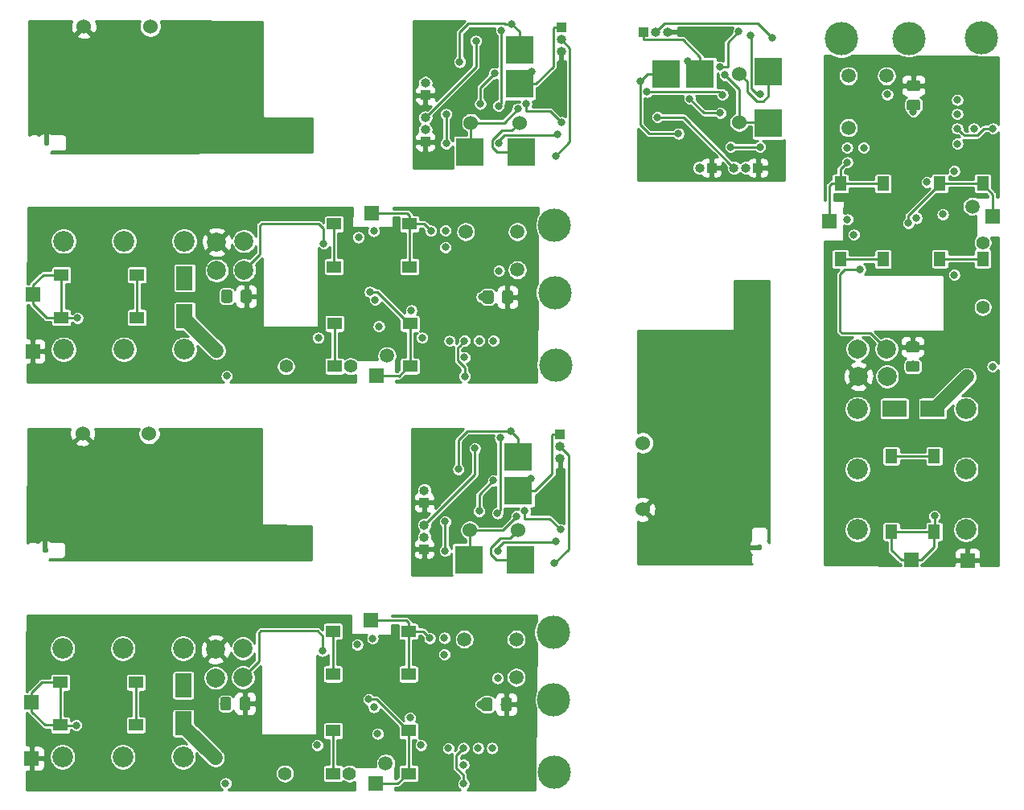
<source format=gbr>
G04 #@! TF.GenerationSoftware,KiCad,Pcbnew,(5.1.4)-1*
G04 #@! TF.CreationDate,2020-04-09T13:39:23+02:00*
G04 #@! TF.ProjectId,output.sky_panel_03_kits,6f757470-7574-42e7-936b-795f70616e65,rev?*
G04 #@! TF.SameCoordinates,Original*
G04 #@! TF.FileFunction,Copper,L4,Bot*
G04 #@! TF.FilePolarity,Positive*
%FSLAX46Y46*%
G04 Gerber Fmt 4.6, Leading zero omitted, Abs format (unit mm)*
G04 Created by KiCad (PCBNEW (5.1.4)-1) date 2020-04-09 13:39:23*
%MOMM*%
%LPD*%
G04 APERTURE LIST*
%ADD10C,2.000000*%
%ADD11R,1.524000X1.524000*%
%ADD12C,3.500000*%
%ADD13C,0.100000*%
%ADD14C,1.150000*%
%ADD15C,1.400000*%
%ADD16R,1.300000X1.550000*%
%ADD17C,2.175000*%
%ADD18R,2.500000X1.800000*%
%ADD19R,3.000000X3.000000*%
%ADD20C,1.524000*%
%ADD21O,1.000000X1.000000*%
%ADD22R,1.000000X1.000000*%
%ADD23R,1.550000X1.300000*%
%ADD24R,1.800000X2.500000*%
%ADD25C,0.800000*%
%ADD26C,1.500000*%
%ADD27C,0.250000*%
%ADD28C,1.500000*%
%ADD29C,0.254000*%
G04 APERTURE END LIST*
D10*
X222243000Y-110207000D03*
X203285001Y-111825001D03*
X203285001Y-108825001D03*
X200275000Y-109200000D03*
D11*
X230725000Y-129565000D03*
D10*
X203400000Y-106275000D03*
X200285001Y-111825001D03*
X200175000Y-115875000D03*
D12*
X232175000Y-74545000D03*
D13*
G36*
X225499505Y-79026204D02*
G01*
X225523773Y-79029804D01*
X225547572Y-79035765D01*
X225570671Y-79044030D01*
X225592850Y-79054520D01*
X225613893Y-79067132D01*
X225633599Y-79081747D01*
X225651777Y-79098223D01*
X225668253Y-79116401D01*
X225682868Y-79136107D01*
X225695480Y-79157150D01*
X225705970Y-79179329D01*
X225714235Y-79202428D01*
X225720196Y-79226227D01*
X225723796Y-79250495D01*
X225725000Y-79274999D01*
X225725000Y-79925001D01*
X225723796Y-79949505D01*
X225720196Y-79973773D01*
X225714235Y-79997572D01*
X225705970Y-80020671D01*
X225695480Y-80042850D01*
X225682868Y-80063893D01*
X225668253Y-80083599D01*
X225651777Y-80101777D01*
X225633599Y-80118253D01*
X225613893Y-80132868D01*
X225592850Y-80145480D01*
X225570671Y-80155970D01*
X225547572Y-80164235D01*
X225523773Y-80170196D01*
X225499505Y-80173796D01*
X225475001Y-80175000D01*
X224574999Y-80175000D01*
X224550495Y-80173796D01*
X224526227Y-80170196D01*
X224502428Y-80164235D01*
X224479329Y-80155970D01*
X224457150Y-80145480D01*
X224436107Y-80132868D01*
X224416401Y-80118253D01*
X224398223Y-80101777D01*
X224381747Y-80083599D01*
X224367132Y-80063893D01*
X224354520Y-80042850D01*
X224344030Y-80020671D01*
X224335765Y-79997572D01*
X224329804Y-79973773D01*
X224326204Y-79949505D01*
X224325000Y-79925001D01*
X224325000Y-79274999D01*
X224326204Y-79250495D01*
X224329804Y-79226227D01*
X224335765Y-79202428D01*
X224344030Y-79179329D01*
X224354520Y-79157150D01*
X224367132Y-79136107D01*
X224381747Y-79116401D01*
X224398223Y-79098223D01*
X224416401Y-79081747D01*
X224436107Y-79067132D01*
X224457150Y-79054520D01*
X224479329Y-79044030D01*
X224502428Y-79035765D01*
X224526227Y-79029804D01*
X224550495Y-79026204D01*
X224574999Y-79025000D01*
X225475001Y-79025000D01*
X225499505Y-79026204D01*
X225499505Y-79026204D01*
G37*
D14*
X225025000Y-79600000D03*
D13*
G36*
X225499505Y-81076204D02*
G01*
X225523773Y-81079804D01*
X225547572Y-81085765D01*
X225570671Y-81094030D01*
X225592850Y-81104520D01*
X225613893Y-81117132D01*
X225633599Y-81131747D01*
X225651777Y-81148223D01*
X225668253Y-81166401D01*
X225682868Y-81186107D01*
X225695480Y-81207150D01*
X225705970Y-81229329D01*
X225714235Y-81252428D01*
X225720196Y-81276227D01*
X225723796Y-81300495D01*
X225725000Y-81324999D01*
X225725000Y-81975001D01*
X225723796Y-81999505D01*
X225720196Y-82023773D01*
X225714235Y-82047572D01*
X225705970Y-82070671D01*
X225695480Y-82092850D01*
X225682868Y-82113893D01*
X225668253Y-82133599D01*
X225651777Y-82151777D01*
X225633599Y-82168253D01*
X225613893Y-82182868D01*
X225592850Y-82195480D01*
X225570671Y-82205970D01*
X225547572Y-82214235D01*
X225523773Y-82220196D01*
X225499505Y-82223796D01*
X225475001Y-82225000D01*
X224574999Y-82225000D01*
X224550495Y-82223796D01*
X224526227Y-82220196D01*
X224502428Y-82214235D01*
X224479329Y-82205970D01*
X224457150Y-82195480D01*
X224436107Y-82182868D01*
X224416401Y-82168253D01*
X224398223Y-82151777D01*
X224381747Y-82133599D01*
X224367132Y-82113893D01*
X224354520Y-82092850D01*
X224344030Y-82070671D01*
X224335765Y-82047572D01*
X224329804Y-82023773D01*
X224326204Y-81999505D01*
X224325000Y-81975001D01*
X224325000Y-81324999D01*
X224326204Y-81300495D01*
X224329804Y-81276227D01*
X224335765Y-81252428D01*
X224344030Y-81229329D01*
X224354520Y-81207150D01*
X224367132Y-81186107D01*
X224381747Y-81166401D01*
X224398223Y-81148223D01*
X224416401Y-81131747D01*
X224436107Y-81117132D01*
X224457150Y-81104520D01*
X224479329Y-81094030D01*
X224502428Y-81085765D01*
X224526227Y-81079804D01*
X224550495Y-81076204D01*
X224574999Y-81075000D01*
X225475001Y-81075000D01*
X225499505Y-81076204D01*
X225499505Y-81076204D01*
G37*
D14*
X225025000Y-81650000D03*
D15*
X232315000Y-102915000D03*
X232315000Y-96115000D03*
D16*
X222695000Y-118600000D03*
X222695000Y-126550000D03*
X227195000Y-118600000D03*
X227195000Y-126550000D03*
D12*
X217445000Y-74675000D03*
X224545000Y-74635000D03*
D17*
X219145000Y-126325000D03*
X219145000Y-119975000D03*
X219145000Y-113625000D03*
X230545000Y-126325000D03*
X230545000Y-119975000D03*
X230545000Y-113625000D03*
D18*
X223035000Y-113595000D03*
X227035000Y-113595000D03*
D11*
X216195000Y-93905000D03*
D10*
X200275000Y-106525000D03*
X219135000Y-107325000D03*
D19*
X209775000Y-78150000D03*
D13*
G36*
X225417505Y-106524204D02*
G01*
X225441773Y-106527804D01*
X225465572Y-106533765D01*
X225488671Y-106542030D01*
X225510850Y-106552520D01*
X225531893Y-106565132D01*
X225551599Y-106579747D01*
X225569777Y-106596223D01*
X225586253Y-106614401D01*
X225600868Y-106634107D01*
X225613480Y-106655150D01*
X225623970Y-106677329D01*
X225632235Y-106700428D01*
X225638196Y-106724227D01*
X225641796Y-106748495D01*
X225643000Y-106772999D01*
X225643000Y-107423001D01*
X225641796Y-107447505D01*
X225638196Y-107471773D01*
X225632235Y-107495572D01*
X225623970Y-107518671D01*
X225613480Y-107540850D01*
X225600868Y-107561893D01*
X225586253Y-107581599D01*
X225569777Y-107599777D01*
X225551599Y-107616253D01*
X225531893Y-107630868D01*
X225510850Y-107643480D01*
X225488671Y-107653970D01*
X225465572Y-107662235D01*
X225441773Y-107668196D01*
X225417505Y-107671796D01*
X225393001Y-107673000D01*
X224492999Y-107673000D01*
X224468495Y-107671796D01*
X224444227Y-107668196D01*
X224420428Y-107662235D01*
X224397329Y-107653970D01*
X224375150Y-107643480D01*
X224354107Y-107630868D01*
X224334401Y-107616253D01*
X224316223Y-107599777D01*
X224299747Y-107581599D01*
X224285132Y-107561893D01*
X224272520Y-107540850D01*
X224262030Y-107518671D01*
X224253765Y-107495572D01*
X224247804Y-107471773D01*
X224244204Y-107447505D01*
X224243000Y-107423001D01*
X224243000Y-106772999D01*
X224244204Y-106748495D01*
X224247804Y-106724227D01*
X224253765Y-106700428D01*
X224262030Y-106677329D01*
X224272520Y-106655150D01*
X224285132Y-106634107D01*
X224299747Y-106614401D01*
X224316223Y-106596223D01*
X224334401Y-106579747D01*
X224354107Y-106565132D01*
X224375150Y-106552520D01*
X224397329Y-106542030D01*
X224420428Y-106533765D01*
X224444227Y-106527804D01*
X224468495Y-106524204D01*
X224492999Y-106523000D01*
X225393001Y-106523000D01*
X225417505Y-106524204D01*
X225417505Y-106524204D01*
G37*
D14*
X224943000Y-107098000D03*
D13*
G36*
X225417505Y-108574204D02*
G01*
X225441773Y-108577804D01*
X225465572Y-108583765D01*
X225488671Y-108592030D01*
X225510850Y-108602520D01*
X225531893Y-108615132D01*
X225551599Y-108629747D01*
X225569777Y-108646223D01*
X225586253Y-108664401D01*
X225600868Y-108684107D01*
X225613480Y-108705150D01*
X225623970Y-108727329D01*
X225632235Y-108750428D01*
X225638196Y-108774227D01*
X225641796Y-108798495D01*
X225643000Y-108822999D01*
X225643000Y-109473001D01*
X225641796Y-109497505D01*
X225638196Y-109521773D01*
X225632235Y-109545572D01*
X225623970Y-109568671D01*
X225613480Y-109590850D01*
X225600868Y-109611893D01*
X225586253Y-109631599D01*
X225569777Y-109649777D01*
X225551599Y-109666253D01*
X225531893Y-109680868D01*
X225510850Y-109693480D01*
X225488671Y-109703970D01*
X225465572Y-109712235D01*
X225441773Y-109718196D01*
X225417505Y-109721796D01*
X225393001Y-109723000D01*
X224492999Y-109723000D01*
X224468495Y-109721796D01*
X224444227Y-109718196D01*
X224420428Y-109712235D01*
X224397329Y-109703970D01*
X224375150Y-109693480D01*
X224354107Y-109680868D01*
X224334401Y-109666253D01*
X224316223Y-109649777D01*
X224299747Y-109631599D01*
X224285132Y-109611893D01*
X224272520Y-109590850D01*
X224262030Y-109568671D01*
X224253765Y-109545572D01*
X224247804Y-109521773D01*
X224244204Y-109497505D01*
X224243000Y-109473001D01*
X224243000Y-108822999D01*
X224244204Y-108798495D01*
X224247804Y-108774227D01*
X224253765Y-108750428D01*
X224262030Y-108727329D01*
X224272520Y-108705150D01*
X224285132Y-108684107D01*
X224299747Y-108664401D01*
X224316223Y-108646223D01*
X224334401Y-108629747D01*
X224354107Y-108615132D01*
X224375150Y-108602520D01*
X224397329Y-108592030D01*
X224420428Y-108583765D01*
X224444227Y-108577804D01*
X224468495Y-108574204D01*
X224492999Y-108573000D01*
X225393001Y-108573000D01*
X225417505Y-108574204D01*
X225417505Y-108574204D01*
G37*
D14*
X224943000Y-109148000D03*
D11*
X224775000Y-129555000D03*
D10*
X219243000Y-110207000D03*
X222185000Y-107325000D03*
D20*
X206675000Y-78350000D03*
X206675000Y-83450000D03*
D19*
X198975000Y-78350000D03*
X202575000Y-78350000D03*
X209775000Y-83550000D03*
D21*
X206135000Y-88250000D03*
X207405000Y-88250000D03*
D22*
X208675000Y-88250000D03*
D16*
X232305000Y-97830000D03*
X232305000Y-89880000D03*
X227805000Y-97830000D03*
X227805000Y-89880000D03*
X221835000Y-97870000D03*
X221835000Y-89920000D03*
X217335000Y-97870000D03*
X217335000Y-89920000D03*
D21*
X202505000Y-88250000D03*
D22*
X203775000Y-88250000D03*
D21*
X199175000Y-73950000D03*
X197905000Y-73950000D03*
D22*
X196635000Y-73950000D03*
D20*
X196525000Y-124200000D03*
X196525000Y-117200000D03*
D11*
X233325000Y-93385000D03*
X168515000Y-110150000D03*
D10*
X151693000Y-99068000D03*
D11*
X132335000Y-107550000D03*
D10*
X155625000Y-80225000D03*
X153074999Y-80110001D03*
X146025000Y-77000000D03*
X150074999Y-77110001D03*
X152700000Y-77100000D03*
X150074999Y-80110001D03*
D13*
G36*
X180599505Y-101151204D02*
G01*
X180623773Y-101154804D01*
X180647572Y-101160765D01*
X180670671Y-101169030D01*
X180692850Y-101179520D01*
X180713893Y-101192132D01*
X180733599Y-101206747D01*
X180751777Y-101223223D01*
X180768253Y-101241401D01*
X180782868Y-101261107D01*
X180795480Y-101282150D01*
X180805970Y-101304329D01*
X180814235Y-101327428D01*
X180820196Y-101351227D01*
X180823796Y-101375495D01*
X180825000Y-101399999D01*
X180825000Y-102300001D01*
X180823796Y-102324505D01*
X180820196Y-102348773D01*
X180814235Y-102372572D01*
X180805970Y-102395671D01*
X180795480Y-102417850D01*
X180782868Y-102438893D01*
X180768253Y-102458599D01*
X180751777Y-102476777D01*
X180733599Y-102493253D01*
X180713893Y-102507868D01*
X180692850Y-102520480D01*
X180670671Y-102530970D01*
X180647572Y-102539235D01*
X180623773Y-102545196D01*
X180599505Y-102548796D01*
X180575001Y-102550000D01*
X179924999Y-102550000D01*
X179900495Y-102548796D01*
X179876227Y-102545196D01*
X179852428Y-102539235D01*
X179829329Y-102530970D01*
X179807150Y-102520480D01*
X179786107Y-102507868D01*
X179766401Y-102493253D01*
X179748223Y-102476777D01*
X179731747Y-102458599D01*
X179717132Y-102438893D01*
X179704520Y-102417850D01*
X179694030Y-102395671D01*
X179685765Y-102372572D01*
X179679804Y-102348773D01*
X179676204Y-102324505D01*
X179675000Y-102300001D01*
X179675000Y-101399999D01*
X179676204Y-101375495D01*
X179679804Y-101351227D01*
X179685765Y-101327428D01*
X179694030Y-101304329D01*
X179704520Y-101282150D01*
X179717132Y-101261107D01*
X179731747Y-101241401D01*
X179748223Y-101223223D01*
X179766401Y-101206747D01*
X179786107Y-101192132D01*
X179807150Y-101179520D01*
X179829329Y-101169030D01*
X179852428Y-101160765D01*
X179876227Y-101154804D01*
X179900495Y-101151204D01*
X179924999Y-101150000D01*
X180575001Y-101150000D01*
X180599505Y-101151204D01*
X180599505Y-101151204D01*
G37*
D14*
X180250000Y-101850000D03*
D13*
G36*
X182649505Y-101151204D02*
G01*
X182673773Y-101154804D01*
X182697572Y-101160765D01*
X182720671Y-101169030D01*
X182742850Y-101179520D01*
X182763893Y-101192132D01*
X182783599Y-101206747D01*
X182801777Y-101223223D01*
X182818253Y-101241401D01*
X182832868Y-101261107D01*
X182845480Y-101282150D01*
X182855970Y-101304329D01*
X182864235Y-101327428D01*
X182870196Y-101351227D01*
X182873796Y-101375495D01*
X182875000Y-101399999D01*
X182875000Y-102300001D01*
X182873796Y-102324505D01*
X182870196Y-102348773D01*
X182864235Y-102372572D01*
X182855970Y-102395671D01*
X182845480Y-102417850D01*
X182832868Y-102438893D01*
X182818253Y-102458599D01*
X182801777Y-102476777D01*
X182783599Y-102493253D01*
X182763893Y-102507868D01*
X182742850Y-102520480D01*
X182720671Y-102530970D01*
X182697572Y-102539235D01*
X182673773Y-102545196D01*
X182649505Y-102548796D01*
X182625001Y-102550000D01*
X181974999Y-102550000D01*
X181950495Y-102548796D01*
X181926227Y-102545196D01*
X181902428Y-102539235D01*
X181879329Y-102530970D01*
X181857150Y-102520480D01*
X181836107Y-102507868D01*
X181816401Y-102493253D01*
X181798223Y-102476777D01*
X181781747Y-102458599D01*
X181767132Y-102438893D01*
X181754520Y-102417850D01*
X181744030Y-102395671D01*
X181735765Y-102372572D01*
X181729804Y-102348773D01*
X181726204Y-102324505D01*
X181725000Y-102300001D01*
X181725000Y-101399999D01*
X181726204Y-101375495D01*
X181729804Y-101351227D01*
X181735765Y-101327428D01*
X181744030Y-101304329D01*
X181754520Y-101282150D01*
X181767132Y-101261107D01*
X181781747Y-101241401D01*
X181798223Y-101223223D01*
X181816401Y-101206747D01*
X181836107Y-101192132D01*
X181857150Y-101179520D01*
X181879329Y-101169030D01*
X181902428Y-101160765D01*
X181926227Y-101154804D01*
X181950495Y-101151204D01*
X181974999Y-101150000D01*
X182625001Y-101150000D01*
X182649505Y-101151204D01*
X182649505Y-101151204D01*
G37*
D14*
X182300000Y-101850000D03*
D15*
X165785000Y-109140000D03*
X158985000Y-109140000D03*
D23*
X135350000Y-104020000D03*
X143300000Y-104020000D03*
X135350000Y-99520000D03*
X143300000Y-99520000D03*
D12*
X187265000Y-101370000D03*
X187355000Y-109000000D03*
D17*
X148275000Y-107370000D03*
X141925000Y-107370000D03*
X135575000Y-107370000D03*
X148275000Y-95970000D03*
X141925000Y-95970000D03*
X135575000Y-95970000D03*
D12*
X187225000Y-94270000D03*
D24*
X148305000Y-103860000D03*
X148305000Y-99860000D03*
D23*
X172020000Y-104630000D03*
X164070000Y-104630000D03*
X172020000Y-109130000D03*
X164070000Y-109130000D03*
D11*
X167995000Y-93020000D03*
D23*
X171980000Y-94160000D03*
X164030000Y-94160000D03*
X171980000Y-98660000D03*
X164030000Y-98660000D03*
D10*
X155375000Y-77100000D03*
D20*
X144700000Y-73350000D03*
X137700000Y-73350000D03*
D13*
G36*
X153101505Y-101069204D02*
G01*
X153125773Y-101072804D01*
X153149572Y-101078765D01*
X153172671Y-101087030D01*
X153194850Y-101097520D01*
X153215893Y-101110132D01*
X153235599Y-101124747D01*
X153253777Y-101141223D01*
X153270253Y-101159401D01*
X153284868Y-101179107D01*
X153297480Y-101200150D01*
X153307970Y-101222329D01*
X153316235Y-101245428D01*
X153322196Y-101269227D01*
X153325796Y-101293495D01*
X153327000Y-101317999D01*
X153327000Y-102218001D01*
X153325796Y-102242505D01*
X153322196Y-102266773D01*
X153316235Y-102290572D01*
X153307970Y-102313671D01*
X153297480Y-102335850D01*
X153284868Y-102356893D01*
X153270253Y-102376599D01*
X153253777Y-102394777D01*
X153235599Y-102411253D01*
X153215893Y-102425868D01*
X153194850Y-102438480D01*
X153172671Y-102448970D01*
X153149572Y-102457235D01*
X153125773Y-102463196D01*
X153101505Y-102466796D01*
X153077001Y-102468000D01*
X152426999Y-102468000D01*
X152402495Y-102466796D01*
X152378227Y-102463196D01*
X152354428Y-102457235D01*
X152331329Y-102448970D01*
X152309150Y-102438480D01*
X152288107Y-102425868D01*
X152268401Y-102411253D01*
X152250223Y-102394777D01*
X152233747Y-102376599D01*
X152219132Y-102356893D01*
X152206520Y-102335850D01*
X152196030Y-102313671D01*
X152187765Y-102290572D01*
X152181804Y-102266773D01*
X152178204Y-102242505D01*
X152177000Y-102218001D01*
X152177000Y-101317999D01*
X152178204Y-101293495D01*
X152181804Y-101269227D01*
X152187765Y-101245428D01*
X152196030Y-101222329D01*
X152206520Y-101200150D01*
X152219132Y-101179107D01*
X152233747Y-101159401D01*
X152250223Y-101141223D01*
X152268401Y-101124747D01*
X152288107Y-101110132D01*
X152309150Y-101097520D01*
X152331329Y-101087030D01*
X152354428Y-101078765D01*
X152378227Y-101072804D01*
X152402495Y-101069204D01*
X152426999Y-101068000D01*
X153077001Y-101068000D01*
X153101505Y-101069204D01*
X153101505Y-101069204D01*
G37*
D14*
X152752000Y-101768000D03*
D13*
G36*
X155151505Y-101069204D02*
G01*
X155175773Y-101072804D01*
X155199572Y-101078765D01*
X155222671Y-101087030D01*
X155244850Y-101097520D01*
X155265893Y-101110132D01*
X155285599Y-101124747D01*
X155303777Y-101141223D01*
X155320253Y-101159401D01*
X155334868Y-101179107D01*
X155347480Y-101200150D01*
X155357970Y-101222329D01*
X155366235Y-101245428D01*
X155372196Y-101269227D01*
X155375796Y-101293495D01*
X155377000Y-101317999D01*
X155377000Y-102218001D01*
X155375796Y-102242505D01*
X155372196Y-102266773D01*
X155366235Y-102290572D01*
X155357970Y-102313671D01*
X155347480Y-102335850D01*
X155334868Y-102356893D01*
X155320253Y-102376599D01*
X155303777Y-102394777D01*
X155285599Y-102411253D01*
X155265893Y-102425868D01*
X155244850Y-102438480D01*
X155222671Y-102448970D01*
X155199572Y-102457235D01*
X155175773Y-102463196D01*
X155151505Y-102466796D01*
X155127001Y-102468000D01*
X154476999Y-102468000D01*
X154452495Y-102466796D01*
X154428227Y-102463196D01*
X154404428Y-102457235D01*
X154381329Y-102448970D01*
X154359150Y-102438480D01*
X154338107Y-102425868D01*
X154318401Y-102411253D01*
X154300223Y-102394777D01*
X154283747Y-102376599D01*
X154269132Y-102356893D01*
X154256520Y-102335850D01*
X154246030Y-102313671D01*
X154237765Y-102290572D01*
X154231804Y-102266773D01*
X154228204Y-102242505D01*
X154227000Y-102218001D01*
X154227000Y-101317999D01*
X154228204Y-101293495D01*
X154231804Y-101269227D01*
X154237765Y-101245428D01*
X154246030Y-101222329D01*
X154256520Y-101200150D01*
X154269132Y-101179107D01*
X154283747Y-101159401D01*
X154300223Y-101141223D01*
X154318401Y-101124747D01*
X154338107Y-101110132D01*
X154359150Y-101097520D01*
X154381329Y-101087030D01*
X154404428Y-101078765D01*
X154428227Y-101072804D01*
X154452495Y-101069204D01*
X154476999Y-101068000D01*
X155127001Y-101068000D01*
X155151505Y-101069204D01*
X155151505Y-101069204D01*
G37*
D14*
X154802000Y-101768000D03*
D11*
X132345000Y-101600000D03*
D10*
X154575000Y-99010000D03*
X151693000Y-96068000D03*
X154575000Y-95960000D03*
D22*
X173650000Y-85500000D03*
D21*
X173650000Y-84230000D03*
X173650000Y-82960000D03*
D20*
X178450000Y-83500000D03*
X183550000Y-83500000D03*
D19*
X178350000Y-86600000D03*
X183550000Y-75800000D03*
X183550000Y-79400000D03*
D22*
X173650000Y-80600000D03*
D21*
X173650000Y-79330000D03*
D22*
X187950000Y-73460000D03*
D21*
X187950000Y-74730000D03*
X187950000Y-76000000D03*
D19*
X183750000Y-86600000D03*
D11*
X132210000Y-150425000D03*
D10*
X151568000Y-141943000D03*
D11*
X168390000Y-153025000D03*
X167870000Y-135895000D03*
X132220000Y-144475000D03*
D10*
X151568000Y-138943000D03*
D17*
X135450000Y-138845000D03*
X141800000Y-138845000D03*
X148150000Y-138845000D03*
X135450000Y-150245000D03*
X141800000Y-150245000D03*
X148150000Y-150245000D03*
D10*
X154450000Y-138835000D03*
X154450000Y-141885000D03*
D12*
X187140000Y-144245000D03*
X187100000Y-137145000D03*
X187230000Y-151875000D03*
D23*
X163905000Y-141535000D03*
X171855000Y-141535000D03*
X163905000Y-137035000D03*
X171855000Y-137035000D03*
X163945000Y-152005000D03*
X171895000Y-152005000D03*
X163945000Y-147505000D03*
X171895000Y-147505000D03*
X143175000Y-142395000D03*
X135225000Y-142395000D03*
X143175000Y-146895000D03*
X135225000Y-146895000D03*
D15*
X158860000Y-152015000D03*
X165660000Y-152015000D03*
D24*
X148180000Y-142735000D03*
X148180000Y-146735000D03*
D13*
G36*
X182524505Y-144026204D02*
G01*
X182548773Y-144029804D01*
X182572572Y-144035765D01*
X182595671Y-144044030D01*
X182617850Y-144054520D01*
X182638893Y-144067132D01*
X182658599Y-144081747D01*
X182676777Y-144098223D01*
X182693253Y-144116401D01*
X182707868Y-144136107D01*
X182720480Y-144157150D01*
X182730970Y-144179329D01*
X182739235Y-144202428D01*
X182745196Y-144226227D01*
X182748796Y-144250495D01*
X182750000Y-144274999D01*
X182750000Y-145175001D01*
X182748796Y-145199505D01*
X182745196Y-145223773D01*
X182739235Y-145247572D01*
X182730970Y-145270671D01*
X182720480Y-145292850D01*
X182707868Y-145313893D01*
X182693253Y-145333599D01*
X182676777Y-145351777D01*
X182658599Y-145368253D01*
X182638893Y-145382868D01*
X182617850Y-145395480D01*
X182595671Y-145405970D01*
X182572572Y-145414235D01*
X182548773Y-145420196D01*
X182524505Y-145423796D01*
X182500001Y-145425000D01*
X181849999Y-145425000D01*
X181825495Y-145423796D01*
X181801227Y-145420196D01*
X181777428Y-145414235D01*
X181754329Y-145405970D01*
X181732150Y-145395480D01*
X181711107Y-145382868D01*
X181691401Y-145368253D01*
X181673223Y-145351777D01*
X181656747Y-145333599D01*
X181642132Y-145313893D01*
X181629520Y-145292850D01*
X181619030Y-145270671D01*
X181610765Y-145247572D01*
X181604804Y-145223773D01*
X181601204Y-145199505D01*
X181600000Y-145175001D01*
X181600000Y-144274999D01*
X181601204Y-144250495D01*
X181604804Y-144226227D01*
X181610765Y-144202428D01*
X181619030Y-144179329D01*
X181629520Y-144157150D01*
X181642132Y-144136107D01*
X181656747Y-144116401D01*
X181673223Y-144098223D01*
X181691401Y-144081747D01*
X181711107Y-144067132D01*
X181732150Y-144054520D01*
X181754329Y-144044030D01*
X181777428Y-144035765D01*
X181801227Y-144029804D01*
X181825495Y-144026204D01*
X181849999Y-144025000D01*
X182500001Y-144025000D01*
X182524505Y-144026204D01*
X182524505Y-144026204D01*
G37*
D14*
X182175000Y-144725000D03*
D13*
G36*
X180474505Y-144026204D02*
G01*
X180498773Y-144029804D01*
X180522572Y-144035765D01*
X180545671Y-144044030D01*
X180567850Y-144054520D01*
X180588893Y-144067132D01*
X180608599Y-144081747D01*
X180626777Y-144098223D01*
X180643253Y-144116401D01*
X180657868Y-144136107D01*
X180670480Y-144157150D01*
X180680970Y-144179329D01*
X180689235Y-144202428D01*
X180695196Y-144226227D01*
X180698796Y-144250495D01*
X180700000Y-144274999D01*
X180700000Y-145175001D01*
X180698796Y-145199505D01*
X180695196Y-145223773D01*
X180689235Y-145247572D01*
X180680970Y-145270671D01*
X180670480Y-145292850D01*
X180657868Y-145313893D01*
X180643253Y-145333599D01*
X180626777Y-145351777D01*
X180608599Y-145368253D01*
X180588893Y-145382868D01*
X180567850Y-145395480D01*
X180545671Y-145405970D01*
X180522572Y-145414235D01*
X180498773Y-145420196D01*
X180474505Y-145423796D01*
X180450001Y-145425000D01*
X179799999Y-145425000D01*
X179775495Y-145423796D01*
X179751227Y-145420196D01*
X179727428Y-145414235D01*
X179704329Y-145405970D01*
X179682150Y-145395480D01*
X179661107Y-145382868D01*
X179641401Y-145368253D01*
X179623223Y-145351777D01*
X179606747Y-145333599D01*
X179592132Y-145313893D01*
X179579520Y-145292850D01*
X179569030Y-145270671D01*
X179560765Y-145247572D01*
X179554804Y-145223773D01*
X179551204Y-145199505D01*
X179550000Y-145175001D01*
X179550000Y-144274999D01*
X179551204Y-144250495D01*
X179554804Y-144226227D01*
X179560765Y-144202428D01*
X179569030Y-144179329D01*
X179579520Y-144157150D01*
X179592132Y-144136107D01*
X179606747Y-144116401D01*
X179623223Y-144098223D01*
X179641401Y-144081747D01*
X179661107Y-144067132D01*
X179682150Y-144054520D01*
X179704329Y-144044030D01*
X179727428Y-144035765D01*
X179751227Y-144029804D01*
X179775495Y-144026204D01*
X179799999Y-144025000D01*
X180450001Y-144025000D01*
X180474505Y-144026204D01*
X180474505Y-144026204D01*
G37*
D14*
X180125000Y-144725000D03*
D13*
G36*
X155026505Y-143944204D02*
G01*
X155050773Y-143947804D01*
X155074572Y-143953765D01*
X155097671Y-143962030D01*
X155119850Y-143972520D01*
X155140893Y-143985132D01*
X155160599Y-143999747D01*
X155178777Y-144016223D01*
X155195253Y-144034401D01*
X155209868Y-144054107D01*
X155222480Y-144075150D01*
X155232970Y-144097329D01*
X155241235Y-144120428D01*
X155247196Y-144144227D01*
X155250796Y-144168495D01*
X155252000Y-144192999D01*
X155252000Y-145093001D01*
X155250796Y-145117505D01*
X155247196Y-145141773D01*
X155241235Y-145165572D01*
X155232970Y-145188671D01*
X155222480Y-145210850D01*
X155209868Y-145231893D01*
X155195253Y-145251599D01*
X155178777Y-145269777D01*
X155160599Y-145286253D01*
X155140893Y-145300868D01*
X155119850Y-145313480D01*
X155097671Y-145323970D01*
X155074572Y-145332235D01*
X155050773Y-145338196D01*
X155026505Y-145341796D01*
X155002001Y-145343000D01*
X154351999Y-145343000D01*
X154327495Y-145341796D01*
X154303227Y-145338196D01*
X154279428Y-145332235D01*
X154256329Y-145323970D01*
X154234150Y-145313480D01*
X154213107Y-145300868D01*
X154193401Y-145286253D01*
X154175223Y-145269777D01*
X154158747Y-145251599D01*
X154144132Y-145231893D01*
X154131520Y-145210850D01*
X154121030Y-145188671D01*
X154112765Y-145165572D01*
X154106804Y-145141773D01*
X154103204Y-145117505D01*
X154102000Y-145093001D01*
X154102000Y-144192999D01*
X154103204Y-144168495D01*
X154106804Y-144144227D01*
X154112765Y-144120428D01*
X154121030Y-144097329D01*
X154131520Y-144075150D01*
X154144132Y-144054107D01*
X154158747Y-144034401D01*
X154175223Y-144016223D01*
X154193401Y-143999747D01*
X154213107Y-143985132D01*
X154234150Y-143972520D01*
X154256329Y-143962030D01*
X154279428Y-143953765D01*
X154303227Y-143947804D01*
X154327495Y-143944204D01*
X154351999Y-143943000D01*
X155002001Y-143943000D01*
X155026505Y-143944204D01*
X155026505Y-143944204D01*
G37*
D14*
X154677000Y-144643000D03*
D13*
G36*
X152976505Y-143944204D02*
G01*
X153000773Y-143947804D01*
X153024572Y-143953765D01*
X153047671Y-143962030D01*
X153069850Y-143972520D01*
X153090893Y-143985132D01*
X153110599Y-143999747D01*
X153128777Y-144016223D01*
X153145253Y-144034401D01*
X153159868Y-144054107D01*
X153172480Y-144075150D01*
X153182970Y-144097329D01*
X153191235Y-144120428D01*
X153197196Y-144144227D01*
X153200796Y-144168495D01*
X153202000Y-144192999D01*
X153202000Y-145093001D01*
X153200796Y-145117505D01*
X153197196Y-145141773D01*
X153191235Y-145165572D01*
X153182970Y-145188671D01*
X153172480Y-145210850D01*
X153159868Y-145231893D01*
X153145253Y-145251599D01*
X153128777Y-145269777D01*
X153110599Y-145286253D01*
X153090893Y-145300868D01*
X153069850Y-145313480D01*
X153047671Y-145323970D01*
X153024572Y-145332235D01*
X153000773Y-145338196D01*
X152976505Y-145341796D01*
X152952001Y-145343000D01*
X152301999Y-145343000D01*
X152277495Y-145341796D01*
X152253227Y-145338196D01*
X152229428Y-145332235D01*
X152206329Y-145323970D01*
X152184150Y-145313480D01*
X152163107Y-145300868D01*
X152143401Y-145286253D01*
X152125223Y-145269777D01*
X152108747Y-145251599D01*
X152094132Y-145231893D01*
X152081520Y-145210850D01*
X152071030Y-145188671D01*
X152062765Y-145165572D01*
X152056804Y-145141773D01*
X152053204Y-145117505D01*
X152052000Y-145093001D01*
X152052000Y-144192999D01*
X152053204Y-144168495D01*
X152056804Y-144144227D01*
X152062765Y-144120428D01*
X152071030Y-144097329D01*
X152081520Y-144075150D01*
X152094132Y-144054107D01*
X152108747Y-144034401D01*
X152125223Y-144016223D01*
X152143401Y-143999747D01*
X152163107Y-143985132D01*
X152184150Y-143972520D01*
X152206329Y-143962030D01*
X152229428Y-143953765D01*
X152253227Y-143947804D01*
X152277495Y-143944204D01*
X152301999Y-143943000D01*
X152952001Y-143943000D01*
X152976505Y-143944204D01*
X152976505Y-143944204D01*
G37*
D14*
X152627000Y-144643000D03*
D20*
X137575000Y-116225000D03*
X144575000Y-116225000D03*
D10*
X149949999Y-122985001D03*
X155250000Y-119975000D03*
X152575000Y-119975000D03*
X149949999Y-119985001D03*
X155500000Y-123100000D03*
X152949999Y-122985001D03*
X145900000Y-119875000D03*
D21*
X187825000Y-118875000D03*
X187825000Y-117605000D03*
D22*
X187825000Y-116335000D03*
D21*
X173525000Y-122205000D03*
D22*
X173525000Y-123475000D03*
D19*
X183425000Y-122275000D03*
X183425000Y-118675000D03*
X183625000Y-129475000D03*
X178225000Y-129475000D03*
D20*
X183425000Y-126375000D03*
X178325000Y-126375000D03*
D21*
X173525000Y-125835000D03*
X173525000Y-127105000D03*
D22*
X173525000Y-128375000D03*
D25*
X163945000Y-152005000D03*
X163905000Y-141535000D03*
X143175000Y-146895000D03*
X164070000Y-109130000D03*
X143300000Y-104020000D03*
X164030000Y-98660000D03*
X232305000Y-97830000D03*
X221835000Y-97870000D03*
X227195000Y-118600000D03*
X181260000Y-141965000D03*
D26*
X177755000Y-137865000D03*
X148180000Y-142735000D03*
D25*
X181385000Y-99090000D03*
D26*
X177880000Y-94990000D03*
X148305000Y-99860000D03*
D25*
X222265000Y-80515000D03*
D26*
X223035000Y-113595000D03*
X218165000Y-84020000D03*
D25*
X174120000Y-144540000D03*
X174100000Y-139500000D03*
X179180000Y-151080000D03*
X180680000Y-151085000D03*
X159760000Y-149014999D03*
X174245000Y-101665000D03*
X174225000Y-96625000D03*
X159885000Y-106139999D03*
X180805000Y-108210000D03*
X179305000Y-108205000D03*
X224840000Y-87655000D03*
X219800000Y-87675000D03*
X229314999Y-102015000D03*
X231380000Y-82595000D03*
X231385000Y-81095000D03*
X177650000Y-151080000D03*
X152614999Y-153040001D03*
X152627000Y-144643000D03*
X177775000Y-108205000D03*
X152752000Y-101768000D03*
X152739999Y-110165001D03*
X231380000Y-84125000D03*
X224943000Y-109148000D03*
X233340001Y-109160001D03*
X179460000Y-144715000D03*
X175640000Y-139485000D03*
X179585000Y-101840000D03*
X175765000Y-96610000D03*
X225015000Y-82315000D03*
X219785000Y-86135000D03*
X162829412Y-139097037D03*
X162954412Y-96222037D03*
X219397037Y-98945588D03*
X175640000Y-137735000D03*
X166480000Y-138435000D03*
X175765000Y-94860000D03*
X166605000Y-95560000D03*
X218735000Y-95295000D03*
X218035000Y-86135000D03*
X180680000Y-149335000D03*
X172030000Y-146145000D03*
X136900000Y-146935000D03*
X137025000Y-104060000D03*
X180805000Y-106460000D03*
X172155000Y-103270000D03*
X226445000Y-89745000D03*
X227235000Y-124875000D03*
X229635000Y-81095000D03*
X177650000Y-149330000D03*
X177660000Y-153075000D03*
X168241141Y-145025381D03*
X177785000Y-110200000D03*
X168366141Y-102150381D03*
X177775000Y-106455000D03*
X229630000Y-84125000D03*
X233375000Y-84115000D03*
X225325381Y-93533859D03*
X176070000Y-149345000D03*
X168630000Y-147815000D03*
X176195000Y-106470000D03*
X168755000Y-104940000D03*
X228115000Y-93145000D03*
X229645000Y-85705000D03*
X162260000Y-149014999D03*
X173180000Y-149010000D03*
X173305000Y-106135000D03*
X162385000Y-106139999D03*
X229314999Y-99515000D03*
X229310000Y-88595000D03*
X174100000Y-137750000D03*
X168090000Y-137775000D03*
X174225000Y-94875000D03*
X168215000Y-94900000D03*
X218075000Y-93685000D03*
X218050000Y-87675000D03*
X179180000Y-149330000D03*
X167700014Y-144184438D03*
X167825014Y-101309438D03*
X179305000Y-106455000D03*
X224484438Y-94074986D03*
X229630000Y-82595000D03*
D26*
X169470000Y-150915000D03*
X151539999Y-150364999D03*
X169595000Y-108040000D03*
X151664999Y-107489999D03*
X231215000Y-92305000D03*
X230664999Y-110235001D03*
X183205000Y-137865000D03*
X183330000Y-94990000D03*
X218165000Y-78570000D03*
X183205000Y-141865000D03*
X183330000Y-98990000D03*
X222165000Y-78570000D03*
D25*
X187862347Y-126337653D03*
X184125000Y-124375002D03*
X175725000Y-128575000D03*
X175725000Y-125475000D03*
X181525000Y-116675000D03*
X181225000Y-124605000D03*
X187987347Y-83462653D03*
X184250000Y-81500002D03*
X181650000Y-73800000D03*
X175850000Y-82600000D03*
X181350000Y-81730000D03*
X175850000Y-85700000D03*
X205775000Y-86050000D03*
X208875000Y-86050000D03*
X206637653Y-73912653D03*
X204905000Y-80550000D03*
X204675002Y-77650000D03*
X196975000Y-80250000D03*
X187425000Y-127575000D03*
X181275000Y-128575000D03*
X187550000Y-84700000D03*
X181400000Y-85700000D03*
X207875000Y-74350000D03*
X208875000Y-80500000D03*
X187225000Y-129875000D03*
X187350000Y-87000000D03*
X210175000Y-74550000D03*
X180800000Y-121175000D03*
X179300000Y-124384800D03*
X180925000Y-78300000D03*
X179425000Y-81509800D03*
X204684800Y-82475000D03*
X201475000Y-80975000D03*
X178850000Y-117775000D03*
X178975000Y-74900000D03*
X198075000Y-82925000D03*
X183277000Y-124905000D03*
X183402000Y-82030000D03*
X205205000Y-78498000D03*
X184725000Y-120975000D03*
X184850000Y-78100000D03*
X201275000Y-77050000D03*
X182636432Y-115971210D03*
X177125000Y-119975000D03*
X182761432Y-73096210D03*
X177250000Y-77100000D03*
X196271210Y-79138568D03*
X200275000Y-84650000D03*
D27*
X163945000Y-147505000D02*
X163945000Y-152005000D01*
X163905000Y-137935000D02*
X163905000Y-141535000D01*
X163905000Y-137035000D02*
X163905000Y-137935000D01*
X143175000Y-142395000D02*
X143175000Y-146895000D01*
X164030000Y-94160000D02*
X164030000Y-95060000D01*
X164030000Y-95060000D02*
X164030000Y-98660000D01*
X143300000Y-99520000D02*
X143300000Y-104020000D01*
X164070000Y-104630000D02*
X164070000Y-109130000D01*
X217335000Y-97870000D02*
X218235000Y-97870000D01*
X218235000Y-97870000D02*
X221835000Y-97870000D01*
X222695000Y-118600000D02*
X227195000Y-118600000D01*
X227805000Y-97830000D02*
X232305000Y-97830000D01*
X180125000Y-144725000D02*
X179470000Y-144725000D01*
X179470000Y-144725000D02*
X179460000Y-144715000D01*
X179595000Y-101850000D02*
X179585000Y-101840000D01*
X180250000Y-101850000D02*
X179595000Y-101850000D01*
X225025000Y-81650000D02*
X225025000Y-82305000D01*
X225025000Y-82305000D02*
X225015000Y-82315000D01*
X162804999Y-139072624D02*
X162829412Y-139097037D01*
X156124990Y-140210010D02*
X156124990Y-137190374D01*
X154450000Y-141885000D02*
X156124990Y-140210010D01*
X156124990Y-137190374D02*
X156315374Y-136999990D01*
X156315374Y-136999990D02*
X162284626Y-136999990D01*
X162284626Y-136999990D02*
X162804999Y-137520363D01*
X162804999Y-137520363D02*
X162804999Y-139072624D01*
X162929999Y-96197624D02*
X162954412Y-96222037D01*
X156249990Y-97335010D02*
X156249990Y-94315374D01*
X154575000Y-99010000D02*
X156249990Y-97335010D01*
X156249990Y-94315374D02*
X156440374Y-94124990D01*
X156440374Y-94124990D02*
X162409626Y-94124990D01*
X162409626Y-94124990D02*
X162929999Y-94645363D01*
X162929999Y-94645363D02*
X162929999Y-96197624D01*
X220510010Y-105650010D02*
X217490374Y-105650010D01*
X219372624Y-98970001D02*
X219397037Y-98945588D01*
X222185000Y-107325000D02*
X220510010Y-105650010D01*
X217490374Y-105650010D02*
X217299990Y-105459626D01*
X217820363Y-98970001D02*
X219372624Y-98970001D01*
X217299990Y-99490374D02*
X217820363Y-98970001D01*
X217299990Y-105459626D02*
X217299990Y-99490374D01*
X135225000Y-146895000D02*
X135225000Y-142395000D01*
X135265000Y-146935000D02*
X135225000Y-146895000D01*
X136900000Y-146935000D02*
X135265000Y-146935000D01*
X134200000Y-142395000D02*
X135225000Y-142395000D01*
X133288000Y-142395000D02*
X134200000Y-142395000D01*
X132220000Y-143463000D02*
X133288000Y-142395000D01*
X132220000Y-144475000D02*
X132220000Y-143463000D01*
X134200000Y-146895000D02*
X135225000Y-146895000D01*
X133628000Y-146895000D02*
X134200000Y-146895000D01*
X132220000Y-145487000D02*
X133628000Y-146895000D01*
X132220000Y-144475000D02*
X132220000Y-145487000D01*
X135350000Y-104020000D02*
X135350000Y-99520000D01*
X135390000Y-104060000D02*
X135350000Y-104020000D01*
X132345000Y-100588000D02*
X133413000Y-99520000D01*
X132345000Y-102612000D02*
X133753000Y-104020000D01*
X133753000Y-104020000D02*
X134325000Y-104020000D01*
X132345000Y-101600000D02*
X132345000Y-102612000D01*
X133413000Y-99520000D02*
X134325000Y-99520000D01*
X132345000Y-101600000D02*
X132345000Y-100588000D01*
X134325000Y-104020000D02*
X135350000Y-104020000D01*
X137025000Y-104060000D02*
X135390000Y-104060000D01*
X134325000Y-99520000D02*
X135350000Y-99520000D01*
X227195000Y-127575000D02*
X227195000Y-126550000D01*
X225787000Y-129555000D02*
X227195000Y-128147000D01*
X222695000Y-128487000D02*
X222695000Y-127575000D01*
X227195000Y-128147000D02*
X227195000Y-127575000D01*
X224775000Y-129555000D02*
X223763000Y-129555000D01*
X227235000Y-124875000D02*
X227235000Y-126510000D01*
X227235000Y-126510000D02*
X227195000Y-126550000D01*
X224775000Y-129555000D02*
X225787000Y-129555000D01*
X222695000Y-127575000D02*
X222695000Y-126550000D01*
X227195000Y-126550000D02*
X222695000Y-126550000D01*
X223763000Y-129555000D02*
X222695000Y-128487000D01*
X177150928Y-149829072D02*
X177650000Y-149330000D01*
X176924999Y-150055001D02*
X177150928Y-149829072D01*
X176924999Y-151428001D02*
X176924999Y-150055001D01*
X177660000Y-152163002D02*
X176924999Y-151428001D01*
X177660000Y-153075000D02*
X177660000Y-152163002D01*
X177049999Y-108553001D02*
X177049999Y-107180001D01*
X177785000Y-110200000D02*
X177785000Y-109288002D01*
X177275928Y-106954072D02*
X177775000Y-106455000D01*
X177785000Y-109288002D02*
X177049999Y-108553001D01*
X177049999Y-107180001D02*
X177275928Y-106954072D01*
X232463002Y-84115000D02*
X231728001Y-84850001D01*
X230355001Y-84850001D02*
X230129072Y-84624072D01*
X233375000Y-84115000D02*
X232463002Y-84115000D01*
X230129072Y-84624072D02*
X229630000Y-84125000D01*
X231728001Y-84850001D02*
X230355001Y-84850001D01*
X171855000Y-140635000D02*
X171855000Y-137035000D01*
X171855000Y-141535000D02*
X171855000Y-140635000D01*
X173385000Y-137035000D02*
X174100000Y-137750000D01*
X171855000Y-137035000D02*
X173385000Y-137035000D01*
X171855000Y-136135000D02*
X171855000Y-137035000D01*
X171615000Y-135895000D02*
X171855000Y-136135000D01*
X167870000Y-135895000D02*
X171615000Y-135895000D01*
X171980000Y-98660000D02*
X171980000Y-97760000D01*
X171980000Y-97760000D02*
X171980000Y-94160000D01*
X167995000Y-93020000D02*
X171740000Y-93020000D01*
X171740000Y-93020000D02*
X171980000Y-93260000D01*
X171980000Y-94160000D02*
X173510000Y-94160000D01*
X171980000Y-93260000D02*
X171980000Y-94160000D01*
X173510000Y-94160000D02*
X174225000Y-94875000D01*
X220935000Y-89920000D02*
X217335000Y-89920000D01*
X221835000Y-89920000D02*
X220935000Y-89920000D01*
X217335000Y-89920000D02*
X217335000Y-88390000D01*
X216195000Y-93905000D02*
X216195000Y-90160000D01*
X217335000Y-88390000D02*
X218050000Y-87675000D01*
X216195000Y-90160000D02*
X216435000Y-89920000D01*
X216435000Y-89920000D02*
X217335000Y-89920000D01*
X171895000Y-147505000D02*
X171895000Y-152005000D01*
X171757034Y-147505000D02*
X171895000Y-147505000D01*
X171770000Y-152005000D02*
X170730000Y-153045000D01*
X171895000Y-152005000D02*
X171770000Y-152005000D01*
X170710000Y-153025000D02*
X168390000Y-153025000D01*
X170730000Y-153045000D02*
X170710000Y-153025000D01*
X168265699Y-144184438D02*
X168278096Y-144172041D01*
X167700014Y-144184438D02*
X168265699Y-144184438D01*
X168473200Y-144184438D02*
X167700014Y-144184438D01*
X171895000Y-147505000D02*
X171793762Y-147505000D01*
X171793762Y-147505000D02*
X168473200Y-144184438D01*
X172020000Y-104630000D02*
X172020000Y-109130000D01*
X170855000Y-110170000D02*
X170835000Y-110150000D01*
X172020000Y-109130000D02*
X171895000Y-109130000D01*
X171895000Y-109130000D02*
X170855000Y-110170000D01*
X172020000Y-104630000D02*
X171918762Y-104630000D01*
X171882034Y-104630000D02*
X172020000Y-104630000D01*
X168390699Y-101309438D02*
X168403096Y-101297041D01*
X170835000Y-110150000D02*
X168515000Y-110150000D01*
X167825014Y-101309438D02*
X168390699Y-101309438D01*
X168598200Y-101309438D02*
X167825014Y-101309438D01*
X171918762Y-104630000D02*
X168598200Y-101309438D01*
X233345000Y-91045000D02*
X233325000Y-91065000D01*
X227805000Y-89880000D02*
X232305000Y-89880000D01*
X227805000Y-89880000D02*
X227805000Y-89981238D01*
X232305000Y-89880000D02*
X232305000Y-90005000D01*
X224484438Y-93509301D02*
X224472041Y-93496904D01*
X227805000Y-89981238D02*
X224484438Y-93301800D01*
X232305000Y-90005000D02*
X233345000Y-91045000D01*
X233325000Y-91065000D02*
X233325000Y-93385000D01*
X224484438Y-93301800D02*
X224484438Y-94074986D01*
X227805000Y-90017966D02*
X227805000Y-89880000D01*
X224484438Y-94074986D02*
X224484438Y-93509301D01*
D28*
X148180000Y-146735000D02*
X148180000Y-147005000D01*
X148180000Y-147005000D02*
X151539999Y-150364999D01*
X148305000Y-104130000D02*
X151664999Y-107489999D01*
X148305000Y-103860000D02*
X148305000Y-104130000D01*
X227305000Y-113595000D02*
X230664999Y-110235001D01*
X227035000Y-113595000D02*
X227305000Y-113595000D01*
D27*
X186699694Y-125175000D02*
X187862347Y-126337653D01*
X184125000Y-124375002D02*
X184125000Y-125175000D01*
X184125000Y-125175000D02*
X186699694Y-125175000D01*
X175725000Y-128575000D02*
X175725000Y-125475000D01*
X181525000Y-116675000D02*
X181525000Y-124305000D01*
X181525000Y-124305000D02*
X181225000Y-124605000D01*
X184250000Y-81500002D02*
X184250000Y-82300000D01*
X184250000Y-82300000D02*
X186824694Y-82300000D01*
X186824694Y-82300000D02*
X187987347Y-83462653D01*
X181650000Y-73800000D02*
X181650000Y-81430000D01*
X181650000Y-81430000D02*
X181350000Y-81730000D01*
X175850000Y-85700000D02*
X175850000Y-82600000D01*
X204675002Y-77650000D02*
X205475000Y-77650000D01*
X208875000Y-86050000D02*
X205775000Y-86050000D01*
X205475000Y-77650000D02*
X205475000Y-75075306D01*
X205475000Y-75075306D02*
X206637653Y-73912653D01*
X196975000Y-80250000D02*
X204605000Y-80250000D01*
X204605000Y-80250000D02*
X204905000Y-80550000D01*
X187497493Y-127317280D02*
X187164774Y-127649999D01*
X187164774Y-127649999D02*
X181864999Y-127649999D01*
X181275000Y-128239998D02*
X181275000Y-128575000D01*
X181864999Y-127649999D02*
X181275000Y-128239998D01*
X187622493Y-84442280D02*
X187289774Y-84774999D01*
X187289774Y-84774999D02*
X181989999Y-84774999D01*
X181400000Y-85364998D02*
X181400000Y-85700000D01*
X181989999Y-84774999D02*
X181400000Y-85364998D01*
X207617280Y-74277507D02*
X207949999Y-74610226D01*
X207949999Y-79910001D02*
X208539998Y-80500000D01*
X208539998Y-80500000D02*
X208875000Y-80500000D01*
X207949999Y-74610226D02*
X207949999Y-79910001D01*
X188725000Y-118505000D02*
X187825000Y-117605000D01*
X187225000Y-129875000D02*
X188725000Y-128375000D01*
X188725000Y-128375000D02*
X188725000Y-118505000D01*
X188850000Y-75630000D02*
X187950000Y-74730000D01*
X187350000Y-87000000D02*
X188850000Y-85500000D01*
X188850000Y-85500000D02*
X188850000Y-75630000D01*
X198805000Y-73050000D02*
X197905000Y-73950000D01*
X208675000Y-73050000D02*
X198805000Y-73050000D01*
X210175000Y-74550000D02*
X208675000Y-73050000D01*
X180800000Y-121175000D02*
X179300000Y-122675000D01*
X179300000Y-122675000D02*
X179300000Y-124384800D01*
X179425000Y-79800000D02*
X179425000Y-81509800D01*
X180925000Y-78300000D02*
X179425000Y-79800000D01*
X202975000Y-82475000D02*
X204684800Y-82475000D01*
X201475000Y-80975000D02*
X202975000Y-82475000D01*
X173525000Y-125835000D02*
X178850000Y-120510000D01*
X178850000Y-120510000D02*
X178850000Y-117775000D01*
X173650000Y-82960000D02*
X178975000Y-77635000D01*
X178975000Y-77635000D02*
X178975000Y-74900000D01*
X200810000Y-82925000D02*
X198075000Y-82925000D01*
X206135000Y-88250000D02*
X200810000Y-82925000D01*
X181875000Y-129475000D02*
X183625000Y-129475000D01*
X181101998Y-129475000D02*
X181875000Y-129475000D01*
X180549999Y-128923001D02*
X181101998Y-129475000D01*
X181577009Y-127199989D02*
X180549999Y-128226999D01*
X180549999Y-128226999D02*
X180549999Y-128923001D01*
X182600011Y-127199989D02*
X181577009Y-127199989D01*
X183425000Y-126375000D02*
X182600011Y-127199989D01*
X181226998Y-86600000D02*
X182000000Y-86600000D01*
X180674999Y-85351999D02*
X180674999Y-86048001D01*
X182000000Y-86600000D02*
X183750000Y-86600000D01*
X182725011Y-84324989D02*
X181702009Y-84324989D01*
X183550000Y-83500000D02*
X182725011Y-84324989D01*
X181702009Y-84324989D02*
X180674999Y-85351999D01*
X180674999Y-86048001D02*
X181226998Y-86600000D01*
X209223001Y-81225001D02*
X209775000Y-80673002D01*
X208526999Y-81225001D02*
X209223001Y-81225001D01*
X207499989Y-80197991D02*
X208526999Y-81225001D01*
X206675000Y-78350000D02*
X207499989Y-79174989D01*
X207499989Y-79174989D02*
X207499989Y-80197991D01*
X209775000Y-79900000D02*
X209775000Y-78150000D01*
X209775000Y-80673002D02*
X209775000Y-79900000D01*
X181807000Y-126375000D02*
X178325000Y-126375000D01*
X183277000Y-124905000D02*
X181807000Y-126375000D01*
X178325000Y-129375000D02*
X178225000Y-129475000D01*
X178325000Y-126375000D02*
X178325000Y-129375000D01*
X183402000Y-82030000D02*
X181932000Y-83500000D01*
X178450000Y-86500000D02*
X178350000Y-86600000D01*
X178450000Y-83500000D02*
X178450000Y-86500000D01*
X181932000Y-83500000D02*
X178450000Y-83500000D01*
X206675000Y-79968000D02*
X206675000Y-83450000D01*
X205205000Y-78498000D02*
X206675000Y-79968000D01*
X206675000Y-83450000D02*
X209675000Y-83450000D01*
X209675000Y-83450000D02*
X209775000Y-83550000D01*
X183425000Y-122275000D02*
X184725000Y-120975000D01*
X187075000Y-116335000D02*
X187825000Y-116335000D01*
X186999999Y-120450001D02*
X186999999Y-116410001D01*
X186999999Y-116410001D02*
X187075000Y-116335000D01*
X185175000Y-122275000D02*
X186999999Y-120450001D01*
X183425000Y-122275000D02*
X185175000Y-122275000D01*
X183550000Y-79400000D02*
X184850000Y-78100000D01*
X187200000Y-73460000D02*
X187950000Y-73460000D01*
X187124999Y-77575001D02*
X187124999Y-73535001D01*
X187124999Y-73535001D02*
X187200000Y-73460000D01*
X185300000Y-79400000D02*
X187124999Y-77575001D01*
X183550000Y-79400000D02*
X185300000Y-79400000D01*
X202575000Y-76600000D02*
X200750001Y-74775001D01*
X202575000Y-78350000D02*
X202575000Y-76600000D01*
X196710001Y-74775001D02*
X196635000Y-74700000D01*
X202575000Y-78350000D02*
X201275000Y-77050000D01*
X196635000Y-74700000D02*
X196635000Y-73950000D01*
X200750001Y-74775001D02*
X196710001Y-74775001D01*
X183425000Y-118675000D02*
X183425000Y-116759778D01*
X183425000Y-116759778D02*
X182636432Y-115971210D01*
X181873001Y-115949999D02*
X178050001Y-115949999D01*
X182636432Y-115971210D02*
X181894212Y-115971210D01*
X181894212Y-115971210D02*
X181873001Y-115949999D01*
X178050001Y-115949999D02*
X177125000Y-116875000D01*
X177125000Y-116875000D02*
X177125000Y-119975000D01*
X183550000Y-75800000D02*
X183550000Y-73884778D01*
X183550000Y-73884778D02*
X182761432Y-73096210D01*
X178175001Y-73074999D02*
X177250000Y-74000000D01*
X182761432Y-73096210D02*
X182019212Y-73096210D01*
X181998001Y-73074999D02*
X178175001Y-73074999D01*
X177250000Y-74000000D02*
X177250000Y-77100000D01*
X182019212Y-73096210D02*
X181998001Y-73074999D01*
X196249999Y-79901999D02*
X196249999Y-83724999D01*
X197175000Y-84650000D02*
X200275000Y-84650000D01*
X196271210Y-79138568D02*
X196271210Y-79880788D01*
X196249999Y-83724999D02*
X197175000Y-84650000D01*
X198975000Y-78350000D02*
X197059778Y-78350000D01*
X196271210Y-79880788D02*
X196249999Y-79901999D01*
X197059778Y-78350000D02*
X196271210Y-79138568D01*
D29*
G36*
X165790509Y-137293553D02*
G01*
X165792659Y-137318356D01*
X165799608Y-137342263D01*
X165811087Y-137364356D01*
X165826655Y-137383784D01*
X165845714Y-137399802D01*
X165867533Y-137411793D01*
X165891271Y-137419298D01*
X165916880Y-137422034D01*
X167446502Y-137429496D01*
X167445741Y-137430636D01*
X167390938Y-137562942D01*
X167363000Y-137703397D01*
X167363000Y-137846603D01*
X167390938Y-137987058D01*
X167445741Y-138119364D01*
X167525302Y-138238436D01*
X167626564Y-138339698D01*
X167745636Y-138419259D01*
X167877942Y-138474062D01*
X168018397Y-138502000D01*
X168161603Y-138502000D01*
X168302058Y-138474062D01*
X168434364Y-138419259D01*
X168553436Y-138339698D01*
X168654698Y-138238436D01*
X168734259Y-138119364D01*
X168789062Y-137987058D01*
X168817000Y-137846603D01*
X168817000Y-137703397D01*
X168789062Y-137562942D01*
X168736394Y-137435789D01*
X170001881Y-137441963D01*
X170026670Y-137439644D01*
X170050529Y-137432533D01*
X170072542Y-137420905D01*
X170091864Y-137405205D01*
X170107752Y-137386037D01*
X170119595Y-137364138D01*
X170126938Y-137340349D01*
X170129501Y-137314832D01*
X170128490Y-136347000D01*
X170755161Y-136347000D01*
X170751418Y-136385000D01*
X170751418Y-137685000D01*
X170757732Y-137749103D01*
X170776430Y-137810743D01*
X170806794Y-137867550D01*
X170847657Y-137917343D01*
X170897450Y-137958206D01*
X170954257Y-137988570D01*
X171015897Y-138007268D01*
X171080000Y-138013582D01*
X171403001Y-138013582D01*
X171403000Y-140556418D01*
X171080000Y-140556418D01*
X171015897Y-140562732D01*
X170954257Y-140581430D01*
X170897450Y-140611794D01*
X170847657Y-140652657D01*
X170806794Y-140702450D01*
X170776430Y-140759257D01*
X170757732Y-140820897D01*
X170751418Y-140885000D01*
X170751418Y-142185000D01*
X170757732Y-142249103D01*
X170776430Y-142310743D01*
X170806794Y-142367550D01*
X170847657Y-142417343D01*
X170897450Y-142458206D01*
X170954257Y-142488570D01*
X171015897Y-142507268D01*
X171080000Y-142513582D01*
X172630000Y-142513582D01*
X172694103Y-142507268D01*
X172755743Y-142488570D01*
X172812550Y-142458206D01*
X172862343Y-142417343D01*
X172903206Y-142367550D01*
X172933570Y-142310743D01*
X172952268Y-142249103D01*
X172958582Y-142185000D01*
X172958582Y-141893397D01*
X180533000Y-141893397D01*
X180533000Y-142036603D01*
X180560938Y-142177058D01*
X180615741Y-142309364D01*
X180695302Y-142428436D01*
X180796564Y-142529698D01*
X180915636Y-142609259D01*
X181047942Y-142664062D01*
X181188397Y-142692000D01*
X181331603Y-142692000D01*
X181472058Y-142664062D01*
X181604364Y-142609259D01*
X181723436Y-142529698D01*
X181824698Y-142428436D01*
X181904259Y-142309364D01*
X181959062Y-142177058D01*
X181987000Y-142036603D01*
X181987000Y-141893397D01*
X181960253Y-141758925D01*
X182128000Y-141758925D01*
X182128000Y-141971075D01*
X182169389Y-142179149D01*
X182250575Y-142375151D01*
X182368440Y-142551547D01*
X182518453Y-142701560D01*
X182694849Y-142819425D01*
X182890851Y-142900611D01*
X183098925Y-142942000D01*
X183311075Y-142942000D01*
X183519149Y-142900611D01*
X183715151Y-142819425D01*
X183891547Y-142701560D01*
X184041560Y-142551547D01*
X184159425Y-142375151D01*
X184240611Y-142179149D01*
X184282000Y-141971075D01*
X184282000Y-141758925D01*
X184240611Y-141550851D01*
X184159425Y-141354849D01*
X184041560Y-141178453D01*
X183891547Y-141028440D01*
X183715151Y-140910575D01*
X183519149Y-140829389D01*
X183311075Y-140788000D01*
X183098925Y-140788000D01*
X182890851Y-140829389D01*
X182694849Y-140910575D01*
X182518453Y-141028440D01*
X182368440Y-141178453D01*
X182250575Y-141354849D01*
X182169389Y-141550851D01*
X182128000Y-141758925D01*
X181960253Y-141758925D01*
X181959062Y-141752942D01*
X181904259Y-141620636D01*
X181824698Y-141501564D01*
X181723436Y-141400302D01*
X181604364Y-141320741D01*
X181472058Y-141265938D01*
X181331603Y-141238000D01*
X181188397Y-141238000D01*
X181047942Y-141265938D01*
X180915636Y-141320741D01*
X180796564Y-141400302D01*
X180695302Y-141501564D01*
X180615741Y-141620636D01*
X180560938Y-141752942D01*
X180533000Y-141893397D01*
X172958582Y-141893397D01*
X172958582Y-140885000D01*
X172952268Y-140820897D01*
X172933570Y-140759257D01*
X172903206Y-140702450D01*
X172862343Y-140652657D01*
X172812550Y-140611794D01*
X172755743Y-140581430D01*
X172694103Y-140562732D01*
X172630000Y-140556418D01*
X172307000Y-140556418D01*
X172307000Y-139413397D01*
X174913000Y-139413397D01*
X174913000Y-139556603D01*
X174940938Y-139697058D01*
X174995741Y-139829364D01*
X175075302Y-139948436D01*
X175176564Y-140049698D01*
X175295636Y-140129259D01*
X175427942Y-140184062D01*
X175568397Y-140212000D01*
X175711603Y-140212000D01*
X175852058Y-140184062D01*
X175984364Y-140129259D01*
X176103436Y-140049698D01*
X176204698Y-139948436D01*
X176284259Y-139829364D01*
X176339062Y-139697058D01*
X176367000Y-139556603D01*
X176367000Y-139413397D01*
X176339062Y-139272942D01*
X176284259Y-139140636D01*
X176204698Y-139021564D01*
X176103436Y-138920302D01*
X175984364Y-138840741D01*
X175852058Y-138785938D01*
X175711603Y-138758000D01*
X175568397Y-138758000D01*
X175427942Y-138785938D01*
X175295636Y-138840741D01*
X175176564Y-138920302D01*
X175075302Y-139021564D01*
X174995741Y-139140636D01*
X174940938Y-139272942D01*
X174913000Y-139413397D01*
X172307000Y-139413397D01*
X172307000Y-138013582D01*
X172630000Y-138013582D01*
X172694103Y-138007268D01*
X172755743Y-137988570D01*
X172812550Y-137958206D01*
X172862343Y-137917343D01*
X172903206Y-137867550D01*
X172933570Y-137810743D01*
X172952268Y-137749103D01*
X172958582Y-137685000D01*
X172958582Y-137487000D01*
X173197777Y-137487000D01*
X173375683Y-137664907D01*
X173373000Y-137678397D01*
X173373000Y-137821603D01*
X173400938Y-137962058D01*
X173455741Y-138094364D01*
X173535302Y-138213436D01*
X173636564Y-138314698D01*
X173755636Y-138394259D01*
X173887942Y-138449062D01*
X174028397Y-138477000D01*
X174171603Y-138477000D01*
X174312058Y-138449062D01*
X174444364Y-138394259D01*
X174563436Y-138314698D01*
X174664698Y-138213436D01*
X174744259Y-138094364D01*
X174799062Y-137962058D01*
X174827000Y-137821603D01*
X174827000Y-137678397D01*
X174824017Y-137663397D01*
X174913000Y-137663397D01*
X174913000Y-137806603D01*
X174940938Y-137947058D01*
X174995741Y-138079364D01*
X175075302Y-138198436D01*
X175176564Y-138299698D01*
X175295636Y-138379259D01*
X175427942Y-138434062D01*
X175568397Y-138462000D01*
X175711603Y-138462000D01*
X175852058Y-138434062D01*
X175984364Y-138379259D01*
X176103436Y-138299698D01*
X176204698Y-138198436D01*
X176284259Y-138079364D01*
X176339062Y-137947058D01*
X176367000Y-137806603D01*
X176367000Y-137758925D01*
X176678000Y-137758925D01*
X176678000Y-137971075D01*
X176719389Y-138179149D01*
X176800575Y-138375151D01*
X176918440Y-138551547D01*
X177068453Y-138701560D01*
X177244849Y-138819425D01*
X177440851Y-138900611D01*
X177648925Y-138942000D01*
X177861075Y-138942000D01*
X178069149Y-138900611D01*
X178265151Y-138819425D01*
X178441547Y-138701560D01*
X178591560Y-138551547D01*
X178709425Y-138375151D01*
X178790611Y-138179149D01*
X178832000Y-137971075D01*
X178832000Y-137758925D01*
X182128000Y-137758925D01*
X182128000Y-137971075D01*
X182169389Y-138179149D01*
X182250575Y-138375151D01*
X182368440Y-138551547D01*
X182518453Y-138701560D01*
X182694849Y-138819425D01*
X182890851Y-138900611D01*
X183098925Y-138942000D01*
X183311075Y-138942000D01*
X183519149Y-138900611D01*
X183715151Y-138819425D01*
X183891547Y-138701560D01*
X184041560Y-138551547D01*
X184159425Y-138375151D01*
X184240611Y-138179149D01*
X184282000Y-137971075D01*
X184282000Y-137758925D01*
X184240611Y-137550851D01*
X184159425Y-137354849D01*
X184041560Y-137178453D01*
X183891547Y-137028440D01*
X183715151Y-136910575D01*
X183519149Y-136829389D01*
X183311075Y-136788000D01*
X183098925Y-136788000D01*
X182890851Y-136829389D01*
X182694849Y-136910575D01*
X182518453Y-137028440D01*
X182368440Y-137178453D01*
X182250575Y-137354849D01*
X182169389Y-137550851D01*
X182128000Y-137758925D01*
X178832000Y-137758925D01*
X178790611Y-137550851D01*
X178709425Y-137354849D01*
X178591560Y-137178453D01*
X178441547Y-137028440D01*
X178265151Y-136910575D01*
X178069149Y-136829389D01*
X177861075Y-136788000D01*
X177648925Y-136788000D01*
X177440851Y-136829389D01*
X177244849Y-136910575D01*
X177068453Y-137028440D01*
X176918440Y-137178453D01*
X176800575Y-137354849D01*
X176719389Y-137550851D01*
X176678000Y-137758925D01*
X176367000Y-137758925D01*
X176367000Y-137663397D01*
X176339062Y-137522942D01*
X176284259Y-137390636D01*
X176204698Y-137271564D01*
X176103436Y-137170302D01*
X175984364Y-137090741D01*
X175852058Y-137035938D01*
X175711603Y-137008000D01*
X175568397Y-137008000D01*
X175427942Y-137035938D01*
X175295636Y-137090741D01*
X175176564Y-137170302D01*
X175075302Y-137271564D01*
X174995741Y-137390636D01*
X174940938Y-137522942D01*
X174913000Y-137663397D01*
X174824017Y-137663397D01*
X174799062Y-137537942D01*
X174744259Y-137405636D01*
X174664698Y-137286564D01*
X174563436Y-137185302D01*
X174444364Y-137105741D01*
X174312058Y-137050938D01*
X174171603Y-137023000D01*
X174028397Y-137023000D01*
X174014907Y-137025683D01*
X173720323Y-136731100D01*
X173706159Y-136713841D01*
X173637333Y-136657357D01*
X173558810Y-136615386D01*
X173473607Y-136589540D01*
X173407205Y-136583000D01*
X173385000Y-136580813D01*
X173362795Y-136583000D01*
X172958582Y-136583000D01*
X172958582Y-136385000D01*
X172952268Y-136320897D01*
X172933570Y-136259257D01*
X172903206Y-136202450D01*
X172862343Y-136152657D01*
X172812550Y-136111794D01*
X172755743Y-136081430D01*
X172694103Y-136062732D01*
X172630000Y-136056418D01*
X172301447Y-136056418D01*
X172300460Y-136046392D01*
X172294444Y-136026562D01*
X172274614Y-135961190D01*
X172232643Y-135882667D01*
X172176159Y-135813841D01*
X172158906Y-135799682D01*
X171950323Y-135591100D01*
X171936159Y-135573841D01*
X171867333Y-135517357D01*
X171788810Y-135475386D01*
X171703607Y-135449540D01*
X171637205Y-135443000D01*
X171615000Y-135440813D01*
X171592795Y-135443000D01*
X170127546Y-135443000D01*
X170127442Y-135343000D01*
X185383180Y-135343000D01*
X185376782Y-135985476D01*
X185259386Y-136161171D01*
X185102818Y-136539161D01*
X185023000Y-136940433D01*
X185023000Y-137349567D01*
X185102818Y-137750839D01*
X185259386Y-138128829D01*
X185354028Y-138270470D01*
X185304405Y-143253660D01*
X185299386Y-143261171D01*
X185142818Y-143639161D01*
X185063000Y-144040433D01*
X185063000Y-144449567D01*
X185142818Y-144850839D01*
X185285080Y-145194291D01*
X185224152Y-151312727D01*
X185153000Y-151670433D01*
X185153000Y-152079567D01*
X185213488Y-152383660D01*
X185200489Y-153689000D01*
X178049650Y-153689000D01*
X178123436Y-153639698D01*
X178224698Y-153538436D01*
X178304259Y-153419364D01*
X178359062Y-153287058D01*
X178387000Y-153146603D01*
X178387000Y-153003397D01*
X178359062Y-152862942D01*
X178304259Y-152730636D01*
X178224698Y-152611564D01*
X178123436Y-152510302D01*
X178112000Y-152502661D01*
X178112000Y-152185206D01*
X178114187Y-152163001D01*
X178105460Y-152074394D01*
X178091145Y-152027205D01*
X178079614Y-151989192D01*
X178037643Y-151910669D01*
X177981159Y-151841843D01*
X177963910Y-151827687D01*
X177899695Y-151763472D01*
X177994364Y-151724259D01*
X178113436Y-151644698D01*
X178214698Y-151543436D01*
X178294259Y-151424364D01*
X178349062Y-151292058D01*
X178377000Y-151151603D01*
X178377000Y-151008397D01*
X178349062Y-150867942D01*
X178294259Y-150735636D01*
X178214698Y-150616564D01*
X178113436Y-150515302D01*
X177994364Y-150435741D01*
X177862058Y-150380938D01*
X177721603Y-150353000D01*
X177578397Y-150353000D01*
X177437942Y-150380938D01*
X177376999Y-150406181D01*
X177376999Y-150242224D01*
X177486241Y-150132982D01*
X177564907Y-150054317D01*
X177578397Y-150057000D01*
X177721603Y-150057000D01*
X177862058Y-150029062D01*
X177994364Y-149974259D01*
X178113436Y-149894698D01*
X178214698Y-149793436D01*
X178294259Y-149674364D01*
X178349062Y-149542058D01*
X178377000Y-149401603D01*
X178377000Y-149258397D01*
X178453000Y-149258397D01*
X178453000Y-149401603D01*
X178480938Y-149542058D01*
X178535741Y-149674364D01*
X178615302Y-149793436D01*
X178716564Y-149894698D01*
X178835636Y-149974259D01*
X178967942Y-150029062D01*
X179108397Y-150057000D01*
X179251603Y-150057000D01*
X179392058Y-150029062D01*
X179524364Y-149974259D01*
X179643436Y-149894698D01*
X179744698Y-149793436D01*
X179824259Y-149674364D01*
X179879062Y-149542058D01*
X179907000Y-149401603D01*
X179907000Y-149263397D01*
X179953000Y-149263397D01*
X179953000Y-149406603D01*
X179980938Y-149547058D01*
X180035741Y-149679364D01*
X180115302Y-149798436D01*
X180216564Y-149899698D01*
X180335636Y-149979259D01*
X180467942Y-150034062D01*
X180608397Y-150062000D01*
X180751603Y-150062000D01*
X180892058Y-150034062D01*
X181024364Y-149979259D01*
X181143436Y-149899698D01*
X181244698Y-149798436D01*
X181324259Y-149679364D01*
X181379062Y-149547058D01*
X181407000Y-149406603D01*
X181407000Y-149263397D01*
X181379062Y-149122942D01*
X181324259Y-148990636D01*
X181244698Y-148871564D01*
X181143436Y-148770302D01*
X181024364Y-148690741D01*
X180892058Y-148635938D01*
X180751603Y-148608000D01*
X180608397Y-148608000D01*
X180467942Y-148635938D01*
X180335636Y-148690741D01*
X180216564Y-148770302D01*
X180115302Y-148871564D01*
X180035741Y-148990636D01*
X179980938Y-149122942D01*
X179953000Y-149263397D01*
X179907000Y-149263397D01*
X179907000Y-149258397D01*
X179879062Y-149117942D01*
X179824259Y-148985636D01*
X179744698Y-148866564D01*
X179643436Y-148765302D01*
X179524364Y-148685741D01*
X179392058Y-148630938D01*
X179251603Y-148603000D01*
X179108397Y-148603000D01*
X178967942Y-148630938D01*
X178835636Y-148685741D01*
X178716564Y-148765302D01*
X178615302Y-148866564D01*
X178535741Y-148985636D01*
X178480938Y-149117942D01*
X178453000Y-149258397D01*
X178377000Y-149258397D01*
X178349062Y-149117942D01*
X178294259Y-148985636D01*
X178214698Y-148866564D01*
X178113436Y-148765302D01*
X177994364Y-148685741D01*
X177862058Y-148630938D01*
X177721603Y-148603000D01*
X177578397Y-148603000D01*
X177437942Y-148630938D01*
X177305636Y-148685741D01*
X177186564Y-148765302D01*
X177085302Y-148866564D01*
X177005741Y-148985636D01*
X176950938Y-149117942D01*
X176923000Y-149258397D01*
X176923000Y-149401603D01*
X176925683Y-149415093D01*
X176847018Y-149493759D01*
X176758698Y-149582079D01*
X176769062Y-149557058D01*
X176797000Y-149416603D01*
X176797000Y-149273397D01*
X176769062Y-149132942D01*
X176714259Y-149000636D01*
X176634698Y-148881564D01*
X176533436Y-148780302D01*
X176414364Y-148700741D01*
X176282058Y-148645938D01*
X176141603Y-148618000D01*
X175998397Y-148618000D01*
X175857942Y-148645938D01*
X175725636Y-148700741D01*
X175606564Y-148780302D01*
X175505302Y-148881564D01*
X175425741Y-149000636D01*
X175370938Y-149132942D01*
X175343000Y-149273397D01*
X175343000Y-149416603D01*
X175370938Y-149557058D01*
X175425741Y-149689364D01*
X175505302Y-149808436D01*
X175606564Y-149909698D01*
X175725636Y-149989259D01*
X175857942Y-150044062D01*
X175998397Y-150072000D01*
X176141603Y-150072000D01*
X176282058Y-150044062D01*
X176414364Y-149989259D01*
X176487408Y-149940453D01*
X176479539Y-149966394D01*
X176470812Y-150055001D01*
X176473000Y-150077216D01*
X176472999Y-151405796D01*
X176470812Y-151428001D01*
X176479539Y-151516608D01*
X176500403Y-151585386D01*
X176505385Y-151601810D01*
X176547356Y-151680333D01*
X176603840Y-151749160D01*
X176621099Y-151763324D01*
X177208001Y-152350227D01*
X177208001Y-152502660D01*
X177196564Y-152510302D01*
X177095302Y-152611564D01*
X177015741Y-152730636D01*
X176960938Y-152862942D01*
X176933000Y-153003397D01*
X176933000Y-153146603D01*
X176960938Y-153287058D01*
X177015741Y-153419364D01*
X177095302Y-153538436D01*
X177196564Y-153639698D01*
X177270350Y-153689000D01*
X170420815Y-153689000D01*
X170419993Y-153477000D01*
X170597022Y-153477000D01*
X170634309Y-153488311D01*
X170641393Y-153490460D01*
X170729999Y-153499187D01*
X170730000Y-153499187D01*
X170818607Y-153490460D01*
X170903809Y-153464614D01*
X170982333Y-153422642D01*
X171033910Y-153380313D01*
X171051158Y-153366158D01*
X171065313Y-153348910D01*
X171430642Y-152983582D01*
X172670000Y-152983582D01*
X172734103Y-152977268D01*
X172795743Y-152958570D01*
X172852550Y-152928206D01*
X172902343Y-152887343D01*
X172943206Y-152837550D01*
X172973570Y-152780743D01*
X172992268Y-152719103D01*
X172998582Y-152655000D01*
X172998582Y-151355000D01*
X172992268Y-151290897D01*
X172973570Y-151229257D01*
X172943206Y-151172450D01*
X172902343Y-151122657D01*
X172852550Y-151081794D01*
X172795743Y-151051430D01*
X172734103Y-151032732D01*
X172670000Y-151026418D01*
X172347000Y-151026418D01*
X172347000Y-148483582D01*
X172670000Y-148483582D01*
X172679189Y-148482677D01*
X172615302Y-148546564D01*
X172535741Y-148665636D01*
X172480938Y-148797942D01*
X172453000Y-148938397D01*
X172453000Y-149081603D01*
X172480938Y-149222058D01*
X172535741Y-149354364D01*
X172615302Y-149473436D01*
X172716564Y-149574698D01*
X172835636Y-149654259D01*
X172967942Y-149709062D01*
X173108397Y-149737000D01*
X173251603Y-149737000D01*
X173392058Y-149709062D01*
X173524364Y-149654259D01*
X173643436Y-149574698D01*
X173744698Y-149473436D01*
X173824259Y-149354364D01*
X173879062Y-149222058D01*
X173907000Y-149081603D01*
X173907000Y-148938397D01*
X173879062Y-148797942D01*
X173824259Y-148665636D01*
X173744698Y-148546564D01*
X173643436Y-148445302D01*
X173524364Y-148365741D01*
X173392058Y-148310938D01*
X173251603Y-148283000D01*
X173108397Y-148283000D01*
X172967942Y-148310938D01*
X172954441Y-148316530D01*
X172973570Y-148280743D01*
X172992268Y-148219103D01*
X172998582Y-148155000D01*
X172998582Y-146855000D01*
X172992268Y-146790897D01*
X172973570Y-146729257D01*
X172943206Y-146672450D01*
X172902343Y-146622657D01*
X172852550Y-146581794D01*
X172795743Y-146551430D01*
X172734103Y-146532732D01*
X172670000Y-146526418D01*
X172649500Y-146526418D01*
X172674259Y-146489364D01*
X172729062Y-146357058D01*
X172757000Y-146216603D01*
X172757000Y-146073397D01*
X172729062Y-145932942D01*
X172674259Y-145800636D01*
X172594698Y-145681564D01*
X172493436Y-145580302D01*
X172374364Y-145500741D01*
X172242058Y-145445938D01*
X172101603Y-145418000D01*
X171958397Y-145418000D01*
X171817942Y-145445938D01*
X171685636Y-145500741D01*
X171566564Y-145580302D01*
X171465302Y-145681564D01*
X171385741Y-145800636D01*
X171330938Y-145932942D01*
X171303000Y-146073397D01*
X171303000Y-146216603D01*
X171330938Y-146357058D01*
X171363390Y-146435404D01*
X169571383Y-144643397D01*
X178733000Y-144643397D01*
X178733000Y-144786603D01*
X178760938Y-144927058D01*
X178815741Y-145059364D01*
X178895302Y-145178436D01*
X178996564Y-145279698D01*
X179115636Y-145359259D01*
X179247942Y-145414062D01*
X179278099Y-145420061D01*
X179318926Y-145496443D01*
X179390880Y-145584120D01*
X179478557Y-145656074D01*
X179578586Y-145709540D01*
X179687123Y-145742465D01*
X179799999Y-145753582D01*
X180450001Y-145753582D01*
X180562877Y-145742465D01*
X180671414Y-145709540D01*
X180771443Y-145656074D01*
X180859120Y-145584120D01*
X180931074Y-145496443D01*
X180963069Y-145436584D01*
X180974188Y-145549482D01*
X181010498Y-145669180D01*
X181069463Y-145779494D01*
X181148815Y-145876185D01*
X181245506Y-145955537D01*
X181355820Y-146014502D01*
X181475518Y-146050812D01*
X181600000Y-146063072D01*
X181889250Y-146060000D01*
X182048000Y-145901250D01*
X182048000Y-144852000D01*
X182302000Y-144852000D01*
X182302000Y-145901250D01*
X182460750Y-146060000D01*
X182750000Y-146063072D01*
X182874482Y-146050812D01*
X182994180Y-146014502D01*
X183104494Y-145955537D01*
X183201185Y-145876185D01*
X183280537Y-145779494D01*
X183339502Y-145669180D01*
X183375812Y-145549482D01*
X183388072Y-145425000D01*
X183385000Y-145010750D01*
X183226250Y-144852000D01*
X182302000Y-144852000D01*
X182048000Y-144852000D01*
X182028000Y-144852000D01*
X182028000Y-144598000D01*
X182048000Y-144598000D01*
X182048000Y-143548750D01*
X182302000Y-143548750D01*
X182302000Y-144598000D01*
X183226250Y-144598000D01*
X183385000Y-144439250D01*
X183388072Y-144025000D01*
X183375812Y-143900518D01*
X183339502Y-143780820D01*
X183280537Y-143670506D01*
X183201185Y-143573815D01*
X183104494Y-143494463D01*
X182994180Y-143435498D01*
X182874482Y-143399188D01*
X182750000Y-143386928D01*
X182460750Y-143390000D01*
X182302000Y-143548750D01*
X182048000Y-143548750D01*
X181889250Y-143390000D01*
X181600000Y-143386928D01*
X181475518Y-143399188D01*
X181355820Y-143435498D01*
X181245506Y-143494463D01*
X181148815Y-143573815D01*
X181069463Y-143670506D01*
X181010498Y-143780820D01*
X180974188Y-143900518D01*
X180963069Y-144013416D01*
X180931074Y-143953557D01*
X180859120Y-143865880D01*
X180771443Y-143793926D01*
X180671414Y-143740460D01*
X180562877Y-143707535D01*
X180450001Y-143696418D01*
X179799999Y-143696418D01*
X179687123Y-143707535D01*
X179578586Y-143740460D01*
X179478557Y-143793926D01*
X179390880Y-143865880D01*
X179318926Y-143953557D01*
X179290061Y-144007560D01*
X179247942Y-144015938D01*
X179115636Y-144070741D01*
X178996564Y-144150302D01*
X178895302Y-144251564D01*
X178815741Y-144370636D01*
X178760938Y-144502942D01*
X178733000Y-144643397D01*
X169571383Y-144643397D01*
X168808523Y-143880538D01*
X168794359Y-143863279D01*
X168725533Y-143806795D01*
X168647010Y-143764824D01*
X168561807Y-143738978D01*
X168495405Y-143732438D01*
X168473200Y-143730251D01*
X168450995Y-143732438D01*
X168386011Y-143732438D01*
X168366703Y-143726581D01*
X168278095Y-143717854D01*
X168263046Y-143719336D01*
X168163450Y-143619740D01*
X168044378Y-143540179D01*
X167912072Y-143485376D01*
X167771617Y-143457438D01*
X167628411Y-143457438D01*
X167487956Y-143485376D01*
X167355650Y-143540179D01*
X167236578Y-143619740D01*
X167135316Y-143721002D01*
X167055755Y-143840074D01*
X167000952Y-143972380D01*
X166973014Y-144112835D01*
X166973014Y-144256041D01*
X167000952Y-144396496D01*
X167055755Y-144528802D01*
X167135316Y-144647874D01*
X167236578Y-144749136D01*
X167355650Y-144828697D01*
X167487956Y-144883500D01*
X167526591Y-144891185D01*
X167514141Y-144953778D01*
X167514141Y-145096984D01*
X167542079Y-145237439D01*
X167596882Y-145369745D01*
X167676443Y-145488817D01*
X167777705Y-145590079D01*
X167896777Y-145669640D01*
X168029083Y-145724443D01*
X168169538Y-145752381D01*
X168312744Y-145752381D01*
X168453199Y-145724443D01*
X168585505Y-145669640D01*
X168704577Y-145590079D01*
X168805839Y-145488817D01*
X168885400Y-145369745D01*
X168924614Y-145275075D01*
X170791418Y-147141880D01*
X170791418Y-148155000D01*
X170797732Y-148219103D01*
X170816430Y-148280743D01*
X170846794Y-148337550D01*
X170887657Y-148387343D01*
X170937450Y-148428206D01*
X170994257Y-148458570D01*
X171055897Y-148477268D01*
X171120000Y-148483582D01*
X171443000Y-148483582D01*
X171443001Y-151026418D01*
X171120000Y-151026418D01*
X171055897Y-151032732D01*
X170994257Y-151051430D01*
X170937450Y-151081794D01*
X170887657Y-151122657D01*
X170846794Y-151172450D01*
X170816430Y-151229257D01*
X170797732Y-151290897D01*
X170791418Y-151355000D01*
X170791418Y-152344358D01*
X170562777Y-152573000D01*
X170416489Y-152573000D01*
X170412112Y-151443579D01*
X170424425Y-151425151D01*
X170505611Y-151229149D01*
X170547000Y-151021075D01*
X170547000Y-150808925D01*
X170505611Y-150600851D01*
X170424425Y-150404849D01*
X170306560Y-150228453D01*
X170156547Y-150078440D01*
X169980151Y-149960575D01*
X169784149Y-149879389D01*
X169576075Y-149838000D01*
X169363925Y-149838000D01*
X169155851Y-149879389D01*
X168959849Y-149960575D01*
X168783453Y-150078440D01*
X168633440Y-150228453D01*
X168515575Y-150404849D01*
X168434389Y-150600851D01*
X168393000Y-150808925D01*
X168393000Y-151021075D01*
X168434389Y-151229149D01*
X168457806Y-151285682D01*
X166380481Y-151283084D01*
X166314674Y-151217277D01*
X166146467Y-151104885D01*
X165959565Y-151027467D01*
X165761151Y-150988000D01*
X165558849Y-150988000D01*
X165360435Y-151027467D01*
X165173533Y-151104885D01*
X165014051Y-151211447D01*
X164993206Y-151172450D01*
X164952343Y-151122657D01*
X164902550Y-151081794D01*
X164845743Y-151051430D01*
X164784103Y-151032732D01*
X164720000Y-151026418D01*
X164397000Y-151026418D01*
X164397000Y-148483582D01*
X164720000Y-148483582D01*
X164784103Y-148477268D01*
X164845743Y-148458570D01*
X164902550Y-148428206D01*
X164952343Y-148387343D01*
X164993206Y-148337550D01*
X165023570Y-148280743D01*
X165042268Y-148219103D01*
X165048582Y-148155000D01*
X165048582Y-147743397D01*
X167903000Y-147743397D01*
X167903000Y-147886603D01*
X167930938Y-148027058D01*
X167985741Y-148159364D01*
X168065302Y-148278436D01*
X168166564Y-148379698D01*
X168285636Y-148459259D01*
X168417942Y-148514062D01*
X168558397Y-148542000D01*
X168701603Y-148542000D01*
X168842058Y-148514062D01*
X168974364Y-148459259D01*
X169093436Y-148379698D01*
X169194698Y-148278436D01*
X169274259Y-148159364D01*
X169329062Y-148027058D01*
X169357000Y-147886603D01*
X169357000Y-147743397D01*
X169329062Y-147602942D01*
X169274259Y-147470636D01*
X169194698Y-147351564D01*
X169093436Y-147250302D01*
X168974364Y-147170741D01*
X168842058Y-147115938D01*
X168701603Y-147088000D01*
X168558397Y-147088000D01*
X168417942Y-147115938D01*
X168285636Y-147170741D01*
X168166564Y-147250302D01*
X168065302Y-147351564D01*
X167985741Y-147470636D01*
X167930938Y-147602942D01*
X167903000Y-147743397D01*
X165048582Y-147743397D01*
X165048582Y-146855000D01*
X165042268Y-146790897D01*
X165023570Y-146729257D01*
X164993206Y-146672450D01*
X164952343Y-146622657D01*
X164902550Y-146581794D01*
X164845743Y-146551430D01*
X164784103Y-146532732D01*
X164720000Y-146526418D01*
X163170000Y-146526418D01*
X163105897Y-146532732D01*
X163044257Y-146551430D01*
X162987450Y-146581794D01*
X162937657Y-146622657D01*
X162896794Y-146672450D01*
X162866430Y-146729257D01*
X162847732Y-146790897D01*
X162841418Y-146855000D01*
X162841418Y-148155000D01*
X162847732Y-148219103D01*
X162866430Y-148280743D01*
X162896794Y-148337550D01*
X162937657Y-148387343D01*
X162987450Y-148428206D01*
X163044257Y-148458570D01*
X163105897Y-148477268D01*
X163170000Y-148483582D01*
X163493000Y-148483582D01*
X163493001Y-151026418D01*
X163170000Y-151026418D01*
X163105897Y-151032732D01*
X163044257Y-151051430D01*
X162987450Y-151081794D01*
X162937657Y-151122657D01*
X162896794Y-151172450D01*
X162866430Y-151229257D01*
X162847732Y-151290897D01*
X162841418Y-151355000D01*
X162841418Y-152655000D01*
X162847732Y-152719103D01*
X162866430Y-152780743D01*
X162896794Y-152837550D01*
X162937657Y-152887343D01*
X162987450Y-152928206D01*
X163044257Y-152958570D01*
X163105897Y-152977268D01*
X163170000Y-152983582D01*
X164720000Y-152983582D01*
X164784103Y-152977268D01*
X164845743Y-152958570D01*
X164902550Y-152928206D01*
X164952343Y-152887343D01*
X164993206Y-152837550D01*
X165006174Y-152813289D01*
X165173533Y-152925115D01*
X165360435Y-153002533D01*
X165558849Y-153042000D01*
X165761151Y-153042000D01*
X165959565Y-153002533D01*
X166146467Y-152925115D01*
X166213000Y-152880659D01*
X166213000Y-153689000D01*
X152947920Y-153689000D01*
X152959363Y-153684260D01*
X153078435Y-153604699D01*
X153179697Y-153503437D01*
X153259258Y-153384365D01*
X153314061Y-153252059D01*
X153341999Y-153111604D01*
X153341999Y-152968398D01*
X153314061Y-152827943D01*
X153259258Y-152695637D01*
X153179697Y-152576565D01*
X153078435Y-152475303D01*
X152959363Y-152395742D01*
X152827057Y-152340939D01*
X152686602Y-152313001D01*
X152543396Y-152313001D01*
X152402941Y-152340939D01*
X152270635Y-152395742D01*
X152151563Y-152475303D01*
X152050301Y-152576565D01*
X151970740Y-152695637D01*
X151915937Y-152827943D01*
X151887999Y-152968398D01*
X151887999Y-153111604D01*
X151915937Y-153252059D01*
X151970740Y-153384365D01*
X152050301Y-153503437D01*
X152151563Y-153604699D01*
X152270635Y-153684260D01*
X152282078Y-153689000D01*
X131652000Y-153689000D01*
X131652000Y-151913849D01*
X157833000Y-151913849D01*
X157833000Y-152116151D01*
X157872467Y-152314565D01*
X157949885Y-152501467D01*
X158062277Y-152669674D01*
X158205326Y-152812723D01*
X158373533Y-152925115D01*
X158560435Y-153002533D01*
X158758849Y-153042000D01*
X158961151Y-153042000D01*
X159159565Y-153002533D01*
X159346467Y-152925115D01*
X159514674Y-152812723D01*
X159657723Y-152669674D01*
X159770115Y-152501467D01*
X159847533Y-152314565D01*
X159887000Y-152116151D01*
X159887000Y-151913849D01*
X159847533Y-151715435D01*
X159770115Y-151528533D01*
X159657723Y-151360326D01*
X159514674Y-151217277D01*
X159346467Y-151104885D01*
X159159565Y-151027467D01*
X158961151Y-150988000D01*
X158758849Y-150988000D01*
X158560435Y-151027467D01*
X158373533Y-151104885D01*
X158205326Y-151217277D01*
X158062277Y-151360326D01*
X157949885Y-151528533D01*
X157872467Y-151715435D01*
X157833000Y-151913849D01*
X131652000Y-151913849D01*
X131652000Y-151823756D01*
X131924250Y-151822000D01*
X132083000Y-151663250D01*
X132083000Y-150552000D01*
X132337000Y-150552000D01*
X132337000Y-151663250D01*
X132495750Y-151822000D01*
X132972000Y-151825072D01*
X133096482Y-151812812D01*
X133216180Y-151776502D01*
X133326494Y-151717537D01*
X133423185Y-151638185D01*
X133502537Y-151541494D01*
X133561502Y-151431180D01*
X133597812Y-151311482D01*
X133610072Y-151187000D01*
X133607000Y-150710750D01*
X133448250Y-150552000D01*
X132337000Y-150552000D01*
X132083000Y-150552000D01*
X132063000Y-150552000D01*
X132063000Y-150298000D01*
X132083000Y-150298000D01*
X132083000Y-149186750D01*
X132337000Y-149186750D01*
X132337000Y-150298000D01*
X133448250Y-150298000D01*
X133607000Y-150139250D01*
X133607216Y-150105684D01*
X134035500Y-150105684D01*
X134035500Y-150384316D01*
X134089859Y-150657594D01*
X134196487Y-150915017D01*
X134351286Y-151146691D01*
X134548309Y-151343714D01*
X134779983Y-151498513D01*
X135037406Y-151605141D01*
X135310684Y-151659500D01*
X135589316Y-151659500D01*
X135862594Y-151605141D01*
X136120017Y-151498513D01*
X136351691Y-151343714D01*
X136548714Y-151146691D01*
X136703513Y-150915017D01*
X136810141Y-150657594D01*
X136864500Y-150384316D01*
X136864500Y-150105684D01*
X140385500Y-150105684D01*
X140385500Y-150384316D01*
X140439859Y-150657594D01*
X140546487Y-150915017D01*
X140701286Y-151146691D01*
X140898309Y-151343714D01*
X141129983Y-151498513D01*
X141387406Y-151605141D01*
X141660684Y-151659500D01*
X141939316Y-151659500D01*
X142212594Y-151605141D01*
X142470017Y-151498513D01*
X142701691Y-151343714D01*
X142898714Y-151146691D01*
X143053513Y-150915017D01*
X143160141Y-150657594D01*
X143214500Y-150384316D01*
X143214500Y-150105684D01*
X146735500Y-150105684D01*
X146735500Y-150384316D01*
X146789859Y-150657594D01*
X146896487Y-150915017D01*
X147051286Y-151146691D01*
X147248309Y-151343714D01*
X147479983Y-151498513D01*
X147737406Y-151605141D01*
X148010684Y-151659500D01*
X148289316Y-151659500D01*
X148562594Y-151605141D01*
X148820017Y-151498513D01*
X149051691Y-151343714D01*
X149248714Y-151146691D01*
X149403513Y-150915017D01*
X149510141Y-150657594D01*
X149564500Y-150384316D01*
X149564500Y-150105684D01*
X149516558Y-149864666D01*
X150815857Y-151163965D01*
X150815863Y-151163970D01*
X150853452Y-151201559D01*
X150897654Y-151231094D01*
X150938754Y-151264824D01*
X150985641Y-151289886D01*
X151029848Y-151319424D01*
X151078969Y-151339770D01*
X151125854Y-151364831D01*
X151176731Y-151380264D01*
X151225850Y-151400610D01*
X151277994Y-151410982D01*
X151328869Y-151426415D01*
X151381776Y-151431626D01*
X151433924Y-151441999D01*
X151487091Y-151441999D01*
X151539998Y-151447210D01*
X151592905Y-151441999D01*
X151646074Y-151441999D01*
X151698223Y-151431626D01*
X151751128Y-151426415D01*
X151802001Y-151410983D01*
X151854148Y-151400610D01*
X151903270Y-151380263D01*
X151954143Y-151364831D01*
X152001025Y-151339772D01*
X152050150Y-151319424D01*
X152094361Y-151289883D01*
X152141243Y-151264824D01*
X152182338Y-151231098D01*
X152226546Y-151201559D01*
X152264142Y-151163963D01*
X152305237Y-151130237D01*
X152338963Y-151089142D01*
X152376559Y-151051546D01*
X152406098Y-151007338D01*
X152439824Y-150966243D01*
X152464883Y-150919361D01*
X152494424Y-150875150D01*
X152514772Y-150826025D01*
X152539831Y-150779143D01*
X152555263Y-150728270D01*
X152575610Y-150679148D01*
X152585983Y-150627001D01*
X152601415Y-150576128D01*
X152606626Y-150523223D01*
X152616999Y-150471074D01*
X152616999Y-150417905D01*
X152622210Y-150364998D01*
X152616999Y-150312091D01*
X152616999Y-150258924D01*
X152606626Y-150206776D01*
X152601415Y-150153869D01*
X152585982Y-150102994D01*
X152575610Y-150050850D01*
X152555264Y-150001731D01*
X152539831Y-149950854D01*
X152514770Y-149903969D01*
X152494424Y-149854848D01*
X152464886Y-149810641D01*
X152439824Y-149763754D01*
X152406094Y-149722654D01*
X152376559Y-149678452D01*
X152338970Y-149640863D01*
X152338965Y-149640857D01*
X151641504Y-148943396D01*
X161533000Y-148943396D01*
X161533000Y-149086602D01*
X161560938Y-149227057D01*
X161615741Y-149359363D01*
X161695302Y-149478435D01*
X161796564Y-149579697D01*
X161915636Y-149659258D01*
X162047942Y-149714061D01*
X162188397Y-149741999D01*
X162331603Y-149741999D01*
X162472058Y-149714061D01*
X162604364Y-149659258D01*
X162723436Y-149579697D01*
X162824698Y-149478435D01*
X162904259Y-149359363D01*
X162959062Y-149227057D01*
X162987000Y-149086602D01*
X162987000Y-148943396D01*
X162959062Y-148802941D01*
X162904259Y-148670635D01*
X162824698Y-148551563D01*
X162723436Y-148450301D01*
X162604364Y-148370740D01*
X162472058Y-148315937D01*
X162331603Y-148287999D01*
X162188397Y-148287999D01*
X162047942Y-148315937D01*
X161915636Y-148370740D01*
X161796564Y-148450301D01*
X161695302Y-148551563D01*
X161615741Y-148670635D01*
X161560938Y-148802941D01*
X161533000Y-148943396D01*
X151641504Y-148943396D01*
X149408582Y-146710475D01*
X149408582Y-145485000D01*
X149402268Y-145420897D01*
X149383570Y-145359257D01*
X149353206Y-145302450D01*
X149312343Y-145252657D01*
X149262550Y-145211794D01*
X149205743Y-145181430D01*
X149144103Y-145162732D01*
X149080000Y-145156418D01*
X147280000Y-145156418D01*
X147215897Y-145162732D01*
X147154257Y-145181430D01*
X147097450Y-145211794D01*
X147047657Y-145252657D01*
X147006794Y-145302450D01*
X146976430Y-145359257D01*
X146957732Y-145420897D01*
X146951418Y-145485000D01*
X146951418Y-147985000D01*
X146957732Y-148049103D01*
X146976430Y-148110743D01*
X147006794Y-148167550D01*
X147047657Y-148217343D01*
X147097450Y-148258206D01*
X147154257Y-148288570D01*
X147215897Y-148307268D01*
X147280000Y-148313582D01*
X147965475Y-148313582D01*
X148530335Y-148878442D01*
X148289316Y-148830500D01*
X148010684Y-148830500D01*
X147737406Y-148884859D01*
X147479983Y-148991487D01*
X147248309Y-149146286D01*
X147051286Y-149343309D01*
X146896487Y-149574983D01*
X146789859Y-149832406D01*
X146735500Y-150105684D01*
X143214500Y-150105684D01*
X143160141Y-149832406D01*
X143053513Y-149574983D01*
X142898714Y-149343309D01*
X142701691Y-149146286D01*
X142470017Y-148991487D01*
X142212594Y-148884859D01*
X141939316Y-148830500D01*
X141660684Y-148830500D01*
X141387406Y-148884859D01*
X141129983Y-148991487D01*
X140898309Y-149146286D01*
X140701286Y-149343309D01*
X140546487Y-149574983D01*
X140439859Y-149832406D01*
X140385500Y-150105684D01*
X136864500Y-150105684D01*
X136810141Y-149832406D01*
X136703513Y-149574983D01*
X136548714Y-149343309D01*
X136351691Y-149146286D01*
X136120017Y-148991487D01*
X135862594Y-148884859D01*
X135589316Y-148830500D01*
X135310684Y-148830500D01*
X135037406Y-148884859D01*
X134779983Y-148991487D01*
X134548309Y-149146286D01*
X134351286Y-149343309D01*
X134196487Y-149574983D01*
X134089859Y-149832406D01*
X134035500Y-150105684D01*
X133607216Y-150105684D01*
X133610072Y-149663000D01*
X133597812Y-149538518D01*
X133561502Y-149418820D01*
X133502537Y-149308506D01*
X133423185Y-149211815D01*
X133326494Y-149132463D01*
X133216180Y-149073498D01*
X133096482Y-149037188D01*
X132972000Y-149024928D01*
X132495750Y-149028000D01*
X132337000Y-149186750D01*
X132083000Y-149186750D01*
X131924250Y-149028000D01*
X131652000Y-149026244D01*
X131652000Y-145565582D01*
X131773553Y-145565582D01*
X131774540Y-145575607D01*
X131800386Y-145660809D01*
X131807214Y-145673583D01*
X131842358Y-145739333D01*
X131898842Y-145808159D01*
X131916096Y-145822319D01*
X133292681Y-147198905D01*
X133306841Y-147216159D01*
X133375667Y-147272643D01*
X133454190Y-147314614D01*
X133539392Y-147340460D01*
X133628000Y-147349187D01*
X133650205Y-147347000D01*
X134121418Y-147347000D01*
X134121418Y-147545000D01*
X134127732Y-147609103D01*
X134146430Y-147670743D01*
X134176794Y-147727550D01*
X134217657Y-147777343D01*
X134267450Y-147818206D01*
X134324257Y-147848570D01*
X134385897Y-147867268D01*
X134450000Y-147873582D01*
X136000000Y-147873582D01*
X136064103Y-147867268D01*
X136125743Y-147848570D01*
X136182550Y-147818206D01*
X136232343Y-147777343D01*
X136273206Y-147727550D01*
X136303570Y-147670743D01*
X136322268Y-147609103D01*
X136328582Y-147545000D01*
X136328582Y-147388379D01*
X136335302Y-147398436D01*
X136436564Y-147499698D01*
X136555636Y-147579259D01*
X136687942Y-147634062D01*
X136828397Y-147662000D01*
X136971603Y-147662000D01*
X137112058Y-147634062D01*
X137244364Y-147579259D01*
X137363436Y-147499698D01*
X137464698Y-147398436D01*
X137544259Y-147279364D01*
X137599062Y-147147058D01*
X137627000Y-147006603D01*
X137627000Y-146863397D01*
X137599062Y-146722942D01*
X137544259Y-146590636D01*
X137464698Y-146471564D01*
X137363436Y-146370302D01*
X137244364Y-146290741D01*
X137112058Y-146235938D01*
X136971603Y-146208000D01*
X136828397Y-146208000D01*
X136687942Y-146235938D01*
X136555636Y-146290741D01*
X136436564Y-146370302D01*
X136335302Y-146471564D01*
X136328582Y-146481621D01*
X136328582Y-146245000D01*
X136322268Y-146180897D01*
X136303570Y-146119257D01*
X136273206Y-146062450D01*
X136232343Y-146012657D01*
X136182550Y-145971794D01*
X136125743Y-145941430D01*
X136064103Y-145922732D01*
X136000000Y-145916418D01*
X135677000Y-145916418D01*
X135677000Y-143373582D01*
X136000000Y-143373582D01*
X136064103Y-143367268D01*
X136125743Y-143348570D01*
X136182550Y-143318206D01*
X136232343Y-143277343D01*
X136273206Y-143227550D01*
X136303570Y-143170743D01*
X136322268Y-143109103D01*
X136328582Y-143045000D01*
X136328582Y-141745000D01*
X142071418Y-141745000D01*
X142071418Y-143045000D01*
X142077732Y-143109103D01*
X142096430Y-143170743D01*
X142126794Y-143227550D01*
X142167657Y-143277343D01*
X142217450Y-143318206D01*
X142274257Y-143348570D01*
X142335897Y-143367268D01*
X142400000Y-143373582D01*
X142723000Y-143373582D01*
X142723001Y-145916418D01*
X142400000Y-145916418D01*
X142335897Y-145922732D01*
X142274257Y-145941430D01*
X142217450Y-145971794D01*
X142167657Y-146012657D01*
X142126794Y-146062450D01*
X142096430Y-146119257D01*
X142077732Y-146180897D01*
X142071418Y-146245000D01*
X142071418Y-147545000D01*
X142077732Y-147609103D01*
X142096430Y-147670743D01*
X142126794Y-147727550D01*
X142167657Y-147777343D01*
X142217450Y-147818206D01*
X142274257Y-147848570D01*
X142335897Y-147867268D01*
X142400000Y-147873582D01*
X143950000Y-147873582D01*
X144014103Y-147867268D01*
X144075743Y-147848570D01*
X144132550Y-147818206D01*
X144182343Y-147777343D01*
X144223206Y-147727550D01*
X144253570Y-147670743D01*
X144272268Y-147609103D01*
X144278582Y-147545000D01*
X144278582Y-146245000D01*
X144272268Y-146180897D01*
X144253570Y-146119257D01*
X144223206Y-146062450D01*
X144182343Y-146012657D01*
X144132550Y-145971794D01*
X144075743Y-145941430D01*
X144014103Y-145922732D01*
X143950000Y-145916418D01*
X143627000Y-145916418D01*
X143627000Y-143373582D01*
X143950000Y-143373582D01*
X144014103Y-143367268D01*
X144075743Y-143348570D01*
X144132550Y-143318206D01*
X144182343Y-143277343D01*
X144223206Y-143227550D01*
X144253570Y-143170743D01*
X144272268Y-143109103D01*
X144278582Y-143045000D01*
X144278582Y-141745000D01*
X144272268Y-141680897D01*
X144253570Y-141619257D01*
X144223206Y-141562450D01*
X144182343Y-141512657D01*
X144148642Y-141485000D01*
X146951418Y-141485000D01*
X146951418Y-143985000D01*
X146957732Y-144049103D01*
X146976430Y-144110743D01*
X147006794Y-144167550D01*
X147047657Y-144217343D01*
X147097450Y-144258206D01*
X147154257Y-144288570D01*
X147215897Y-144307268D01*
X147280000Y-144313582D01*
X149080000Y-144313582D01*
X149144103Y-144307268D01*
X149205743Y-144288570D01*
X149262550Y-144258206D01*
X149312343Y-144217343D01*
X149332321Y-144192999D01*
X151723418Y-144192999D01*
X151723418Y-145093001D01*
X151734535Y-145205877D01*
X151767460Y-145314414D01*
X151820926Y-145414443D01*
X151892880Y-145502120D01*
X151980557Y-145574074D01*
X152080586Y-145627540D01*
X152189123Y-145660465D01*
X152301999Y-145671582D01*
X152952001Y-145671582D01*
X153064877Y-145660465D01*
X153173414Y-145627540D01*
X153273443Y-145574074D01*
X153361120Y-145502120D01*
X153433074Y-145414443D01*
X153465069Y-145354584D01*
X153476188Y-145467482D01*
X153512498Y-145587180D01*
X153571463Y-145697494D01*
X153650815Y-145794185D01*
X153747506Y-145873537D01*
X153857820Y-145932502D01*
X153977518Y-145968812D01*
X154102000Y-145981072D01*
X154391250Y-145978000D01*
X154550000Y-145819250D01*
X154550000Y-144770000D01*
X154804000Y-144770000D01*
X154804000Y-145819250D01*
X154962750Y-145978000D01*
X155252000Y-145981072D01*
X155376482Y-145968812D01*
X155496180Y-145932502D01*
X155606494Y-145873537D01*
X155703185Y-145794185D01*
X155782537Y-145697494D01*
X155841502Y-145587180D01*
X155877812Y-145467482D01*
X155890072Y-145343000D01*
X155887000Y-144928750D01*
X155728250Y-144770000D01*
X154804000Y-144770000D01*
X154550000Y-144770000D01*
X154530000Y-144770000D01*
X154530000Y-144516000D01*
X154550000Y-144516000D01*
X154550000Y-143466750D01*
X154804000Y-143466750D01*
X154804000Y-144516000D01*
X155728250Y-144516000D01*
X155887000Y-144357250D01*
X155890072Y-143943000D01*
X155877812Y-143818518D01*
X155841502Y-143698820D01*
X155782537Y-143588506D01*
X155703185Y-143491815D01*
X155606494Y-143412463D01*
X155496180Y-143353498D01*
X155376482Y-143317188D01*
X155252000Y-143304928D01*
X154962750Y-143308000D01*
X154804000Y-143466750D01*
X154550000Y-143466750D01*
X154391250Y-143308000D01*
X154102000Y-143304928D01*
X153977518Y-143317188D01*
X153857820Y-143353498D01*
X153747506Y-143412463D01*
X153650815Y-143491815D01*
X153571463Y-143588506D01*
X153512498Y-143698820D01*
X153476188Y-143818518D01*
X153465069Y-143931416D01*
X153433074Y-143871557D01*
X153361120Y-143783880D01*
X153273443Y-143711926D01*
X153173414Y-143658460D01*
X153064877Y-143625535D01*
X152952001Y-143614418D01*
X152301999Y-143614418D01*
X152189123Y-143625535D01*
X152080586Y-143658460D01*
X151980557Y-143711926D01*
X151892880Y-143783880D01*
X151820926Y-143871557D01*
X151767460Y-143971586D01*
X151734535Y-144080123D01*
X151723418Y-144192999D01*
X149332321Y-144192999D01*
X149353206Y-144167550D01*
X149383570Y-144110743D01*
X149402268Y-144049103D01*
X149408582Y-143985000D01*
X149408582Y-141812302D01*
X150241000Y-141812302D01*
X150241000Y-142073698D01*
X150291996Y-142330072D01*
X150392028Y-142571570D01*
X150537252Y-142788913D01*
X150722087Y-142973748D01*
X150939430Y-143118972D01*
X151180928Y-143219004D01*
X151437302Y-143270000D01*
X151698698Y-143270000D01*
X151955072Y-143219004D01*
X152196570Y-143118972D01*
X152413913Y-142973748D01*
X152598748Y-142788913D01*
X152743972Y-142571570D01*
X152844004Y-142330072D01*
X152895000Y-142073698D01*
X152895000Y-141812302D01*
X152844004Y-141555928D01*
X152743972Y-141314430D01*
X152598748Y-141097087D01*
X152413913Y-140912252D01*
X152196570Y-140767028D01*
X151955072Y-140666996D01*
X151698698Y-140616000D01*
X151437302Y-140616000D01*
X151180928Y-140666996D01*
X150939430Y-140767028D01*
X150722087Y-140912252D01*
X150537252Y-141097087D01*
X150392028Y-141314430D01*
X150291996Y-141555928D01*
X150241000Y-141812302D01*
X149408582Y-141812302D01*
X149408582Y-141485000D01*
X149402268Y-141420897D01*
X149383570Y-141359257D01*
X149353206Y-141302450D01*
X149312343Y-141252657D01*
X149262550Y-141211794D01*
X149205743Y-141181430D01*
X149144103Y-141162732D01*
X149080000Y-141156418D01*
X147280000Y-141156418D01*
X147215897Y-141162732D01*
X147154257Y-141181430D01*
X147097450Y-141211794D01*
X147047657Y-141252657D01*
X147006794Y-141302450D01*
X146976430Y-141359257D01*
X146957732Y-141420897D01*
X146951418Y-141485000D01*
X144148642Y-141485000D01*
X144132550Y-141471794D01*
X144075743Y-141441430D01*
X144014103Y-141422732D01*
X143950000Y-141416418D01*
X142400000Y-141416418D01*
X142335897Y-141422732D01*
X142274257Y-141441430D01*
X142217450Y-141471794D01*
X142167657Y-141512657D01*
X142126794Y-141562450D01*
X142096430Y-141619257D01*
X142077732Y-141680897D01*
X142071418Y-141745000D01*
X136328582Y-141745000D01*
X136322268Y-141680897D01*
X136303570Y-141619257D01*
X136273206Y-141562450D01*
X136232343Y-141512657D01*
X136182550Y-141471794D01*
X136125743Y-141441430D01*
X136064103Y-141422732D01*
X136000000Y-141416418D01*
X134450000Y-141416418D01*
X134385897Y-141422732D01*
X134324257Y-141441430D01*
X134267450Y-141471794D01*
X134217657Y-141512657D01*
X134176794Y-141562450D01*
X134146430Y-141619257D01*
X134127732Y-141680897D01*
X134121418Y-141745000D01*
X134121418Y-141943000D01*
X133310204Y-141943000D01*
X133287999Y-141940813D01*
X133199392Y-141949540D01*
X133128401Y-141971075D01*
X133114190Y-141975386D01*
X133035667Y-142017357D01*
X132966841Y-142073841D01*
X132952685Y-142091090D01*
X131916096Y-143127681D01*
X131898842Y-143141841D01*
X131875123Y-143170743D01*
X131842358Y-143210667D01*
X131800386Y-143289191D01*
X131774540Y-143374393D01*
X131773553Y-143384418D01*
X131669016Y-143384418D01*
X131715607Y-138705684D01*
X134035500Y-138705684D01*
X134035500Y-138984316D01*
X134089859Y-139257594D01*
X134196487Y-139515017D01*
X134351286Y-139746691D01*
X134548309Y-139943714D01*
X134779983Y-140098513D01*
X135037406Y-140205141D01*
X135310684Y-140259500D01*
X135589316Y-140259500D01*
X135862594Y-140205141D01*
X136120017Y-140098513D01*
X136351691Y-139943714D01*
X136548714Y-139746691D01*
X136703513Y-139515017D01*
X136810141Y-139257594D01*
X136864500Y-138984316D01*
X136864500Y-138705684D01*
X140385500Y-138705684D01*
X140385500Y-138984316D01*
X140439859Y-139257594D01*
X140546487Y-139515017D01*
X140701286Y-139746691D01*
X140898309Y-139943714D01*
X141129983Y-140098513D01*
X141387406Y-140205141D01*
X141660684Y-140259500D01*
X141939316Y-140259500D01*
X142212594Y-140205141D01*
X142470017Y-140098513D01*
X142701691Y-139943714D01*
X142898714Y-139746691D01*
X143053513Y-139515017D01*
X143160141Y-139257594D01*
X143214500Y-138984316D01*
X143214500Y-138705684D01*
X146735500Y-138705684D01*
X146735500Y-138984316D01*
X146789859Y-139257594D01*
X146896487Y-139515017D01*
X147051286Y-139746691D01*
X147248309Y-139943714D01*
X147479983Y-140098513D01*
X147737406Y-140205141D01*
X148010684Y-140259500D01*
X148289316Y-140259500D01*
X148562594Y-140205141D01*
X148820017Y-140098513D01*
X148850098Y-140078413D01*
X150612192Y-140078413D01*
X150707956Y-140342814D01*
X150997571Y-140483704D01*
X151309108Y-140565384D01*
X151630595Y-140584718D01*
X151949675Y-140540961D01*
X152254088Y-140435795D01*
X152428044Y-140342814D01*
X152523808Y-140078413D01*
X151568000Y-139122605D01*
X150612192Y-140078413D01*
X148850098Y-140078413D01*
X149051691Y-139943714D01*
X149248714Y-139746691D01*
X149403513Y-139515017D01*
X149510141Y-139257594D01*
X149560267Y-139005595D01*
X149926282Y-139005595D01*
X149970039Y-139324675D01*
X150075205Y-139629088D01*
X150168186Y-139803044D01*
X150432587Y-139898808D01*
X151388395Y-138943000D01*
X151747605Y-138943000D01*
X152703413Y-139898808D01*
X152967814Y-139803044D01*
X153108704Y-139513429D01*
X153180792Y-139238478D01*
X153274028Y-139463570D01*
X153419252Y-139680913D01*
X153604087Y-139865748D01*
X153821430Y-140010972D01*
X154062928Y-140111004D01*
X154319302Y-140162000D01*
X154580698Y-140162000D01*
X154837072Y-140111004D01*
X155078570Y-140010972D01*
X155295913Y-139865748D01*
X155480748Y-139680913D01*
X155625972Y-139463570D01*
X155672990Y-139350058D01*
X155672990Y-140022786D01*
X155013642Y-140682134D01*
X154837072Y-140608996D01*
X154580698Y-140558000D01*
X154319302Y-140558000D01*
X154062928Y-140608996D01*
X153821430Y-140709028D01*
X153604087Y-140854252D01*
X153419252Y-141039087D01*
X153274028Y-141256430D01*
X153173996Y-141497928D01*
X153123000Y-141754302D01*
X153123000Y-142015698D01*
X153173996Y-142272072D01*
X153274028Y-142513570D01*
X153419252Y-142730913D01*
X153604087Y-142915748D01*
X153821430Y-143060972D01*
X154062928Y-143161004D01*
X154319302Y-143212000D01*
X154580698Y-143212000D01*
X154837072Y-143161004D01*
X155078570Y-143060972D01*
X155295913Y-142915748D01*
X155480748Y-142730913D01*
X155625972Y-142513570D01*
X155726004Y-142272072D01*
X155777000Y-142015698D01*
X155777000Y-141754302D01*
X155726004Y-141497928D01*
X155652866Y-141321358D01*
X156323000Y-140651224D01*
X156323000Y-147825000D01*
X156325440Y-147849776D01*
X156332667Y-147873601D01*
X156344403Y-147895557D01*
X156360197Y-147914803D01*
X156379443Y-147930597D01*
X156401399Y-147942333D01*
X156425224Y-147949560D01*
X156450000Y-147952000D01*
X162150000Y-147952000D01*
X162174776Y-147949560D01*
X162198601Y-147942333D01*
X162220557Y-147930597D01*
X162239803Y-147914803D01*
X162255597Y-147895557D01*
X162267333Y-147873601D01*
X162274560Y-147849776D01*
X162277000Y-147825000D01*
X162277000Y-139572759D01*
X162365976Y-139661735D01*
X162485048Y-139741296D01*
X162617354Y-139796099D01*
X162757809Y-139824037D01*
X162901015Y-139824037D01*
X163041470Y-139796099D01*
X163173776Y-139741296D01*
X163292848Y-139661735D01*
X163394110Y-139560473D01*
X163453000Y-139472337D01*
X163453001Y-140556418D01*
X163130000Y-140556418D01*
X163065897Y-140562732D01*
X163004257Y-140581430D01*
X162947450Y-140611794D01*
X162897657Y-140652657D01*
X162856794Y-140702450D01*
X162826430Y-140759257D01*
X162807732Y-140820897D01*
X162801418Y-140885000D01*
X162801418Y-142185000D01*
X162807732Y-142249103D01*
X162826430Y-142310743D01*
X162856794Y-142367550D01*
X162897657Y-142417343D01*
X162947450Y-142458206D01*
X163004257Y-142488570D01*
X163065897Y-142507268D01*
X163130000Y-142513582D01*
X164680000Y-142513582D01*
X164744103Y-142507268D01*
X164805743Y-142488570D01*
X164862550Y-142458206D01*
X164912343Y-142417343D01*
X164953206Y-142367550D01*
X164983570Y-142310743D01*
X165002268Y-142249103D01*
X165008582Y-142185000D01*
X165008582Y-140885000D01*
X165002268Y-140820897D01*
X164983570Y-140759257D01*
X164953206Y-140702450D01*
X164912343Y-140652657D01*
X164862550Y-140611794D01*
X164805743Y-140581430D01*
X164744103Y-140562732D01*
X164680000Y-140556418D01*
X164357000Y-140556418D01*
X164357000Y-138363397D01*
X165753000Y-138363397D01*
X165753000Y-138506603D01*
X165780938Y-138647058D01*
X165835741Y-138779364D01*
X165915302Y-138898436D01*
X166016564Y-138999698D01*
X166135636Y-139079259D01*
X166267942Y-139134062D01*
X166408397Y-139162000D01*
X166551603Y-139162000D01*
X166692058Y-139134062D01*
X166824364Y-139079259D01*
X166943436Y-138999698D01*
X167044698Y-138898436D01*
X167124259Y-138779364D01*
X167179062Y-138647058D01*
X167207000Y-138506603D01*
X167207000Y-138363397D01*
X167179062Y-138222942D01*
X167124259Y-138090636D01*
X167044698Y-137971564D01*
X166943436Y-137870302D01*
X166824364Y-137790741D01*
X166692058Y-137735938D01*
X166551603Y-137708000D01*
X166408397Y-137708000D01*
X166267942Y-137735938D01*
X166135636Y-137790741D01*
X166016564Y-137870302D01*
X165915302Y-137971564D01*
X165835741Y-138090636D01*
X165780938Y-138222942D01*
X165753000Y-138363397D01*
X164357000Y-138363397D01*
X164357000Y-138013582D01*
X164680000Y-138013582D01*
X164744103Y-138007268D01*
X164805743Y-137988570D01*
X164862550Y-137958206D01*
X164912343Y-137917343D01*
X164953206Y-137867550D01*
X164983570Y-137810743D01*
X165002268Y-137749103D01*
X165008582Y-137685000D01*
X165008582Y-136385000D01*
X165002268Y-136320897D01*
X164983570Y-136259257D01*
X164953206Y-136202450D01*
X164912343Y-136152657D01*
X164862550Y-136111794D01*
X164805743Y-136081430D01*
X164744103Y-136062732D01*
X164680000Y-136056418D01*
X163130000Y-136056418D01*
X163065897Y-136062732D01*
X163004257Y-136081430D01*
X162947450Y-136111794D01*
X162897657Y-136152657D01*
X162856794Y-136202450D01*
X162826430Y-136259257D01*
X162807732Y-136320897D01*
X162801418Y-136385000D01*
X162801418Y-136877559D01*
X162619949Y-136696090D01*
X162605785Y-136678831D01*
X162536959Y-136622347D01*
X162458436Y-136580376D01*
X162373233Y-136554530D01*
X162306831Y-136547990D01*
X162284626Y-136545803D01*
X162262421Y-136547990D01*
X156337579Y-136547990D01*
X156315374Y-136545803D01*
X156226766Y-136554530D01*
X156141564Y-136580376D01*
X156063041Y-136622347D01*
X155994215Y-136678831D01*
X155980051Y-136696090D01*
X155821086Y-136855055D01*
X155803832Y-136869215D01*
X155769889Y-136910575D01*
X155747348Y-136938041D01*
X155705376Y-137016565D01*
X155679530Y-137101767D01*
X155670803Y-137190374D01*
X155672991Y-137212589D01*
X155672991Y-138319943D01*
X155625972Y-138206430D01*
X155480748Y-137989087D01*
X155295913Y-137804252D01*
X155078570Y-137659028D01*
X154837072Y-137558996D01*
X154580698Y-137508000D01*
X154319302Y-137508000D01*
X154062928Y-137558996D01*
X153821430Y-137659028D01*
X153604087Y-137804252D01*
X153419252Y-137989087D01*
X153274028Y-138206430D01*
X153173996Y-138447928D01*
X153156746Y-138534651D01*
X153060795Y-138256912D01*
X152967814Y-138082956D01*
X152703413Y-137987192D01*
X151747605Y-138943000D01*
X151388395Y-138943000D01*
X150432587Y-137987192D01*
X150168186Y-138082956D01*
X150027296Y-138372571D01*
X149945616Y-138684108D01*
X149926282Y-139005595D01*
X149560267Y-139005595D01*
X149564500Y-138984316D01*
X149564500Y-138705684D01*
X149510141Y-138432406D01*
X149403513Y-138174983D01*
X149248714Y-137943309D01*
X149112992Y-137807587D01*
X150612192Y-137807587D01*
X151568000Y-138763395D01*
X152523808Y-137807587D01*
X152428044Y-137543186D01*
X152138429Y-137402296D01*
X151826892Y-137320616D01*
X151505405Y-137301282D01*
X151186325Y-137345039D01*
X150881912Y-137450205D01*
X150707956Y-137543186D01*
X150612192Y-137807587D01*
X149112992Y-137807587D01*
X149051691Y-137746286D01*
X148820017Y-137591487D01*
X148562594Y-137484859D01*
X148289316Y-137430500D01*
X148010684Y-137430500D01*
X147737406Y-137484859D01*
X147479983Y-137591487D01*
X147248309Y-137746286D01*
X147051286Y-137943309D01*
X146896487Y-138174983D01*
X146789859Y-138432406D01*
X146735500Y-138705684D01*
X143214500Y-138705684D01*
X143160141Y-138432406D01*
X143053513Y-138174983D01*
X142898714Y-137943309D01*
X142701691Y-137746286D01*
X142470017Y-137591487D01*
X142212594Y-137484859D01*
X141939316Y-137430500D01*
X141660684Y-137430500D01*
X141387406Y-137484859D01*
X141129983Y-137591487D01*
X140898309Y-137746286D01*
X140701286Y-137943309D01*
X140546487Y-138174983D01*
X140439859Y-138432406D01*
X140385500Y-138705684D01*
X136864500Y-138705684D01*
X136810141Y-138432406D01*
X136703513Y-138174983D01*
X136548714Y-137943309D01*
X136351691Y-137746286D01*
X136120017Y-137591487D01*
X135862594Y-137484859D01*
X135589316Y-137430500D01*
X135310684Y-137430500D01*
X135037406Y-137484859D01*
X134779983Y-137591487D01*
X134548309Y-137746286D01*
X134351286Y-137943309D01*
X134196487Y-138174983D01*
X134089859Y-138432406D01*
X134035500Y-138705684D01*
X131715607Y-138705684D01*
X131749094Y-135343000D01*
X165813285Y-135343000D01*
X165790509Y-137293553D01*
X165790509Y-137293553D01*
G37*
X165790509Y-137293553D02*
X165792659Y-137318356D01*
X165799608Y-137342263D01*
X165811087Y-137364356D01*
X165826655Y-137383784D01*
X165845714Y-137399802D01*
X165867533Y-137411793D01*
X165891271Y-137419298D01*
X165916880Y-137422034D01*
X167446502Y-137429496D01*
X167445741Y-137430636D01*
X167390938Y-137562942D01*
X167363000Y-137703397D01*
X167363000Y-137846603D01*
X167390938Y-137987058D01*
X167445741Y-138119364D01*
X167525302Y-138238436D01*
X167626564Y-138339698D01*
X167745636Y-138419259D01*
X167877942Y-138474062D01*
X168018397Y-138502000D01*
X168161603Y-138502000D01*
X168302058Y-138474062D01*
X168434364Y-138419259D01*
X168553436Y-138339698D01*
X168654698Y-138238436D01*
X168734259Y-138119364D01*
X168789062Y-137987058D01*
X168817000Y-137846603D01*
X168817000Y-137703397D01*
X168789062Y-137562942D01*
X168736394Y-137435789D01*
X170001881Y-137441963D01*
X170026670Y-137439644D01*
X170050529Y-137432533D01*
X170072542Y-137420905D01*
X170091864Y-137405205D01*
X170107752Y-137386037D01*
X170119595Y-137364138D01*
X170126938Y-137340349D01*
X170129501Y-137314832D01*
X170128490Y-136347000D01*
X170755161Y-136347000D01*
X170751418Y-136385000D01*
X170751418Y-137685000D01*
X170757732Y-137749103D01*
X170776430Y-137810743D01*
X170806794Y-137867550D01*
X170847657Y-137917343D01*
X170897450Y-137958206D01*
X170954257Y-137988570D01*
X171015897Y-138007268D01*
X171080000Y-138013582D01*
X171403001Y-138013582D01*
X171403000Y-140556418D01*
X171080000Y-140556418D01*
X171015897Y-140562732D01*
X170954257Y-140581430D01*
X170897450Y-140611794D01*
X170847657Y-140652657D01*
X170806794Y-140702450D01*
X170776430Y-140759257D01*
X170757732Y-140820897D01*
X170751418Y-140885000D01*
X170751418Y-142185000D01*
X170757732Y-142249103D01*
X170776430Y-142310743D01*
X170806794Y-142367550D01*
X170847657Y-142417343D01*
X170897450Y-142458206D01*
X170954257Y-142488570D01*
X171015897Y-142507268D01*
X171080000Y-142513582D01*
X172630000Y-142513582D01*
X172694103Y-142507268D01*
X172755743Y-142488570D01*
X172812550Y-142458206D01*
X172862343Y-142417343D01*
X172903206Y-142367550D01*
X172933570Y-142310743D01*
X172952268Y-142249103D01*
X172958582Y-142185000D01*
X172958582Y-141893397D01*
X180533000Y-141893397D01*
X180533000Y-142036603D01*
X180560938Y-142177058D01*
X180615741Y-142309364D01*
X180695302Y-142428436D01*
X180796564Y-142529698D01*
X180915636Y-142609259D01*
X181047942Y-142664062D01*
X181188397Y-142692000D01*
X181331603Y-142692000D01*
X181472058Y-142664062D01*
X181604364Y-142609259D01*
X181723436Y-142529698D01*
X181824698Y-142428436D01*
X181904259Y-142309364D01*
X181959062Y-142177058D01*
X181987000Y-142036603D01*
X181987000Y-141893397D01*
X181960253Y-141758925D01*
X182128000Y-141758925D01*
X182128000Y-141971075D01*
X182169389Y-142179149D01*
X182250575Y-142375151D01*
X182368440Y-142551547D01*
X182518453Y-142701560D01*
X182694849Y-142819425D01*
X182890851Y-142900611D01*
X183098925Y-142942000D01*
X183311075Y-142942000D01*
X183519149Y-142900611D01*
X183715151Y-142819425D01*
X183891547Y-142701560D01*
X184041560Y-142551547D01*
X184159425Y-142375151D01*
X184240611Y-142179149D01*
X184282000Y-141971075D01*
X184282000Y-141758925D01*
X184240611Y-141550851D01*
X184159425Y-141354849D01*
X184041560Y-141178453D01*
X183891547Y-141028440D01*
X183715151Y-140910575D01*
X183519149Y-140829389D01*
X183311075Y-140788000D01*
X183098925Y-140788000D01*
X182890851Y-140829389D01*
X182694849Y-140910575D01*
X182518453Y-141028440D01*
X182368440Y-141178453D01*
X182250575Y-141354849D01*
X182169389Y-141550851D01*
X182128000Y-141758925D01*
X181960253Y-141758925D01*
X181959062Y-141752942D01*
X181904259Y-141620636D01*
X181824698Y-141501564D01*
X181723436Y-141400302D01*
X181604364Y-141320741D01*
X181472058Y-141265938D01*
X181331603Y-141238000D01*
X181188397Y-141238000D01*
X181047942Y-141265938D01*
X180915636Y-141320741D01*
X180796564Y-141400302D01*
X180695302Y-141501564D01*
X180615741Y-141620636D01*
X180560938Y-141752942D01*
X180533000Y-141893397D01*
X172958582Y-141893397D01*
X172958582Y-140885000D01*
X172952268Y-140820897D01*
X172933570Y-140759257D01*
X172903206Y-140702450D01*
X172862343Y-140652657D01*
X172812550Y-140611794D01*
X172755743Y-140581430D01*
X172694103Y-140562732D01*
X172630000Y-140556418D01*
X172307000Y-140556418D01*
X172307000Y-139413397D01*
X174913000Y-139413397D01*
X174913000Y-139556603D01*
X174940938Y-139697058D01*
X174995741Y-139829364D01*
X175075302Y-139948436D01*
X175176564Y-140049698D01*
X175295636Y-140129259D01*
X175427942Y-140184062D01*
X175568397Y-140212000D01*
X175711603Y-140212000D01*
X175852058Y-140184062D01*
X175984364Y-140129259D01*
X176103436Y-140049698D01*
X176204698Y-139948436D01*
X176284259Y-139829364D01*
X176339062Y-139697058D01*
X176367000Y-139556603D01*
X176367000Y-139413397D01*
X176339062Y-139272942D01*
X176284259Y-139140636D01*
X176204698Y-139021564D01*
X176103436Y-138920302D01*
X175984364Y-138840741D01*
X175852058Y-138785938D01*
X175711603Y-138758000D01*
X175568397Y-138758000D01*
X175427942Y-138785938D01*
X175295636Y-138840741D01*
X175176564Y-138920302D01*
X175075302Y-139021564D01*
X174995741Y-139140636D01*
X174940938Y-139272942D01*
X174913000Y-139413397D01*
X172307000Y-139413397D01*
X172307000Y-138013582D01*
X172630000Y-138013582D01*
X172694103Y-138007268D01*
X172755743Y-137988570D01*
X172812550Y-137958206D01*
X172862343Y-137917343D01*
X172903206Y-137867550D01*
X172933570Y-137810743D01*
X172952268Y-137749103D01*
X172958582Y-137685000D01*
X172958582Y-137487000D01*
X173197777Y-137487000D01*
X173375683Y-137664907D01*
X173373000Y-137678397D01*
X173373000Y-137821603D01*
X173400938Y-137962058D01*
X173455741Y-138094364D01*
X173535302Y-138213436D01*
X173636564Y-138314698D01*
X173755636Y-138394259D01*
X173887942Y-138449062D01*
X174028397Y-138477000D01*
X174171603Y-138477000D01*
X174312058Y-138449062D01*
X174444364Y-138394259D01*
X174563436Y-138314698D01*
X174664698Y-138213436D01*
X174744259Y-138094364D01*
X174799062Y-137962058D01*
X174827000Y-137821603D01*
X174827000Y-137678397D01*
X174824017Y-137663397D01*
X174913000Y-137663397D01*
X174913000Y-137806603D01*
X174940938Y-137947058D01*
X174995741Y-138079364D01*
X175075302Y-138198436D01*
X175176564Y-138299698D01*
X175295636Y-138379259D01*
X175427942Y-138434062D01*
X175568397Y-138462000D01*
X175711603Y-138462000D01*
X175852058Y-138434062D01*
X175984364Y-138379259D01*
X176103436Y-138299698D01*
X176204698Y-138198436D01*
X176284259Y-138079364D01*
X176339062Y-137947058D01*
X176367000Y-137806603D01*
X176367000Y-137758925D01*
X176678000Y-137758925D01*
X176678000Y-137971075D01*
X176719389Y-138179149D01*
X176800575Y-138375151D01*
X176918440Y-138551547D01*
X177068453Y-138701560D01*
X177244849Y-138819425D01*
X177440851Y-138900611D01*
X177648925Y-138942000D01*
X177861075Y-138942000D01*
X178069149Y-138900611D01*
X178265151Y-138819425D01*
X178441547Y-138701560D01*
X178591560Y-138551547D01*
X178709425Y-138375151D01*
X178790611Y-138179149D01*
X178832000Y-137971075D01*
X178832000Y-137758925D01*
X182128000Y-137758925D01*
X182128000Y-137971075D01*
X182169389Y-138179149D01*
X182250575Y-138375151D01*
X182368440Y-138551547D01*
X182518453Y-138701560D01*
X182694849Y-138819425D01*
X182890851Y-138900611D01*
X183098925Y-138942000D01*
X183311075Y-138942000D01*
X183519149Y-138900611D01*
X183715151Y-138819425D01*
X183891547Y-138701560D01*
X184041560Y-138551547D01*
X184159425Y-138375151D01*
X184240611Y-138179149D01*
X184282000Y-137971075D01*
X184282000Y-137758925D01*
X184240611Y-137550851D01*
X184159425Y-137354849D01*
X184041560Y-137178453D01*
X183891547Y-137028440D01*
X183715151Y-136910575D01*
X183519149Y-136829389D01*
X183311075Y-136788000D01*
X183098925Y-136788000D01*
X182890851Y-136829389D01*
X182694849Y-136910575D01*
X182518453Y-137028440D01*
X182368440Y-137178453D01*
X182250575Y-137354849D01*
X182169389Y-137550851D01*
X182128000Y-137758925D01*
X178832000Y-137758925D01*
X178790611Y-137550851D01*
X178709425Y-137354849D01*
X178591560Y-137178453D01*
X178441547Y-137028440D01*
X178265151Y-136910575D01*
X178069149Y-136829389D01*
X177861075Y-136788000D01*
X177648925Y-136788000D01*
X177440851Y-136829389D01*
X177244849Y-136910575D01*
X177068453Y-137028440D01*
X176918440Y-137178453D01*
X176800575Y-137354849D01*
X176719389Y-137550851D01*
X176678000Y-137758925D01*
X176367000Y-137758925D01*
X176367000Y-137663397D01*
X176339062Y-137522942D01*
X176284259Y-137390636D01*
X176204698Y-137271564D01*
X176103436Y-137170302D01*
X175984364Y-137090741D01*
X175852058Y-137035938D01*
X175711603Y-137008000D01*
X175568397Y-137008000D01*
X175427942Y-137035938D01*
X175295636Y-137090741D01*
X175176564Y-137170302D01*
X175075302Y-137271564D01*
X174995741Y-137390636D01*
X174940938Y-137522942D01*
X174913000Y-137663397D01*
X174824017Y-137663397D01*
X174799062Y-137537942D01*
X174744259Y-137405636D01*
X174664698Y-137286564D01*
X174563436Y-137185302D01*
X174444364Y-137105741D01*
X174312058Y-137050938D01*
X174171603Y-137023000D01*
X174028397Y-137023000D01*
X174014907Y-137025683D01*
X173720323Y-136731100D01*
X173706159Y-136713841D01*
X173637333Y-136657357D01*
X173558810Y-136615386D01*
X173473607Y-136589540D01*
X173407205Y-136583000D01*
X173385000Y-136580813D01*
X173362795Y-136583000D01*
X172958582Y-136583000D01*
X172958582Y-136385000D01*
X172952268Y-136320897D01*
X172933570Y-136259257D01*
X172903206Y-136202450D01*
X172862343Y-136152657D01*
X172812550Y-136111794D01*
X172755743Y-136081430D01*
X172694103Y-136062732D01*
X172630000Y-136056418D01*
X172301447Y-136056418D01*
X172300460Y-136046392D01*
X172294444Y-136026562D01*
X172274614Y-135961190D01*
X172232643Y-135882667D01*
X172176159Y-135813841D01*
X172158906Y-135799682D01*
X171950323Y-135591100D01*
X171936159Y-135573841D01*
X171867333Y-135517357D01*
X171788810Y-135475386D01*
X171703607Y-135449540D01*
X171637205Y-135443000D01*
X171615000Y-135440813D01*
X171592795Y-135443000D01*
X170127546Y-135443000D01*
X170127442Y-135343000D01*
X185383180Y-135343000D01*
X185376782Y-135985476D01*
X185259386Y-136161171D01*
X185102818Y-136539161D01*
X185023000Y-136940433D01*
X185023000Y-137349567D01*
X185102818Y-137750839D01*
X185259386Y-138128829D01*
X185354028Y-138270470D01*
X185304405Y-143253660D01*
X185299386Y-143261171D01*
X185142818Y-143639161D01*
X185063000Y-144040433D01*
X185063000Y-144449567D01*
X185142818Y-144850839D01*
X185285080Y-145194291D01*
X185224152Y-151312727D01*
X185153000Y-151670433D01*
X185153000Y-152079567D01*
X185213488Y-152383660D01*
X185200489Y-153689000D01*
X178049650Y-153689000D01*
X178123436Y-153639698D01*
X178224698Y-153538436D01*
X178304259Y-153419364D01*
X178359062Y-153287058D01*
X178387000Y-153146603D01*
X178387000Y-153003397D01*
X178359062Y-152862942D01*
X178304259Y-152730636D01*
X178224698Y-152611564D01*
X178123436Y-152510302D01*
X178112000Y-152502661D01*
X178112000Y-152185206D01*
X178114187Y-152163001D01*
X178105460Y-152074394D01*
X178091145Y-152027205D01*
X178079614Y-151989192D01*
X178037643Y-151910669D01*
X177981159Y-151841843D01*
X177963910Y-151827687D01*
X177899695Y-151763472D01*
X177994364Y-151724259D01*
X178113436Y-151644698D01*
X178214698Y-151543436D01*
X178294259Y-151424364D01*
X178349062Y-151292058D01*
X178377000Y-151151603D01*
X178377000Y-151008397D01*
X178349062Y-150867942D01*
X178294259Y-150735636D01*
X178214698Y-150616564D01*
X178113436Y-150515302D01*
X177994364Y-150435741D01*
X177862058Y-150380938D01*
X177721603Y-150353000D01*
X177578397Y-150353000D01*
X177437942Y-150380938D01*
X177376999Y-150406181D01*
X177376999Y-150242224D01*
X177486241Y-150132982D01*
X177564907Y-150054317D01*
X177578397Y-150057000D01*
X177721603Y-150057000D01*
X177862058Y-150029062D01*
X177994364Y-149974259D01*
X178113436Y-149894698D01*
X178214698Y-149793436D01*
X178294259Y-149674364D01*
X178349062Y-149542058D01*
X178377000Y-149401603D01*
X178377000Y-149258397D01*
X178453000Y-149258397D01*
X178453000Y-149401603D01*
X178480938Y-149542058D01*
X178535741Y-149674364D01*
X178615302Y-149793436D01*
X178716564Y-149894698D01*
X178835636Y-149974259D01*
X178967942Y-150029062D01*
X179108397Y-150057000D01*
X179251603Y-150057000D01*
X179392058Y-150029062D01*
X179524364Y-149974259D01*
X179643436Y-149894698D01*
X179744698Y-149793436D01*
X179824259Y-149674364D01*
X179879062Y-149542058D01*
X179907000Y-149401603D01*
X179907000Y-149263397D01*
X179953000Y-149263397D01*
X179953000Y-149406603D01*
X179980938Y-149547058D01*
X180035741Y-149679364D01*
X180115302Y-149798436D01*
X180216564Y-149899698D01*
X180335636Y-149979259D01*
X180467942Y-150034062D01*
X180608397Y-150062000D01*
X180751603Y-150062000D01*
X180892058Y-150034062D01*
X181024364Y-149979259D01*
X181143436Y-149899698D01*
X181244698Y-149798436D01*
X181324259Y-149679364D01*
X181379062Y-149547058D01*
X181407000Y-149406603D01*
X181407000Y-149263397D01*
X181379062Y-149122942D01*
X181324259Y-148990636D01*
X181244698Y-148871564D01*
X181143436Y-148770302D01*
X181024364Y-148690741D01*
X180892058Y-148635938D01*
X180751603Y-148608000D01*
X180608397Y-148608000D01*
X180467942Y-148635938D01*
X180335636Y-148690741D01*
X180216564Y-148770302D01*
X180115302Y-148871564D01*
X180035741Y-148990636D01*
X179980938Y-149122942D01*
X179953000Y-149263397D01*
X179907000Y-149263397D01*
X179907000Y-149258397D01*
X179879062Y-149117942D01*
X179824259Y-148985636D01*
X179744698Y-148866564D01*
X179643436Y-148765302D01*
X179524364Y-148685741D01*
X179392058Y-148630938D01*
X179251603Y-148603000D01*
X179108397Y-148603000D01*
X178967942Y-148630938D01*
X178835636Y-148685741D01*
X178716564Y-148765302D01*
X178615302Y-148866564D01*
X178535741Y-148985636D01*
X178480938Y-149117942D01*
X178453000Y-149258397D01*
X178377000Y-149258397D01*
X178349062Y-149117942D01*
X178294259Y-148985636D01*
X178214698Y-148866564D01*
X178113436Y-148765302D01*
X177994364Y-148685741D01*
X177862058Y-148630938D01*
X177721603Y-148603000D01*
X177578397Y-148603000D01*
X177437942Y-148630938D01*
X177305636Y-148685741D01*
X177186564Y-148765302D01*
X177085302Y-148866564D01*
X177005741Y-148985636D01*
X176950938Y-149117942D01*
X176923000Y-149258397D01*
X176923000Y-149401603D01*
X176925683Y-149415093D01*
X176847018Y-149493759D01*
X176758698Y-149582079D01*
X176769062Y-149557058D01*
X176797000Y-149416603D01*
X176797000Y-149273397D01*
X176769062Y-149132942D01*
X176714259Y-149000636D01*
X176634698Y-148881564D01*
X176533436Y-148780302D01*
X176414364Y-148700741D01*
X176282058Y-148645938D01*
X176141603Y-148618000D01*
X175998397Y-148618000D01*
X175857942Y-148645938D01*
X175725636Y-148700741D01*
X175606564Y-148780302D01*
X175505302Y-148881564D01*
X175425741Y-149000636D01*
X175370938Y-149132942D01*
X175343000Y-149273397D01*
X175343000Y-149416603D01*
X175370938Y-149557058D01*
X175425741Y-149689364D01*
X175505302Y-149808436D01*
X175606564Y-149909698D01*
X175725636Y-149989259D01*
X175857942Y-150044062D01*
X175998397Y-150072000D01*
X176141603Y-150072000D01*
X176282058Y-150044062D01*
X176414364Y-149989259D01*
X176487408Y-149940453D01*
X176479539Y-149966394D01*
X176470812Y-150055001D01*
X176473000Y-150077216D01*
X176472999Y-151405796D01*
X176470812Y-151428001D01*
X176479539Y-151516608D01*
X176500403Y-151585386D01*
X176505385Y-151601810D01*
X176547356Y-151680333D01*
X176603840Y-151749160D01*
X176621099Y-151763324D01*
X177208001Y-152350227D01*
X177208001Y-152502660D01*
X177196564Y-152510302D01*
X177095302Y-152611564D01*
X177015741Y-152730636D01*
X176960938Y-152862942D01*
X176933000Y-153003397D01*
X176933000Y-153146603D01*
X176960938Y-153287058D01*
X177015741Y-153419364D01*
X177095302Y-153538436D01*
X177196564Y-153639698D01*
X177270350Y-153689000D01*
X170420815Y-153689000D01*
X170419993Y-153477000D01*
X170597022Y-153477000D01*
X170634309Y-153488311D01*
X170641393Y-153490460D01*
X170729999Y-153499187D01*
X170730000Y-153499187D01*
X170818607Y-153490460D01*
X170903809Y-153464614D01*
X170982333Y-153422642D01*
X171033910Y-153380313D01*
X171051158Y-153366158D01*
X171065313Y-153348910D01*
X171430642Y-152983582D01*
X172670000Y-152983582D01*
X172734103Y-152977268D01*
X172795743Y-152958570D01*
X172852550Y-152928206D01*
X172902343Y-152887343D01*
X172943206Y-152837550D01*
X172973570Y-152780743D01*
X172992268Y-152719103D01*
X172998582Y-152655000D01*
X172998582Y-151355000D01*
X172992268Y-151290897D01*
X172973570Y-151229257D01*
X172943206Y-151172450D01*
X172902343Y-151122657D01*
X172852550Y-151081794D01*
X172795743Y-151051430D01*
X172734103Y-151032732D01*
X172670000Y-151026418D01*
X172347000Y-151026418D01*
X172347000Y-148483582D01*
X172670000Y-148483582D01*
X172679189Y-148482677D01*
X172615302Y-148546564D01*
X172535741Y-148665636D01*
X172480938Y-148797942D01*
X172453000Y-148938397D01*
X172453000Y-149081603D01*
X172480938Y-149222058D01*
X172535741Y-149354364D01*
X172615302Y-149473436D01*
X172716564Y-149574698D01*
X172835636Y-149654259D01*
X172967942Y-149709062D01*
X173108397Y-149737000D01*
X173251603Y-149737000D01*
X173392058Y-149709062D01*
X173524364Y-149654259D01*
X173643436Y-149574698D01*
X173744698Y-149473436D01*
X173824259Y-149354364D01*
X173879062Y-149222058D01*
X173907000Y-149081603D01*
X173907000Y-148938397D01*
X173879062Y-148797942D01*
X173824259Y-148665636D01*
X173744698Y-148546564D01*
X173643436Y-148445302D01*
X173524364Y-148365741D01*
X173392058Y-148310938D01*
X173251603Y-148283000D01*
X173108397Y-148283000D01*
X172967942Y-148310938D01*
X172954441Y-148316530D01*
X172973570Y-148280743D01*
X172992268Y-148219103D01*
X172998582Y-148155000D01*
X172998582Y-146855000D01*
X172992268Y-146790897D01*
X172973570Y-146729257D01*
X172943206Y-146672450D01*
X172902343Y-146622657D01*
X172852550Y-146581794D01*
X172795743Y-146551430D01*
X172734103Y-146532732D01*
X172670000Y-146526418D01*
X172649500Y-146526418D01*
X172674259Y-146489364D01*
X172729062Y-146357058D01*
X172757000Y-146216603D01*
X172757000Y-146073397D01*
X172729062Y-145932942D01*
X172674259Y-145800636D01*
X172594698Y-145681564D01*
X172493436Y-145580302D01*
X172374364Y-145500741D01*
X172242058Y-145445938D01*
X172101603Y-145418000D01*
X171958397Y-145418000D01*
X171817942Y-145445938D01*
X171685636Y-145500741D01*
X171566564Y-145580302D01*
X171465302Y-145681564D01*
X171385741Y-145800636D01*
X171330938Y-145932942D01*
X171303000Y-146073397D01*
X171303000Y-146216603D01*
X171330938Y-146357058D01*
X171363390Y-146435404D01*
X169571383Y-144643397D01*
X178733000Y-144643397D01*
X178733000Y-144786603D01*
X178760938Y-144927058D01*
X178815741Y-145059364D01*
X178895302Y-145178436D01*
X178996564Y-145279698D01*
X179115636Y-145359259D01*
X179247942Y-145414062D01*
X179278099Y-145420061D01*
X179318926Y-145496443D01*
X179390880Y-145584120D01*
X179478557Y-145656074D01*
X179578586Y-145709540D01*
X179687123Y-145742465D01*
X179799999Y-145753582D01*
X180450001Y-145753582D01*
X180562877Y-145742465D01*
X180671414Y-145709540D01*
X180771443Y-145656074D01*
X180859120Y-145584120D01*
X180931074Y-145496443D01*
X180963069Y-145436584D01*
X180974188Y-145549482D01*
X181010498Y-145669180D01*
X181069463Y-145779494D01*
X181148815Y-145876185D01*
X181245506Y-145955537D01*
X181355820Y-146014502D01*
X181475518Y-146050812D01*
X181600000Y-146063072D01*
X181889250Y-146060000D01*
X182048000Y-145901250D01*
X182048000Y-144852000D01*
X182302000Y-144852000D01*
X182302000Y-145901250D01*
X182460750Y-146060000D01*
X182750000Y-146063072D01*
X182874482Y-146050812D01*
X182994180Y-146014502D01*
X183104494Y-145955537D01*
X183201185Y-145876185D01*
X183280537Y-145779494D01*
X183339502Y-145669180D01*
X183375812Y-145549482D01*
X183388072Y-145425000D01*
X183385000Y-145010750D01*
X183226250Y-144852000D01*
X182302000Y-144852000D01*
X182048000Y-144852000D01*
X182028000Y-144852000D01*
X182028000Y-144598000D01*
X182048000Y-144598000D01*
X182048000Y-143548750D01*
X182302000Y-143548750D01*
X182302000Y-144598000D01*
X183226250Y-144598000D01*
X183385000Y-144439250D01*
X183388072Y-144025000D01*
X183375812Y-143900518D01*
X183339502Y-143780820D01*
X183280537Y-143670506D01*
X183201185Y-143573815D01*
X183104494Y-143494463D01*
X182994180Y-143435498D01*
X182874482Y-143399188D01*
X182750000Y-143386928D01*
X182460750Y-143390000D01*
X182302000Y-143548750D01*
X182048000Y-143548750D01*
X181889250Y-143390000D01*
X181600000Y-143386928D01*
X181475518Y-143399188D01*
X181355820Y-143435498D01*
X181245506Y-143494463D01*
X181148815Y-143573815D01*
X181069463Y-143670506D01*
X181010498Y-143780820D01*
X180974188Y-143900518D01*
X180963069Y-144013416D01*
X180931074Y-143953557D01*
X180859120Y-143865880D01*
X180771443Y-143793926D01*
X180671414Y-143740460D01*
X180562877Y-143707535D01*
X180450001Y-143696418D01*
X179799999Y-143696418D01*
X179687123Y-143707535D01*
X179578586Y-143740460D01*
X179478557Y-143793926D01*
X179390880Y-143865880D01*
X179318926Y-143953557D01*
X179290061Y-144007560D01*
X179247942Y-144015938D01*
X179115636Y-144070741D01*
X178996564Y-144150302D01*
X178895302Y-144251564D01*
X178815741Y-144370636D01*
X178760938Y-144502942D01*
X178733000Y-144643397D01*
X169571383Y-144643397D01*
X168808523Y-143880538D01*
X168794359Y-143863279D01*
X168725533Y-143806795D01*
X168647010Y-143764824D01*
X168561807Y-143738978D01*
X168495405Y-143732438D01*
X168473200Y-143730251D01*
X168450995Y-143732438D01*
X168386011Y-143732438D01*
X168366703Y-143726581D01*
X168278095Y-143717854D01*
X168263046Y-143719336D01*
X168163450Y-143619740D01*
X168044378Y-143540179D01*
X167912072Y-143485376D01*
X167771617Y-143457438D01*
X167628411Y-143457438D01*
X167487956Y-143485376D01*
X167355650Y-143540179D01*
X167236578Y-143619740D01*
X167135316Y-143721002D01*
X167055755Y-143840074D01*
X167000952Y-143972380D01*
X166973014Y-144112835D01*
X166973014Y-144256041D01*
X167000952Y-144396496D01*
X167055755Y-144528802D01*
X167135316Y-144647874D01*
X167236578Y-144749136D01*
X167355650Y-144828697D01*
X167487956Y-144883500D01*
X167526591Y-144891185D01*
X167514141Y-144953778D01*
X167514141Y-145096984D01*
X167542079Y-145237439D01*
X167596882Y-145369745D01*
X167676443Y-145488817D01*
X167777705Y-145590079D01*
X167896777Y-145669640D01*
X168029083Y-145724443D01*
X168169538Y-145752381D01*
X168312744Y-145752381D01*
X168453199Y-145724443D01*
X168585505Y-145669640D01*
X168704577Y-145590079D01*
X168805839Y-145488817D01*
X168885400Y-145369745D01*
X168924614Y-145275075D01*
X170791418Y-147141880D01*
X170791418Y-148155000D01*
X170797732Y-148219103D01*
X170816430Y-148280743D01*
X170846794Y-148337550D01*
X170887657Y-148387343D01*
X170937450Y-148428206D01*
X170994257Y-148458570D01*
X171055897Y-148477268D01*
X171120000Y-148483582D01*
X171443000Y-148483582D01*
X171443001Y-151026418D01*
X171120000Y-151026418D01*
X171055897Y-151032732D01*
X170994257Y-151051430D01*
X170937450Y-151081794D01*
X170887657Y-151122657D01*
X170846794Y-151172450D01*
X170816430Y-151229257D01*
X170797732Y-151290897D01*
X170791418Y-151355000D01*
X170791418Y-152344358D01*
X170562777Y-152573000D01*
X170416489Y-152573000D01*
X170412112Y-151443579D01*
X170424425Y-151425151D01*
X170505611Y-151229149D01*
X170547000Y-151021075D01*
X170547000Y-150808925D01*
X170505611Y-150600851D01*
X170424425Y-150404849D01*
X170306560Y-150228453D01*
X170156547Y-150078440D01*
X169980151Y-149960575D01*
X169784149Y-149879389D01*
X169576075Y-149838000D01*
X169363925Y-149838000D01*
X169155851Y-149879389D01*
X168959849Y-149960575D01*
X168783453Y-150078440D01*
X168633440Y-150228453D01*
X168515575Y-150404849D01*
X168434389Y-150600851D01*
X168393000Y-150808925D01*
X168393000Y-151021075D01*
X168434389Y-151229149D01*
X168457806Y-151285682D01*
X166380481Y-151283084D01*
X166314674Y-151217277D01*
X166146467Y-151104885D01*
X165959565Y-151027467D01*
X165761151Y-150988000D01*
X165558849Y-150988000D01*
X165360435Y-151027467D01*
X165173533Y-151104885D01*
X165014051Y-151211447D01*
X164993206Y-151172450D01*
X164952343Y-151122657D01*
X164902550Y-151081794D01*
X164845743Y-151051430D01*
X164784103Y-151032732D01*
X164720000Y-151026418D01*
X164397000Y-151026418D01*
X164397000Y-148483582D01*
X164720000Y-148483582D01*
X164784103Y-148477268D01*
X164845743Y-148458570D01*
X164902550Y-148428206D01*
X164952343Y-148387343D01*
X164993206Y-148337550D01*
X165023570Y-148280743D01*
X165042268Y-148219103D01*
X165048582Y-148155000D01*
X165048582Y-147743397D01*
X167903000Y-147743397D01*
X167903000Y-147886603D01*
X167930938Y-148027058D01*
X167985741Y-148159364D01*
X168065302Y-148278436D01*
X168166564Y-148379698D01*
X168285636Y-148459259D01*
X168417942Y-148514062D01*
X168558397Y-148542000D01*
X168701603Y-148542000D01*
X168842058Y-148514062D01*
X168974364Y-148459259D01*
X169093436Y-148379698D01*
X169194698Y-148278436D01*
X169274259Y-148159364D01*
X169329062Y-148027058D01*
X169357000Y-147886603D01*
X169357000Y-147743397D01*
X169329062Y-147602942D01*
X169274259Y-147470636D01*
X169194698Y-147351564D01*
X169093436Y-147250302D01*
X168974364Y-147170741D01*
X168842058Y-147115938D01*
X168701603Y-147088000D01*
X168558397Y-147088000D01*
X168417942Y-147115938D01*
X168285636Y-147170741D01*
X168166564Y-147250302D01*
X168065302Y-147351564D01*
X167985741Y-147470636D01*
X167930938Y-147602942D01*
X167903000Y-147743397D01*
X165048582Y-147743397D01*
X165048582Y-146855000D01*
X165042268Y-146790897D01*
X165023570Y-146729257D01*
X164993206Y-146672450D01*
X164952343Y-146622657D01*
X164902550Y-146581794D01*
X164845743Y-146551430D01*
X164784103Y-146532732D01*
X164720000Y-146526418D01*
X163170000Y-146526418D01*
X163105897Y-146532732D01*
X163044257Y-146551430D01*
X162987450Y-146581794D01*
X162937657Y-146622657D01*
X162896794Y-146672450D01*
X162866430Y-146729257D01*
X162847732Y-146790897D01*
X162841418Y-146855000D01*
X162841418Y-148155000D01*
X162847732Y-148219103D01*
X162866430Y-148280743D01*
X162896794Y-148337550D01*
X162937657Y-148387343D01*
X162987450Y-148428206D01*
X163044257Y-148458570D01*
X163105897Y-148477268D01*
X163170000Y-148483582D01*
X163493000Y-148483582D01*
X163493001Y-151026418D01*
X163170000Y-151026418D01*
X163105897Y-151032732D01*
X163044257Y-151051430D01*
X162987450Y-151081794D01*
X162937657Y-151122657D01*
X162896794Y-151172450D01*
X162866430Y-151229257D01*
X162847732Y-151290897D01*
X162841418Y-151355000D01*
X162841418Y-152655000D01*
X162847732Y-152719103D01*
X162866430Y-152780743D01*
X162896794Y-152837550D01*
X162937657Y-152887343D01*
X162987450Y-152928206D01*
X163044257Y-152958570D01*
X163105897Y-152977268D01*
X163170000Y-152983582D01*
X164720000Y-152983582D01*
X164784103Y-152977268D01*
X164845743Y-152958570D01*
X164902550Y-152928206D01*
X164952343Y-152887343D01*
X164993206Y-152837550D01*
X165006174Y-152813289D01*
X165173533Y-152925115D01*
X165360435Y-153002533D01*
X165558849Y-153042000D01*
X165761151Y-153042000D01*
X165959565Y-153002533D01*
X166146467Y-152925115D01*
X166213000Y-152880659D01*
X166213000Y-153689000D01*
X152947920Y-153689000D01*
X152959363Y-153684260D01*
X153078435Y-153604699D01*
X153179697Y-153503437D01*
X153259258Y-153384365D01*
X153314061Y-153252059D01*
X153341999Y-153111604D01*
X153341999Y-152968398D01*
X153314061Y-152827943D01*
X153259258Y-152695637D01*
X153179697Y-152576565D01*
X153078435Y-152475303D01*
X152959363Y-152395742D01*
X152827057Y-152340939D01*
X152686602Y-152313001D01*
X152543396Y-152313001D01*
X152402941Y-152340939D01*
X152270635Y-152395742D01*
X152151563Y-152475303D01*
X152050301Y-152576565D01*
X151970740Y-152695637D01*
X151915937Y-152827943D01*
X151887999Y-152968398D01*
X151887999Y-153111604D01*
X151915937Y-153252059D01*
X151970740Y-153384365D01*
X152050301Y-153503437D01*
X152151563Y-153604699D01*
X152270635Y-153684260D01*
X152282078Y-153689000D01*
X131652000Y-153689000D01*
X131652000Y-151913849D01*
X157833000Y-151913849D01*
X157833000Y-152116151D01*
X157872467Y-152314565D01*
X157949885Y-152501467D01*
X158062277Y-152669674D01*
X158205326Y-152812723D01*
X158373533Y-152925115D01*
X158560435Y-153002533D01*
X158758849Y-153042000D01*
X158961151Y-153042000D01*
X159159565Y-153002533D01*
X159346467Y-152925115D01*
X159514674Y-152812723D01*
X159657723Y-152669674D01*
X159770115Y-152501467D01*
X159847533Y-152314565D01*
X159887000Y-152116151D01*
X159887000Y-151913849D01*
X159847533Y-151715435D01*
X159770115Y-151528533D01*
X159657723Y-151360326D01*
X159514674Y-151217277D01*
X159346467Y-151104885D01*
X159159565Y-151027467D01*
X158961151Y-150988000D01*
X158758849Y-150988000D01*
X158560435Y-151027467D01*
X158373533Y-151104885D01*
X158205326Y-151217277D01*
X158062277Y-151360326D01*
X157949885Y-151528533D01*
X157872467Y-151715435D01*
X157833000Y-151913849D01*
X131652000Y-151913849D01*
X131652000Y-151823756D01*
X131924250Y-151822000D01*
X132083000Y-151663250D01*
X132083000Y-150552000D01*
X132337000Y-150552000D01*
X132337000Y-151663250D01*
X132495750Y-151822000D01*
X132972000Y-151825072D01*
X133096482Y-151812812D01*
X133216180Y-151776502D01*
X133326494Y-151717537D01*
X133423185Y-151638185D01*
X133502537Y-151541494D01*
X133561502Y-151431180D01*
X133597812Y-151311482D01*
X133610072Y-151187000D01*
X133607000Y-150710750D01*
X133448250Y-150552000D01*
X132337000Y-150552000D01*
X132083000Y-150552000D01*
X132063000Y-150552000D01*
X132063000Y-150298000D01*
X132083000Y-150298000D01*
X132083000Y-149186750D01*
X132337000Y-149186750D01*
X132337000Y-150298000D01*
X133448250Y-150298000D01*
X133607000Y-150139250D01*
X133607216Y-150105684D01*
X134035500Y-150105684D01*
X134035500Y-150384316D01*
X134089859Y-150657594D01*
X134196487Y-150915017D01*
X134351286Y-151146691D01*
X134548309Y-151343714D01*
X134779983Y-151498513D01*
X135037406Y-151605141D01*
X135310684Y-151659500D01*
X135589316Y-151659500D01*
X135862594Y-151605141D01*
X136120017Y-151498513D01*
X136351691Y-151343714D01*
X136548714Y-151146691D01*
X136703513Y-150915017D01*
X136810141Y-150657594D01*
X136864500Y-150384316D01*
X136864500Y-150105684D01*
X140385500Y-150105684D01*
X140385500Y-150384316D01*
X140439859Y-150657594D01*
X140546487Y-150915017D01*
X140701286Y-151146691D01*
X140898309Y-151343714D01*
X141129983Y-151498513D01*
X141387406Y-151605141D01*
X141660684Y-151659500D01*
X141939316Y-151659500D01*
X142212594Y-151605141D01*
X142470017Y-151498513D01*
X142701691Y-151343714D01*
X142898714Y-151146691D01*
X143053513Y-150915017D01*
X143160141Y-150657594D01*
X143214500Y-150384316D01*
X143214500Y-150105684D01*
X146735500Y-150105684D01*
X146735500Y-150384316D01*
X146789859Y-150657594D01*
X146896487Y-150915017D01*
X147051286Y-151146691D01*
X147248309Y-151343714D01*
X147479983Y-151498513D01*
X147737406Y-151605141D01*
X148010684Y-151659500D01*
X148289316Y-151659500D01*
X148562594Y-151605141D01*
X148820017Y-151498513D01*
X149051691Y-151343714D01*
X149248714Y-151146691D01*
X149403513Y-150915017D01*
X149510141Y-150657594D01*
X149564500Y-150384316D01*
X149564500Y-150105684D01*
X149516558Y-149864666D01*
X150815857Y-151163965D01*
X150815863Y-151163970D01*
X150853452Y-151201559D01*
X150897654Y-151231094D01*
X150938754Y-151264824D01*
X150985641Y-151289886D01*
X151029848Y-151319424D01*
X151078969Y-151339770D01*
X151125854Y-151364831D01*
X151176731Y-151380264D01*
X151225850Y-151400610D01*
X151277994Y-151410982D01*
X151328869Y-151426415D01*
X151381776Y-151431626D01*
X151433924Y-151441999D01*
X151487091Y-151441999D01*
X151539998Y-151447210D01*
X151592905Y-151441999D01*
X151646074Y-151441999D01*
X151698223Y-151431626D01*
X151751128Y-151426415D01*
X151802001Y-151410983D01*
X151854148Y-151400610D01*
X151903270Y-151380263D01*
X151954143Y-151364831D01*
X152001025Y-151339772D01*
X152050150Y-151319424D01*
X152094361Y-151289883D01*
X152141243Y-151264824D01*
X152182338Y-151231098D01*
X152226546Y-151201559D01*
X152264142Y-151163963D01*
X152305237Y-151130237D01*
X152338963Y-151089142D01*
X152376559Y-151051546D01*
X152406098Y-151007338D01*
X152439824Y-150966243D01*
X152464883Y-150919361D01*
X152494424Y-150875150D01*
X152514772Y-150826025D01*
X152539831Y-150779143D01*
X152555263Y-150728270D01*
X152575610Y-150679148D01*
X152585983Y-150627001D01*
X152601415Y-150576128D01*
X152606626Y-150523223D01*
X152616999Y-150471074D01*
X152616999Y-150417905D01*
X152622210Y-150364998D01*
X152616999Y-150312091D01*
X152616999Y-150258924D01*
X152606626Y-150206776D01*
X152601415Y-150153869D01*
X152585982Y-150102994D01*
X152575610Y-150050850D01*
X152555264Y-150001731D01*
X152539831Y-149950854D01*
X152514770Y-149903969D01*
X152494424Y-149854848D01*
X152464886Y-149810641D01*
X152439824Y-149763754D01*
X152406094Y-149722654D01*
X152376559Y-149678452D01*
X152338970Y-149640863D01*
X152338965Y-149640857D01*
X151641504Y-148943396D01*
X161533000Y-148943396D01*
X161533000Y-149086602D01*
X161560938Y-149227057D01*
X161615741Y-149359363D01*
X161695302Y-149478435D01*
X161796564Y-149579697D01*
X161915636Y-149659258D01*
X162047942Y-149714061D01*
X162188397Y-149741999D01*
X162331603Y-149741999D01*
X162472058Y-149714061D01*
X162604364Y-149659258D01*
X162723436Y-149579697D01*
X162824698Y-149478435D01*
X162904259Y-149359363D01*
X162959062Y-149227057D01*
X162987000Y-149086602D01*
X162987000Y-148943396D01*
X162959062Y-148802941D01*
X162904259Y-148670635D01*
X162824698Y-148551563D01*
X162723436Y-148450301D01*
X162604364Y-148370740D01*
X162472058Y-148315937D01*
X162331603Y-148287999D01*
X162188397Y-148287999D01*
X162047942Y-148315937D01*
X161915636Y-148370740D01*
X161796564Y-148450301D01*
X161695302Y-148551563D01*
X161615741Y-148670635D01*
X161560938Y-148802941D01*
X161533000Y-148943396D01*
X151641504Y-148943396D01*
X149408582Y-146710475D01*
X149408582Y-145485000D01*
X149402268Y-145420897D01*
X149383570Y-145359257D01*
X149353206Y-145302450D01*
X149312343Y-145252657D01*
X149262550Y-145211794D01*
X149205743Y-145181430D01*
X149144103Y-145162732D01*
X149080000Y-145156418D01*
X147280000Y-145156418D01*
X147215897Y-145162732D01*
X147154257Y-145181430D01*
X147097450Y-145211794D01*
X147047657Y-145252657D01*
X147006794Y-145302450D01*
X146976430Y-145359257D01*
X146957732Y-145420897D01*
X146951418Y-145485000D01*
X146951418Y-147985000D01*
X146957732Y-148049103D01*
X146976430Y-148110743D01*
X147006794Y-148167550D01*
X147047657Y-148217343D01*
X147097450Y-148258206D01*
X147154257Y-148288570D01*
X147215897Y-148307268D01*
X147280000Y-148313582D01*
X147965475Y-148313582D01*
X148530335Y-148878442D01*
X148289316Y-148830500D01*
X148010684Y-148830500D01*
X147737406Y-148884859D01*
X147479983Y-148991487D01*
X147248309Y-149146286D01*
X147051286Y-149343309D01*
X146896487Y-149574983D01*
X146789859Y-149832406D01*
X146735500Y-150105684D01*
X143214500Y-150105684D01*
X143160141Y-149832406D01*
X143053513Y-149574983D01*
X142898714Y-149343309D01*
X142701691Y-149146286D01*
X142470017Y-148991487D01*
X142212594Y-148884859D01*
X141939316Y-148830500D01*
X141660684Y-148830500D01*
X141387406Y-148884859D01*
X141129983Y-148991487D01*
X140898309Y-149146286D01*
X140701286Y-149343309D01*
X140546487Y-149574983D01*
X140439859Y-149832406D01*
X140385500Y-150105684D01*
X136864500Y-150105684D01*
X136810141Y-149832406D01*
X136703513Y-149574983D01*
X136548714Y-149343309D01*
X136351691Y-149146286D01*
X136120017Y-148991487D01*
X135862594Y-148884859D01*
X135589316Y-148830500D01*
X135310684Y-148830500D01*
X135037406Y-148884859D01*
X134779983Y-148991487D01*
X134548309Y-149146286D01*
X134351286Y-149343309D01*
X134196487Y-149574983D01*
X134089859Y-149832406D01*
X134035500Y-150105684D01*
X133607216Y-150105684D01*
X133610072Y-149663000D01*
X133597812Y-149538518D01*
X133561502Y-149418820D01*
X133502537Y-149308506D01*
X133423185Y-149211815D01*
X133326494Y-149132463D01*
X133216180Y-149073498D01*
X133096482Y-149037188D01*
X132972000Y-149024928D01*
X132495750Y-149028000D01*
X132337000Y-149186750D01*
X132083000Y-149186750D01*
X131924250Y-149028000D01*
X131652000Y-149026244D01*
X131652000Y-145565582D01*
X131773553Y-145565582D01*
X131774540Y-145575607D01*
X131800386Y-145660809D01*
X131807214Y-145673583D01*
X131842358Y-145739333D01*
X131898842Y-145808159D01*
X131916096Y-145822319D01*
X133292681Y-147198905D01*
X133306841Y-147216159D01*
X133375667Y-147272643D01*
X133454190Y-147314614D01*
X133539392Y-147340460D01*
X133628000Y-147349187D01*
X133650205Y-147347000D01*
X134121418Y-147347000D01*
X134121418Y-147545000D01*
X134127732Y-147609103D01*
X134146430Y-147670743D01*
X134176794Y-147727550D01*
X134217657Y-147777343D01*
X134267450Y-147818206D01*
X134324257Y-147848570D01*
X134385897Y-147867268D01*
X134450000Y-147873582D01*
X136000000Y-147873582D01*
X136064103Y-147867268D01*
X136125743Y-147848570D01*
X136182550Y-147818206D01*
X136232343Y-147777343D01*
X136273206Y-147727550D01*
X136303570Y-147670743D01*
X136322268Y-147609103D01*
X136328582Y-147545000D01*
X136328582Y-147388379D01*
X136335302Y-147398436D01*
X136436564Y-147499698D01*
X136555636Y-147579259D01*
X136687942Y-147634062D01*
X136828397Y-147662000D01*
X136971603Y-147662000D01*
X137112058Y-147634062D01*
X137244364Y-147579259D01*
X137363436Y-147499698D01*
X137464698Y-147398436D01*
X137544259Y-147279364D01*
X137599062Y-147147058D01*
X137627000Y-147006603D01*
X137627000Y-146863397D01*
X137599062Y-146722942D01*
X137544259Y-146590636D01*
X137464698Y-146471564D01*
X137363436Y-146370302D01*
X137244364Y-146290741D01*
X137112058Y-146235938D01*
X136971603Y-146208000D01*
X136828397Y-146208000D01*
X136687942Y-146235938D01*
X136555636Y-146290741D01*
X136436564Y-146370302D01*
X136335302Y-146471564D01*
X136328582Y-146481621D01*
X136328582Y-146245000D01*
X136322268Y-146180897D01*
X136303570Y-146119257D01*
X136273206Y-146062450D01*
X136232343Y-146012657D01*
X136182550Y-145971794D01*
X136125743Y-145941430D01*
X136064103Y-145922732D01*
X136000000Y-145916418D01*
X135677000Y-145916418D01*
X135677000Y-143373582D01*
X136000000Y-143373582D01*
X136064103Y-143367268D01*
X136125743Y-143348570D01*
X136182550Y-143318206D01*
X136232343Y-143277343D01*
X136273206Y-143227550D01*
X136303570Y-143170743D01*
X136322268Y-143109103D01*
X136328582Y-143045000D01*
X136328582Y-141745000D01*
X142071418Y-141745000D01*
X142071418Y-143045000D01*
X142077732Y-143109103D01*
X142096430Y-143170743D01*
X142126794Y-143227550D01*
X142167657Y-143277343D01*
X142217450Y-143318206D01*
X142274257Y-143348570D01*
X142335897Y-143367268D01*
X142400000Y-143373582D01*
X142723000Y-143373582D01*
X142723001Y-145916418D01*
X142400000Y-145916418D01*
X142335897Y-145922732D01*
X142274257Y-145941430D01*
X142217450Y-145971794D01*
X142167657Y-146012657D01*
X142126794Y-146062450D01*
X142096430Y-146119257D01*
X142077732Y-146180897D01*
X142071418Y-146245000D01*
X142071418Y-147545000D01*
X142077732Y-147609103D01*
X142096430Y-147670743D01*
X142126794Y-147727550D01*
X142167657Y-147777343D01*
X142217450Y-147818206D01*
X142274257Y-147848570D01*
X142335897Y-147867268D01*
X142400000Y-147873582D01*
X143950000Y-147873582D01*
X144014103Y-147867268D01*
X144075743Y-147848570D01*
X144132550Y-147818206D01*
X144182343Y-147777343D01*
X144223206Y-147727550D01*
X144253570Y-147670743D01*
X144272268Y-147609103D01*
X144278582Y-147545000D01*
X144278582Y-146245000D01*
X144272268Y-146180897D01*
X144253570Y-146119257D01*
X144223206Y-146062450D01*
X144182343Y-146012657D01*
X144132550Y-145971794D01*
X144075743Y-145941430D01*
X144014103Y-145922732D01*
X143950000Y-145916418D01*
X143627000Y-145916418D01*
X143627000Y-143373582D01*
X143950000Y-143373582D01*
X144014103Y-143367268D01*
X144075743Y-143348570D01*
X144132550Y-143318206D01*
X144182343Y-143277343D01*
X144223206Y-143227550D01*
X144253570Y-143170743D01*
X144272268Y-143109103D01*
X144278582Y-143045000D01*
X144278582Y-141745000D01*
X144272268Y-141680897D01*
X144253570Y-141619257D01*
X144223206Y-141562450D01*
X144182343Y-141512657D01*
X144148642Y-141485000D01*
X146951418Y-141485000D01*
X146951418Y-143985000D01*
X146957732Y-144049103D01*
X146976430Y-144110743D01*
X147006794Y-144167550D01*
X147047657Y-144217343D01*
X147097450Y-144258206D01*
X147154257Y-144288570D01*
X147215897Y-144307268D01*
X147280000Y-144313582D01*
X149080000Y-144313582D01*
X149144103Y-144307268D01*
X149205743Y-144288570D01*
X149262550Y-144258206D01*
X149312343Y-144217343D01*
X149332321Y-144192999D01*
X151723418Y-144192999D01*
X151723418Y-145093001D01*
X151734535Y-145205877D01*
X151767460Y-145314414D01*
X151820926Y-145414443D01*
X151892880Y-145502120D01*
X151980557Y-145574074D01*
X152080586Y-145627540D01*
X152189123Y-145660465D01*
X152301999Y-145671582D01*
X152952001Y-145671582D01*
X153064877Y-145660465D01*
X153173414Y-145627540D01*
X153273443Y-145574074D01*
X153361120Y-145502120D01*
X153433074Y-145414443D01*
X153465069Y-145354584D01*
X153476188Y-145467482D01*
X153512498Y-145587180D01*
X153571463Y-145697494D01*
X153650815Y-145794185D01*
X153747506Y-145873537D01*
X153857820Y-145932502D01*
X153977518Y-145968812D01*
X154102000Y-145981072D01*
X154391250Y-145978000D01*
X154550000Y-145819250D01*
X154550000Y-144770000D01*
X154804000Y-144770000D01*
X154804000Y-145819250D01*
X154962750Y-145978000D01*
X155252000Y-145981072D01*
X155376482Y-145968812D01*
X155496180Y-145932502D01*
X155606494Y-145873537D01*
X155703185Y-145794185D01*
X155782537Y-145697494D01*
X155841502Y-145587180D01*
X155877812Y-145467482D01*
X155890072Y-145343000D01*
X155887000Y-144928750D01*
X155728250Y-144770000D01*
X154804000Y-144770000D01*
X154550000Y-144770000D01*
X154530000Y-144770000D01*
X154530000Y-144516000D01*
X154550000Y-144516000D01*
X154550000Y-143466750D01*
X154804000Y-143466750D01*
X154804000Y-144516000D01*
X155728250Y-144516000D01*
X155887000Y-144357250D01*
X155890072Y-143943000D01*
X155877812Y-143818518D01*
X155841502Y-143698820D01*
X155782537Y-143588506D01*
X155703185Y-143491815D01*
X155606494Y-143412463D01*
X155496180Y-143353498D01*
X155376482Y-143317188D01*
X155252000Y-143304928D01*
X154962750Y-143308000D01*
X154804000Y-143466750D01*
X154550000Y-143466750D01*
X154391250Y-143308000D01*
X154102000Y-143304928D01*
X153977518Y-143317188D01*
X153857820Y-143353498D01*
X153747506Y-143412463D01*
X153650815Y-143491815D01*
X153571463Y-143588506D01*
X153512498Y-143698820D01*
X153476188Y-143818518D01*
X153465069Y-143931416D01*
X153433074Y-143871557D01*
X153361120Y-143783880D01*
X153273443Y-143711926D01*
X153173414Y-143658460D01*
X153064877Y-143625535D01*
X152952001Y-143614418D01*
X152301999Y-143614418D01*
X152189123Y-143625535D01*
X152080586Y-143658460D01*
X151980557Y-143711926D01*
X151892880Y-143783880D01*
X151820926Y-143871557D01*
X151767460Y-143971586D01*
X151734535Y-144080123D01*
X151723418Y-144192999D01*
X149332321Y-144192999D01*
X149353206Y-144167550D01*
X149383570Y-144110743D01*
X149402268Y-144049103D01*
X149408582Y-143985000D01*
X149408582Y-141812302D01*
X150241000Y-141812302D01*
X150241000Y-142073698D01*
X150291996Y-142330072D01*
X150392028Y-142571570D01*
X150537252Y-142788913D01*
X150722087Y-142973748D01*
X150939430Y-143118972D01*
X151180928Y-143219004D01*
X151437302Y-143270000D01*
X151698698Y-143270000D01*
X151955072Y-143219004D01*
X152196570Y-143118972D01*
X152413913Y-142973748D01*
X152598748Y-142788913D01*
X152743972Y-142571570D01*
X152844004Y-142330072D01*
X152895000Y-142073698D01*
X152895000Y-141812302D01*
X152844004Y-141555928D01*
X152743972Y-141314430D01*
X152598748Y-141097087D01*
X152413913Y-140912252D01*
X152196570Y-140767028D01*
X151955072Y-140666996D01*
X151698698Y-140616000D01*
X151437302Y-140616000D01*
X151180928Y-140666996D01*
X150939430Y-140767028D01*
X150722087Y-140912252D01*
X150537252Y-141097087D01*
X150392028Y-141314430D01*
X150291996Y-141555928D01*
X150241000Y-141812302D01*
X149408582Y-141812302D01*
X149408582Y-141485000D01*
X149402268Y-141420897D01*
X149383570Y-141359257D01*
X149353206Y-141302450D01*
X149312343Y-141252657D01*
X149262550Y-141211794D01*
X149205743Y-141181430D01*
X149144103Y-141162732D01*
X149080000Y-141156418D01*
X147280000Y-141156418D01*
X147215897Y-141162732D01*
X147154257Y-141181430D01*
X147097450Y-141211794D01*
X147047657Y-141252657D01*
X147006794Y-141302450D01*
X146976430Y-141359257D01*
X146957732Y-141420897D01*
X146951418Y-141485000D01*
X144148642Y-141485000D01*
X144132550Y-141471794D01*
X144075743Y-141441430D01*
X144014103Y-141422732D01*
X143950000Y-141416418D01*
X142400000Y-141416418D01*
X142335897Y-141422732D01*
X142274257Y-141441430D01*
X142217450Y-141471794D01*
X142167657Y-141512657D01*
X142126794Y-141562450D01*
X142096430Y-141619257D01*
X142077732Y-141680897D01*
X142071418Y-141745000D01*
X136328582Y-141745000D01*
X136322268Y-141680897D01*
X136303570Y-141619257D01*
X136273206Y-141562450D01*
X136232343Y-141512657D01*
X136182550Y-141471794D01*
X136125743Y-141441430D01*
X136064103Y-141422732D01*
X136000000Y-141416418D01*
X134450000Y-141416418D01*
X134385897Y-141422732D01*
X134324257Y-141441430D01*
X134267450Y-141471794D01*
X134217657Y-141512657D01*
X134176794Y-141562450D01*
X134146430Y-141619257D01*
X134127732Y-141680897D01*
X134121418Y-141745000D01*
X134121418Y-141943000D01*
X133310204Y-141943000D01*
X133287999Y-141940813D01*
X133199392Y-141949540D01*
X133128401Y-141971075D01*
X133114190Y-141975386D01*
X133035667Y-142017357D01*
X132966841Y-142073841D01*
X132952685Y-142091090D01*
X131916096Y-143127681D01*
X131898842Y-143141841D01*
X131875123Y-143170743D01*
X131842358Y-143210667D01*
X131800386Y-143289191D01*
X131774540Y-143374393D01*
X131773553Y-143384418D01*
X131669016Y-143384418D01*
X131715607Y-138705684D01*
X134035500Y-138705684D01*
X134035500Y-138984316D01*
X134089859Y-139257594D01*
X134196487Y-139515017D01*
X134351286Y-139746691D01*
X134548309Y-139943714D01*
X134779983Y-140098513D01*
X135037406Y-140205141D01*
X135310684Y-140259500D01*
X135589316Y-140259500D01*
X135862594Y-140205141D01*
X136120017Y-140098513D01*
X136351691Y-139943714D01*
X136548714Y-139746691D01*
X136703513Y-139515017D01*
X136810141Y-139257594D01*
X136864500Y-138984316D01*
X136864500Y-138705684D01*
X140385500Y-138705684D01*
X140385500Y-138984316D01*
X140439859Y-139257594D01*
X140546487Y-139515017D01*
X140701286Y-139746691D01*
X140898309Y-139943714D01*
X141129983Y-140098513D01*
X141387406Y-140205141D01*
X141660684Y-140259500D01*
X141939316Y-140259500D01*
X142212594Y-140205141D01*
X142470017Y-140098513D01*
X142701691Y-139943714D01*
X142898714Y-139746691D01*
X143053513Y-139515017D01*
X143160141Y-139257594D01*
X143214500Y-138984316D01*
X143214500Y-138705684D01*
X146735500Y-138705684D01*
X146735500Y-138984316D01*
X146789859Y-139257594D01*
X146896487Y-139515017D01*
X147051286Y-139746691D01*
X147248309Y-139943714D01*
X147479983Y-140098513D01*
X147737406Y-140205141D01*
X148010684Y-140259500D01*
X148289316Y-140259500D01*
X148562594Y-140205141D01*
X148820017Y-140098513D01*
X148850098Y-140078413D01*
X150612192Y-140078413D01*
X150707956Y-140342814D01*
X150997571Y-140483704D01*
X151309108Y-140565384D01*
X151630595Y-140584718D01*
X151949675Y-140540961D01*
X152254088Y-140435795D01*
X152428044Y-140342814D01*
X152523808Y-140078413D01*
X151568000Y-139122605D01*
X150612192Y-140078413D01*
X148850098Y-140078413D01*
X149051691Y-139943714D01*
X149248714Y-139746691D01*
X149403513Y-139515017D01*
X149510141Y-139257594D01*
X149560267Y-139005595D01*
X149926282Y-139005595D01*
X149970039Y-139324675D01*
X150075205Y-139629088D01*
X150168186Y-139803044D01*
X150432587Y-139898808D01*
X151388395Y-138943000D01*
X151747605Y-138943000D01*
X152703413Y-139898808D01*
X152967814Y-139803044D01*
X153108704Y-139513429D01*
X153180792Y-139238478D01*
X153274028Y-139463570D01*
X153419252Y-139680913D01*
X153604087Y-139865748D01*
X153821430Y-140010972D01*
X154062928Y-140111004D01*
X154319302Y-140162000D01*
X154580698Y-140162000D01*
X154837072Y-140111004D01*
X155078570Y-140010972D01*
X155295913Y-139865748D01*
X155480748Y-139680913D01*
X155625972Y-139463570D01*
X155672990Y-139350058D01*
X155672990Y-140022786D01*
X155013642Y-140682134D01*
X154837072Y-140608996D01*
X154580698Y-140558000D01*
X154319302Y-140558000D01*
X154062928Y-140608996D01*
X153821430Y-140709028D01*
X153604087Y-140854252D01*
X153419252Y-141039087D01*
X153274028Y-141256430D01*
X153173996Y-141497928D01*
X153123000Y-141754302D01*
X153123000Y-142015698D01*
X153173996Y-142272072D01*
X153274028Y-142513570D01*
X153419252Y-142730913D01*
X153604087Y-142915748D01*
X153821430Y-143060972D01*
X154062928Y-143161004D01*
X154319302Y-143212000D01*
X154580698Y-143212000D01*
X154837072Y-143161004D01*
X155078570Y-143060972D01*
X155295913Y-142915748D01*
X155480748Y-142730913D01*
X155625972Y-142513570D01*
X155726004Y-142272072D01*
X155777000Y-142015698D01*
X155777000Y-141754302D01*
X155726004Y-141497928D01*
X155652866Y-141321358D01*
X156323000Y-140651224D01*
X156323000Y-147825000D01*
X156325440Y-147849776D01*
X156332667Y-147873601D01*
X156344403Y-147895557D01*
X156360197Y-147914803D01*
X156379443Y-147930597D01*
X156401399Y-147942333D01*
X156425224Y-147949560D01*
X156450000Y-147952000D01*
X162150000Y-147952000D01*
X162174776Y-147949560D01*
X162198601Y-147942333D01*
X162220557Y-147930597D01*
X162239803Y-147914803D01*
X162255597Y-147895557D01*
X162267333Y-147873601D01*
X162274560Y-147849776D01*
X162277000Y-147825000D01*
X162277000Y-139572759D01*
X162365976Y-139661735D01*
X162485048Y-139741296D01*
X162617354Y-139796099D01*
X162757809Y-139824037D01*
X162901015Y-139824037D01*
X163041470Y-139796099D01*
X163173776Y-139741296D01*
X163292848Y-139661735D01*
X163394110Y-139560473D01*
X163453000Y-139472337D01*
X163453001Y-140556418D01*
X163130000Y-140556418D01*
X163065897Y-140562732D01*
X163004257Y-140581430D01*
X162947450Y-140611794D01*
X162897657Y-140652657D01*
X162856794Y-140702450D01*
X162826430Y-140759257D01*
X162807732Y-140820897D01*
X162801418Y-140885000D01*
X162801418Y-142185000D01*
X162807732Y-142249103D01*
X162826430Y-142310743D01*
X162856794Y-142367550D01*
X162897657Y-142417343D01*
X162947450Y-142458206D01*
X163004257Y-142488570D01*
X163065897Y-142507268D01*
X163130000Y-142513582D01*
X164680000Y-142513582D01*
X164744103Y-142507268D01*
X164805743Y-142488570D01*
X164862550Y-142458206D01*
X164912343Y-142417343D01*
X164953206Y-142367550D01*
X164983570Y-142310743D01*
X165002268Y-142249103D01*
X165008582Y-142185000D01*
X165008582Y-140885000D01*
X165002268Y-140820897D01*
X164983570Y-140759257D01*
X164953206Y-140702450D01*
X164912343Y-140652657D01*
X164862550Y-140611794D01*
X164805743Y-140581430D01*
X164744103Y-140562732D01*
X164680000Y-140556418D01*
X164357000Y-140556418D01*
X164357000Y-138363397D01*
X165753000Y-138363397D01*
X165753000Y-138506603D01*
X165780938Y-138647058D01*
X165835741Y-138779364D01*
X165915302Y-138898436D01*
X166016564Y-138999698D01*
X166135636Y-139079259D01*
X166267942Y-139134062D01*
X166408397Y-139162000D01*
X166551603Y-139162000D01*
X166692058Y-139134062D01*
X166824364Y-139079259D01*
X166943436Y-138999698D01*
X167044698Y-138898436D01*
X167124259Y-138779364D01*
X167179062Y-138647058D01*
X167207000Y-138506603D01*
X167207000Y-138363397D01*
X167179062Y-138222942D01*
X167124259Y-138090636D01*
X167044698Y-137971564D01*
X166943436Y-137870302D01*
X166824364Y-137790741D01*
X166692058Y-137735938D01*
X166551603Y-137708000D01*
X166408397Y-137708000D01*
X166267942Y-137735938D01*
X166135636Y-137790741D01*
X166016564Y-137870302D01*
X165915302Y-137971564D01*
X165835741Y-138090636D01*
X165780938Y-138222942D01*
X165753000Y-138363397D01*
X164357000Y-138363397D01*
X164357000Y-138013582D01*
X164680000Y-138013582D01*
X164744103Y-138007268D01*
X164805743Y-137988570D01*
X164862550Y-137958206D01*
X164912343Y-137917343D01*
X164953206Y-137867550D01*
X164983570Y-137810743D01*
X165002268Y-137749103D01*
X165008582Y-137685000D01*
X165008582Y-136385000D01*
X165002268Y-136320897D01*
X164983570Y-136259257D01*
X164953206Y-136202450D01*
X164912343Y-136152657D01*
X164862550Y-136111794D01*
X164805743Y-136081430D01*
X164744103Y-136062732D01*
X164680000Y-136056418D01*
X163130000Y-136056418D01*
X163065897Y-136062732D01*
X163004257Y-136081430D01*
X162947450Y-136111794D01*
X162897657Y-136152657D01*
X162856794Y-136202450D01*
X162826430Y-136259257D01*
X162807732Y-136320897D01*
X162801418Y-136385000D01*
X162801418Y-136877559D01*
X162619949Y-136696090D01*
X162605785Y-136678831D01*
X162536959Y-136622347D01*
X162458436Y-136580376D01*
X162373233Y-136554530D01*
X162306831Y-136547990D01*
X162284626Y-136545803D01*
X162262421Y-136547990D01*
X156337579Y-136547990D01*
X156315374Y-136545803D01*
X156226766Y-136554530D01*
X156141564Y-136580376D01*
X156063041Y-136622347D01*
X155994215Y-136678831D01*
X155980051Y-136696090D01*
X155821086Y-136855055D01*
X155803832Y-136869215D01*
X155769889Y-136910575D01*
X155747348Y-136938041D01*
X155705376Y-137016565D01*
X155679530Y-137101767D01*
X155670803Y-137190374D01*
X155672991Y-137212589D01*
X155672991Y-138319943D01*
X155625972Y-138206430D01*
X155480748Y-137989087D01*
X155295913Y-137804252D01*
X155078570Y-137659028D01*
X154837072Y-137558996D01*
X154580698Y-137508000D01*
X154319302Y-137508000D01*
X154062928Y-137558996D01*
X153821430Y-137659028D01*
X153604087Y-137804252D01*
X153419252Y-137989087D01*
X153274028Y-138206430D01*
X153173996Y-138447928D01*
X153156746Y-138534651D01*
X153060795Y-138256912D01*
X152967814Y-138082956D01*
X152703413Y-137987192D01*
X151747605Y-138943000D01*
X151388395Y-138943000D01*
X150432587Y-137987192D01*
X150168186Y-138082956D01*
X150027296Y-138372571D01*
X149945616Y-138684108D01*
X149926282Y-139005595D01*
X149560267Y-139005595D01*
X149564500Y-138984316D01*
X149564500Y-138705684D01*
X149510141Y-138432406D01*
X149403513Y-138174983D01*
X149248714Y-137943309D01*
X149112992Y-137807587D01*
X150612192Y-137807587D01*
X151568000Y-138763395D01*
X152523808Y-137807587D01*
X152428044Y-137543186D01*
X152138429Y-137402296D01*
X151826892Y-137320616D01*
X151505405Y-137301282D01*
X151186325Y-137345039D01*
X150881912Y-137450205D01*
X150707956Y-137543186D01*
X150612192Y-137807587D01*
X149112992Y-137807587D01*
X149051691Y-137746286D01*
X148820017Y-137591487D01*
X148562594Y-137484859D01*
X148289316Y-137430500D01*
X148010684Y-137430500D01*
X147737406Y-137484859D01*
X147479983Y-137591487D01*
X147248309Y-137746286D01*
X147051286Y-137943309D01*
X146896487Y-138174983D01*
X146789859Y-138432406D01*
X146735500Y-138705684D01*
X143214500Y-138705684D01*
X143160141Y-138432406D01*
X143053513Y-138174983D01*
X142898714Y-137943309D01*
X142701691Y-137746286D01*
X142470017Y-137591487D01*
X142212594Y-137484859D01*
X141939316Y-137430500D01*
X141660684Y-137430500D01*
X141387406Y-137484859D01*
X141129983Y-137591487D01*
X140898309Y-137746286D01*
X140701286Y-137943309D01*
X140546487Y-138174983D01*
X140439859Y-138432406D01*
X140385500Y-138705684D01*
X136864500Y-138705684D01*
X136810141Y-138432406D01*
X136703513Y-138174983D01*
X136548714Y-137943309D01*
X136351691Y-137746286D01*
X136120017Y-137591487D01*
X135862594Y-137484859D01*
X135589316Y-137430500D01*
X135310684Y-137430500D01*
X135037406Y-137484859D01*
X134779983Y-137591487D01*
X134548309Y-137746286D01*
X134351286Y-137943309D01*
X134196487Y-138174983D01*
X134089859Y-138432406D01*
X134035500Y-138705684D01*
X131715607Y-138705684D01*
X131749094Y-135343000D01*
X165813285Y-135343000D01*
X165790509Y-137293553D01*
G36*
X131809650Y-115684796D02*
G01*
X136282148Y-115691453D01*
X136252244Y-115755048D01*
X136185977Y-116022135D01*
X136173090Y-116297017D01*
X136214078Y-116569133D01*
X136307364Y-116828023D01*
X136369344Y-116943980D01*
X136609435Y-117010960D01*
X137395395Y-116225000D01*
X137381253Y-116210857D01*
X137560858Y-116031252D01*
X137575000Y-116045395D01*
X137589143Y-116031252D01*
X137768748Y-116210857D01*
X137754605Y-116225000D01*
X138540565Y-117010960D01*
X138780656Y-116943980D01*
X138897756Y-116694952D01*
X138964023Y-116427865D01*
X138976910Y-116152983D01*
X138935922Y-115880867D01*
X138869058Y-115695303D01*
X143495932Y-115702189D01*
X143424000Y-115875848D01*
X143378000Y-116107106D01*
X143378000Y-116342894D01*
X143424000Y-116574152D01*
X143514232Y-116791992D01*
X143645229Y-116988043D01*
X143811957Y-117154771D01*
X144008008Y-117285768D01*
X144225848Y-117376000D01*
X144457106Y-117422000D01*
X144692894Y-117422000D01*
X144924152Y-117376000D01*
X145141992Y-117285768D01*
X145338043Y-117154771D01*
X145504771Y-116988043D01*
X145635768Y-116791992D01*
X145726000Y-116574152D01*
X145772000Y-116342894D01*
X145772000Y-116107106D01*
X145726000Y-115875848D01*
X145655400Y-115705403D01*
X156398000Y-115721392D01*
X156398000Y-125758000D01*
X156400282Y-125781966D01*
X156407354Y-125805837D01*
X156418947Y-125827869D01*
X156434615Y-125847217D01*
X156453757Y-125863136D01*
X156475637Y-125875014D01*
X156499414Y-125882396D01*
X156524174Y-125884997D01*
X161640004Y-125918263D01*
X161640004Y-129504092D01*
X137647017Y-129508759D01*
X137647017Y-117626910D01*
X137919133Y-117585922D01*
X138178023Y-117492636D01*
X138293980Y-117430656D01*
X138360960Y-117190565D01*
X137575000Y-116404605D01*
X136789040Y-117190565D01*
X136856020Y-117430656D01*
X137105048Y-117547756D01*
X137372135Y-117614023D01*
X137647017Y-117626910D01*
X137647017Y-129508759D01*
X134058643Y-129509457D01*
X134165206Y-129462123D01*
X134260559Y-129394857D01*
X134289725Y-129403705D01*
X134375000Y-129412104D01*
X135375000Y-129412104D01*
X135460275Y-129403705D01*
X135542272Y-129378831D01*
X135617842Y-129338439D01*
X135684079Y-129284079D01*
X135738439Y-129217842D01*
X135778831Y-129142272D01*
X135803705Y-129060275D01*
X135812104Y-128975000D01*
X135812104Y-127975000D01*
X135803705Y-127889725D01*
X135778831Y-127807728D01*
X135738439Y-127732158D01*
X135684079Y-127665921D01*
X135617842Y-127611561D01*
X135542272Y-127571169D01*
X135460275Y-127546295D01*
X135375000Y-127537896D01*
X134375000Y-127537896D01*
X134289725Y-127546295D01*
X134260559Y-127555143D01*
X134165206Y-127487877D01*
X133961864Y-127397554D01*
X133906874Y-127380881D01*
X133732000Y-127507046D01*
X133732000Y-128348000D01*
X133752000Y-128348000D01*
X133752000Y-128602000D01*
X133732000Y-128602000D01*
X133732000Y-128622000D01*
X133478000Y-128622000D01*
X133478000Y-128602000D01*
X133458000Y-128602000D01*
X133458000Y-128348000D01*
X133478000Y-128348000D01*
X133478000Y-127507046D01*
X133303126Y-127380881D01*
X133248136Y-127397554D01*
X133044794Y-127487877D01*
X132862980Y-127616135D01*
X132811992Y-127669772D01*
X132694540Y-127606993D01*
X132518292Y-127553529D01*
X132335000Y-127535476D01*
X132151708Y-127553529D01*
X131975460Y-127606993D01*
X131813028Y-127693814D01*
X131801574Y-127703214D01*
X131809650Y-115684796D01*
X131809650Y-115684796D01*
G37*
X131809650Y-115684796D02*
X136282148Y-115691453D01*
X136252244Y-115755048D01*
X136185977Y-116022135D01*
X136173090Y-116297017D01*
X136214078Y-116569133D01*
X136307364Y-116828023D01*
X136369344Y-116943980D01*
X136609435Y-117010960D01*
X137395395Y-116225000D01*
X137381253Y-116210857D01*
X137560858Y-116031252D01*
X137575000Y-116045395D01*
X137589143Y-116031252D01*
X137768748Y-116210857D01*
X137754605Y-116225000D01*
X138540565Y-117010960D01*
X138780656Y-116943980D01*
X138897756Y-116694952D01*
X138964023Y-116427865D01*
X138976910Y-116152983D01*
X138935922Y-115880867D01*
X138869058Y-115695303D01*
X143495932Y-115702189D01*
X143424000Y-115875848D01*
X143378000Y-116107106D01*
X143378000Y-116342894D01*
X143424000Y-116574152D01*
X143514232Y-116791992D01*
X143645229Y-116988043D01*
X143811957Y-117154771D01*
X144008008Y-117285768D01*
X144225848Y-117376000D01*
X144457106Y-117422000D01*
X144692894Y-117422000D01*
X144924152Y-117376000D01*
X145141992Y-117285768D01*
X145338043Y-117154771D01*
X145504771Y-116988043D01*
X145635768Y-116791992D01*
X145726000Y-116574152D01*
X145772000Y-116342894D01*
X145772000Y-116107106D01*
X145726000Y-115875848D01*
X145655400Y-115705403D01*
X156398000Y-115721392D01*
X156398000Y-125758000D01*
X156400282Y-125781966D01*
X156407354Y-125805837D01*
X156418947Y-125827869D01*
X156434615Y-125847217D01*
X156453757Y-125863136D01*
X156475637Y-125875014D01*
X156499414Y-125882396D01*
X156524174Y-125884997D01*
X161640004Y-125918263D01*
X161640004Y-129504092D01*
X137647017Y-129508759D01*
X137647017Y-117626910D01*
X137919133Y-117585922D01*
X138178023Y-117492636D01*
X138293980Y-117430656D01*
X138360960Y-117190565D01*
X137575000Y-116404605D01*
X136789040Y-117190565D01*
X136856020Y-117430656D01*
X137105048Y-117547756D01*
X137372135Y-117614023D01*
X137647017Y-117626910D01*
X137647017Y-129508759D01*
X134058643Y-129509457D01*
X134165206Y-129462123D01*
X134260559Y-129394857D01*
X134289725Y-129403705D01*
X134375000Y-129412104D01*
X135375000Y-129412104D01*
X135460275Y-129403705D01*
X135542272Y-129378831D01*
X135617842Y-129338439D01*
X135684079Y-129284079D01*
X135738439Y-129217842D01*
X135778831Y-129142272D01*
X135803705Y-129060275D01*
X135812104Y-128975000D01*
X135812104Y-127975000D01*
X135803705Y-127889725D01*
X135778831Y-127807728D01*
X135738439Y-127732158D01*
X135684079Y-127665921D01*
X135617842Y-127611561D01*
X135542272Y-127571169D01*
X135460275Y-127546295D01*
X135375000Y-127537896D01*
X134375000Y-127537896D01*
X134289725Y-127546295D01*
X134260559Y-127555143D01*
X134165206Y-127487877D01*
X133961864Y-127397554D01*
X133906874Y-127380881D01*
X133732000Y-127507046D01*
X133732000Y-128348000D01*
X133752000Y-128348000D01*
X133752000Y-128602000D01*
X133732000Y-128602000D01*
X133732000Y-128622000D01*
X133478000Y-128622000D01*
X133478000Y-128602000D01*
X133458000Y-128602000D01*
X133458000Y-128348000D01*
X133478000Y-128348000D01*
X133478000Y-127507046D01*
X133303126Y-127380881D01*
X133248136Y-127397554D01*
X133044794Y-127487877D01*
X132862980Y-127616135D01*
X132811992Y-127669772D01*
X132694540Y-127606993D01*
X132518292Y-127553529D01*
X132335000Y-127535476D01*
X132151708Y-127553529D01*
X131975460Y-127606993D01*
X131813028Y-127693814D01*
X131801574Y-127703214D01*
X131809650Y-115684796D01*
G36*
X177665427Y-115695349D02*
G01*
X176821100Y-116539677D01*
X176803841Y-116553841D01*
X176747357Y-116622668D01*
X176721432Y-116671171D01*
X176705386Y-116701191D01*
X176679540Y-116786393D01*
X176670813Y-116875000D01*
X176673000Y-116897205D01*
X176673001Y-119402660D01*
X176661564Y-119410302D01*
X176560302Y-119511564D01*
X176480741Y-119630636D01*
X176425938Y-119762942D01*
X176398000Y-119903397D01*
X176398000Y-120046603D01*
X176425938Y-120187058D01*
X176480741Y-120319364D01*
X176560302Y-120438436D01*
X176661564Y-120539698D01*
X176780636Y-120619259D01*
X176912942Y-120674062D01*
X177053397Y-120702000D01*
X177196603Y-120702000D01*
X177337058Y-120674062D01*
X177469364Y-120619259D01*
X177588436Y-120539698D01*
X177689698Y-120438436D01*
X177769259Y-120319364D01*
X177824062Y-120187058D01*
X177852000Y-120046603D01*
X177852000Y-119903397D01*
X177824062Y-119762942D01*
X177769259Y-119630636D01*
X177689698Y-119511564D01*
X177588436Y-119410302D01*
X177577000Y-119402661D01*
X177577000Y-117062223D01*
X178237225Y-116401999D01*
X180851181Y-116401999D01*
X180825938Y-116462942D01*
X180798000Y-116603397D01*
X180798000Y-116746603D01*
X180825938Y-116887058D01*
X180880741Y-117019364D01*
X180960302Y-117138436D01*
X181061564Y-117239698D01*
X181073000Y-117247339D01*
X181073001Y-120501181D01*
X181012058Y-120475938D01*
X180871603Y-120448000D01*
X180728397Y-120448000D01*
X180587942Y-120475938D01*
X180455636Y-120530741D01*
X180336564Y-120610302D01*
X180235302Y-120711564D01*
X180155741Y-120830636D01*
X180100938Y-120962942D01*
X180073000Y-121103397D01*
X180073000Y-121246603D01*
X180075683Y-121260092D01*
X178996100Y-122339677D01*
X178978841Y-122353841D01*
X178922357Y-122422668D01*
X178908384Y-122448810D01*
X178880386Y-122501191D01*
X178854540Y-122586393D01*
X178845813Y-122675000D01*
X178848000Y-122697205D01*
X178848001Y-123812460D01*
X178836564Y-123820102D01*
X178735302Y-123921364D01*
X178655741Y-124040436D01*
X178600938Y-124172742D01*
X178573000Y-124313197D01*
X178573000Y-124456403D01*
X178600938Y-124596858D01*
X178655741Y-124729164D01*
X178735302Y-124848236D01*
X178836564Y-124949498D01*
X178955636Y-125029059D01*
X179087942Y-125083862D01*
X179228397Y-125111800D01*
X179371603Y-125111800D01*
X179512058Y-125083862D01*
X179644364Y-125029059D01*
X179763436Y-124949498D01*
X179864698Y-124848236D01*
X179944259Y-124729164D01*
X179999062Y-124596858D01*
X180027000Y-124456403D01*
X180027000Y-124313197D01*
X179999062Y-124172742D01*
X179944259Y-124040436D01*
X179864698Y-123921364D01*
X179763436Y-123820102D01*
X179752000Y-123812461D01*
X179752000Y-122862223D01*
X180714908Y-121899317D01*
X180728397Y-121902000D01*
X180871603Y-121902000D01*
X181012058Y-121874062D01*
X181073001Y-121848819D01*
X181073001Y-123893992D01*
X181012942Y-123905938D01*
X180880636Y-123960741D01*
X180761564Y-124040302D01*
X180660302Y-124141564D01*
X180580741Y-124260636D01*
X180525938Y-124392942D01*
X180498000Y-124533397D01*
X180498000Y-124676603D01*
X180525938Y-124817058D01*
X180580741Y-124949364D01*
X180660302Y-125068436D01*
X180761564Y-125169698D01*
X180880636Y-125249259D01*
X181012942Y-125304062D01*
X181153397Y-125332000D01*
X181296603Y-125332000D01*
X181437058Y-125304062D01*
X181569364Y-125249259D01*
X181688436Y-125169698D01*
X181789698Y-125068436D01*
X181869259Y-124949364D01*
X181924062Y-124817058D01*
X181952000Y-124676603D01*
X181952000Y-124533397D01*
X181942084Y-124483544D01*
X181944614Y-124478810D01*
X181946253Y-124473407D01*
X181970460Y-124393608D01*
X181979187Y-124305001D01*
X181977000Y-124282796D01*
X181977000Y-124103582D01*
X183450527Y-124103582D01*
X183425938Y-124162944D01*
X183420114Y-124192224D01*
X183348603Y-124178000D01*
X183205397Y-124178000D01*
X183064942Y-124205938D01*
X182932636Y-124260741D01*
X182813564Y-124340302D01*
X182712302Y-124441564D01*
X182632741Y-124560636D01*
X182577938Y-124692942D01*
X182550000Y-124833397D01*
X182550000Y-124976603D01*
X182552683Y-124990093D01*
X181619777Y-125923000D01*
X179316500Y-125923000D01*
X179290059Y-125859165D01*
X179170881Y-125680803D01*
X179019197Y-125529119D01*
X178840835Y-125409941D01*
X178642650Y-125327850D01*
X178432257Y-125286000D01*
X178217743Y-125286000D01*
X178007350Y-125327850D01*
X177809165Y-125409941D01*
X177630803Y-125529119D01*
X177479119Y-125680803D01*
X177359941Y-125859165D01*
X177277850Y-126057350D01*
X177236000Y-126267743D01*
X177236000Y-126482257D01*
X177277850Y-126692650D01*
X177359941Y-126890835D01*
X177479119Y-127069197D01*
X177630803Y-127220881D01*
X177809165Y-127340059D01*
X177873000Y-127366500D01*
X177873000Y-127646418D01*
X176725000Y-127646418D01*
X176660897Y-127652732D01*
X176599257Y-127671430D01*
X176542450Y-127701794D01*
X176492657Y-127742657D01*
X176451794Y-127792450D01*
X176421430Y-127849257D01*
X176402732Y-127910897D01*
X176396418Y-127975000D01*
X176396418Y-128296204D01*
X176369259Y-128230636D01*
X176289698Y-128111564D01*
X176188436Y-128010302D01*
X176177000Y-128002661D01*
X176177000Y-126047339D01*
X176188436Y-126039698D01*
X176289698Y-125938436D01*
X176369259Y-125819364D01*
X176424062Y-125687058D01*
X176452000Y-125546603D01*
X176452000Y-125403397D01*
X176424062Y-125262942D01*
X176369259Y-125130636D01*
X176289698Y-125011564D01*
X176188436Y-124910302D01*
X176069364Y-124830741D01*
X175937058Y-124775938D01*
X175796603Y-124748000D01*
X175653397Y-124748000D01*
X175512942Y-124775938D01*
X175380636Y-124830741D01*
X175261564Y-124910302D01*
X175160302Y-125011564D01*
X175080741Y-125130636D01*
X175025938Y-125262942D01*
X174998000Y-125403397D01*
X174998000Y-125546603D01*
X175025938Y-125687058D01*
X175080741Y-125819364D01*
X175160302Y-125938436D01*
X175261564Y-126039698D01*
X175273001Y-126047340D01*
X175273000Y-128002661D01*
X175261564Y-128010302D01*
X175160302Y-128111564D01*
X175080741Y-128230636D01*
X175025938Y-128362942D01*
X174998000Y-128503397D01*
X174998000Y-128646603D01*
X175025938Y-128787058D01*
X175080741Y-128919364D01*
X175160302Y-129038436D01*
X175261564Y-129139698D01*
X175380636Y-129219259D01*
X175512942Y-129274062D01*
X175653397Y-129302000D01*
X175796603Y-129302000D01*
X175937058Y-129274062D01*
X176069364Y-129219259D01*
X176188436Y-129139698D01*
X176289698Y-129038436D01*
X176369259Y-128919364D01*
X176396418Y-128853796D01*
X176396418Y-130975000D01*
X176402732Y-131039103D01*
X176421430Y-131100743D01*
X176451794Y-131157550D01*
X176452167Y-131158004D01*
X172257854Y-131158004D01*
X172257014Y-128875000D01*
X172386928Y-128875000D01*
X172399188Y-128999482D01*
X172435498Y-129119180D01*
X172494463Y-129229494D01*
X172573815Y-129326185D01*
X172670506Y-129405537D01*
X172780820Y-129464502D01*
X172900518Y-129500812D01*
X173025000Y-129513072D01*
X173239250Y-129510000D01*
X173398000Y-129351250D01*
X173398000Y-128502000D01*
X173652000Y-128502000D01*
X173652000Y-129351250D01*
X173810750Y-129510000D01*
X174025000Y-129513072D01*
X174149482Y-129500812D01*
X174269180Y-129464502D01*
X174379494Y-129405537D01*
X174476185Y-129326185D01*
X174555537Y-129229494D01*
X174614502Y-129119180D01*
X174650812Y-128999482D01*
X174663072Y-128875000D01*
X174660000Y-128660750D01*
X174501250Y-128502000D01*
X173652000Y-128502000D01*
X173398000Y-128502000D01*
X172548750Y-128502000D01*
X172390000Y-128660750D01*
X172386928Y-128875000D01*
X172257014Y-128875000D01*
X172256646Y-127875000D01*
X172386928Y-127875000D01*
X172390000Y-128089250D01*
X172548750Y-128248000D01*
X173398000Y-128248000D01*
X173398000Y-128228000D01*
X173652000Y-128228000D01*
X173652000Y-128248000D01*
X174501250Y-128248000D01*
X174660000Y-128089250D01*
X174663072Y-127875000D01*
X174650812Y-127750518D01*
X174614502Y-127630820D01*
X174555537Y-127520506D01*
X174476185Y-127423815D01*
X174379494Y-127344463D01*
X174326232Y-127315993D01*
X174352000Y-127186452D01*
X174352000Y-127023548D01*
X174320218Y-126863773D01*
X174257877Y-126713269D01*
X174167372Y-126577819D01*
X174059553Y-126470000D01*
X174167372Y-126362181D01*
X174257877Y-126226731D01*
X174320218Y-126076227D01*
X174352000Y-125916452D01*
X174352000Y-125753548D01*
X174334359Y-125664864D01*
X179153912Y-120845313D01*
X179171159Y-120831159D01*
X179227643Y-120762333D01*
X179269614Y-120683810D01*
X179295460Y-120598607D01*
X179295583Y-120597358D01*
X179304187Y-120510001D01*
X179302000Y-120487796D01*
X179302000Y-118347339D01*
X179313436Y-118339698D01*
X179414698Y-118238436D01*
X179494259Y-118119364D01*
X179549062Y-117987058D01*
X179577000Y-117846603D01*
X179577000Y-117703397D01*
X179549062Y-117562942D01*
X179494259Y-117430636D01*
X179414698Y-117311564D01*
X179313436Y-117210302D01*
X179194364Y-117130741D01*
X179062058Y-117075938D01*
X178921603Y-117048000D01*
X178778397Y-117048000D01*
X178637942Y-117075938D01*
X178505636Y-117130741D01*
X178386564Y-117210302D01*
X178285302Y-117311564D01*
X178205741Y-117430636D01*
X178150938Y-117562942D01*
X178123000Y-117703397D01*
X178123000Y-117846603D01*
X178150938Y-117987058D01*
X178205741Y-118119364D01*
X178285302Y-118238436D01*
X178386564Y-118339698D01*
X178398001Y-118347340D01*
X178398000Y-120322775D01*
X174654037Y-124066740D01*
X174663072Y-123975000D01*
X174660000Y-123760750D01*
X174501250Y-123602000D01*
X173652000Y-123602000D01*
X173652000Y-124451250D01*
X173810750Y-124610000D01*
X174025000Y-124613072D01*
X174116740Y-124604037D01*
X173695136Y-125025641D01*
X173606452Y-125008000D01*
X173443548Y-125008000D01*
X173283773Y-125039782D01*
X173133269Y-125102123D01*
X172997819Y-125192628D01*
X172882628Y-125307819D01*
X172792123Y-125443269D01*
X172729782Y-125593773D01*
X172698000Y-125753548D01*
X172698000Y-125916452D01*
X172729782Y-126076227D01*
X172792123Y-126226731D01*
X172882628Y-126362181D01*
X172990447Y-126470000D01*
X172882628Y-126577819D01*
X172792123Y-126713269D01*
X172729782Y-126863773D01*
X172698000Y-127023548D01*
X172698000Y-127186452D01*
X172723768Y-127315993D01*
X172670506Y-127344463D01*
X172573815Y-127423815D01*
X172494463Y-127520506D01*
X172435498Y-127630820D01*
X172399188Y-127750518D01*
X172386928Y-127875000D01*
X172256646Y-127875000D01*
X172255209Y-123975000D01*
X172386928Y-123975000D01*
X172399188Y-124099482D01*
X172435498Y-124219180D01*
X172494463Y-124329494D01*
X172573815Y-124426185D01*
X172670506Y-124505537D01*
X172780820Y-124564502D01*
X172900518Y-124600812D01*
X173025000Y-124613072D01*
X173239250Y-124610000D01*
X173398000Y-124451250D01*
X173398000Y-123602000D01*
X172548750Y-123602000D01*
X172390000Y-123760750D01*
X172386928Y-123975000D01*
X172255209Y-123975000D01*
X172254841Y-122975000D01*
X172386928Y-122975000D01*
X172390000Y-123189250D01*
X172548750Y-123348000D01*
X173398000Y-123348000D01*
X173398000Y-123328000D01*
X173652000Y-123328000D01*
X173652000Y-123348000D01*
X174501250Y-123348000D01*
X174660000Y-123189250D01*
X174663072Y-122975000D01*
X174650812Y-122850518D01*
X174614502Y-122730820D01*
X174555537Y-122620506D01*
X174476185Y-122523815D01*
X174379494Y-122444463D01*
X174326232Y-122415993D01*
X174352000Y-122286452D01*
X174352000Y-122123548D01*
X174320218Y-121963773D01*
X174257877Y-121813269D01*
X174167372Y-121677819D01*
X174052181Y-121562628D01*
X173916731Y-121472123D01*
X173766227Y-121409782D01*
X173606452Y-121378000D01*
X173443548Y-121378000D01*
X173283773Y-121409782D01*
X173133269Y-121472123D01*
X172997819Y-121562628D01*
X172882628Y-121677819D01*
X172792123Y-121813269D01*
X172729782Y-121963773D01*
X172698000Y-122123548D01*
X172698000Y-122286452D01*
X172723768Y-122415993D01*
X172670506Y-122444463D01*
X172573815Y-122523815D01*
X172494463Y-122620506D01*
X172435498Y-122730820D01*
X172399188Y-122850518D01*
X172386928Y-122975000D01*
X172254841Y-122975000D01*
X172252157Y-115692235D01*
X177665427Y-115695349D01*
X177665427Y-115695349D01*
G37*
X177665427Y-115695349D02*
X176821100Y-116539677D01*
X176803841Y-116553841D01*
X176747357Y-116622668D01*
X176721432Y-116671171D01*
X176705386Y-116701191D01*
X176679540Y-116786393D01*
X176670813Y-116875000D01*
X176673000Y-116897205D01*
X176673001Y-119402660D01*
X176661564Y-119410302D01*
X176560302Y-119511564D01*
X176480741Y-119630636D01*
X176425938Y-119762942D01*
X176398000Y-119903397D01*
X176398000Y-120046603D01*
X176425938Y-120187058D01*
X176480741Y-120319364D01*
X176560302Y-120438436D01*
X176661564Y-120539698D01*
X176780636Y-120619259D01*
X176912942Y-120674062D01*
X177053397Y-120702000D01*
X177196603Y-120702000D01*
X177337058Y-120674062D01*
X177469364Y-120619259D01*
X177588436Y-120539698D01*
X177689698Y-120438436D01*
X177769259Y-120319364D01*
X177824062Y-120187058D01*
X177852000Y-120046603D01*
X177852000Y-119903397D01*
X177824062Y-119762942D01*
X177769259Y-119630636D01*
X177689698Y-119511564D01*
X177588436Y-119410302D01*
X177577000Y-119402661D01*
X177577000Y-117062223D01*
X178237225Y-116401999D01*
X180851181Y-116401999D01*
X180825938Y-116462942D01*
X180798000Y-116603397D01*
X180798000Y-116746603D01*
X180825938Y-116887058D01*
X180880741Y-117019364D01*
X180960302Y-117138436D01*
X181061564Y-117239698D01*
X181073000Y-117247339D01*
X181073001Y-120501181D01*
X181012058Y-120475938D01*
X180871603Y-120448000D01*
X180728397Y-120448000D01*
X180587942Y-120475938D01*
X180455636Y-120530741D01*
X180336564Y-120610302D01*
X180235302Y-120711564D01*
X180155741Y-120830636D01*
X180100938Y-120962942D01*
X180073000Y-121103397D01*
X180073000Y-121246603D01*
X180075683Y-121260092D01*
X178996100Y-122339677D01*
X178978841Y-122353841D01*
X178922357Y-122422668D01*
X178908384Y-122448810D01*
X178880386Y-122501191D01*
X178854540Y-122586393D01*
X178845813Y-122675000D01*
X178848000Y-122697205D01*
X178848001Y-123812460D01*
X178836564Y-123820102D01*
X178735302Y-123921364D01*
X178655741Y-124040436D01*
X178600938Y-124172742D01*
X178573000Y-124313197D01*
X178573000Y-124456403D01*
X178600938Y-124596858D01*
X178655741Y-124729164D01*
X178735302Y-124848236D01*
X178836564Y-124949498D01*
X178955636Y-125029059D01*
X179087942Y-125083862D01*
X179228397Y-125111800D01*
X179371603Y-125111800D01*
X179512058Y-125083862D01*
X179644364Y-125029059D01*
X179763436Y-124949498D01*
X179864698Y-124848236D01*
X179944259Y-124729164D01*
X179999062Y-124596858D01*
X180027000Y-124456403D01*
X180027000Y-124313197D01*
X179999062Y-124172742D01*
X179944259Y-124040436D01*
X179864698Y-123921364D01*
X179763436Y-123820102D01*
X179752000Y-123812461D01*
X179752000Y-122862223D01*
X180714908Y-121899317D01*
X180728397Y-121902000D01*
X180871603Y-121902000D01*
X181012058Y-121874062D01*
X181073001Y-121848819D01*
X181073001Y-123893992D01*
X181012942Y-123905938D01*
X180880636Y-123960741D01*
X180761564Y-124040302D01*
X180660302Y-124141564D01*
X180580741Y-124260636D01*
X180525938Y-124392942D01*
X180498000Y-124533397D01*
X180498000Y-124676603D01*
X180525938Y-124817058D01*
X180580741Y-124949364D01*
X180660302Y-125068436D01*
X180761564Y-125169698D01*
X180880636Y-125249259D01*
X181012942Y-125304062D01*
X181153397Y-125332000D01*
X181296603Y-125332000D01*
X181437058Y-125304062D01*
X181569364Y-125249259D01*
X181688436Y-125169698D01*
X181789698Y-125068436D01*
X181869259Y-124949364D01*
X181924062Y-124817058D01*
X181952000Y-124676603D01*
X181952000Y-124533397D01*
X181942084Y-124483544D01*
X181944614Y-124478810D01*
X181946253Y-124473407D01*
X181970460Y-124393608D01*
X181979187Y-124305001D01*
X181977000Y-124282796D01*
X181977000Y-124103582D01*
X183450527Y-124103582D01*
X183425938Y-124162944D01*
X183420114Y-124192224D01*
X183348603Y-124178000D01*
X183205397Y-124178000D01*
X183064942Y-124205938D01*
X182932636Y-124260741D01*
X182813564Y-124340302D01*
X182712302Y-124441564D01*
X182632741Y-124560636D01*
X182577938Y-124692942D01*
X182550000Y-124833397D01*
X182550000Y-124976603D01*
X182552683Y-124990093D01*
X181619777Y-125923000D01*
X179316500Y-125923000D01*
X179290059Y-125859165D01*
X179170881Y-125680803D01*
X179019197Y-125529119D01*
X178840835Y-125409941D01*
X178642650Y-125327850D01*
X178432257Y-125286000D01*
X178217743Y-125286000D01*
X178007350Y-125327850D01*
X177809165Y-125409941D01*
X177630803Y-125529119D01*
X177479119Y-125680803D01*
X177359941Y-125859165D01*
X177277850Y-126057350D01*
X177236000Y-126267743D01*
X177236000Y-126482257D01*
X177277850Y-126692650D01*
X177359941Y-126890835D01*
X177479119Y-127069197D01*
X177630803Y-127220881D01*
X177809165Y-127340059D01*
X177873000Y-127366500D01*
X177873000Y-127646418D01*
X176725000Y-127646418D01*
X176660897Y-127652732D01*
X176599257Y-127671430D01*
X176542450Y-127701794D01*
X176492657Y-127742657D01*
X176451794Y-127792450D01*
X176421430Y-127849257D01*
X176402732Y-127910897D01*
X176396418Y-127975000D01*
X176396418Y-128296204D01*
X176369259Y-128230636D01*
X176289698Y-128111564D01*
X176188436Y-128010302D01*
X176177000Y-128002661D01*
X176177000Y-126047339D01*
X176188436Y-126039698D01*
X176289698Y-125938436D01*
X176369259Y-125819364D01*
X176424062Y-125687058D01*
X176452000Y-125546603D01*
X176452000Y-125403397D01*
X176424062Y-125262942D01*
X176369259Y-125130636D01*
X176289698Y-125011564D01*
X176188436Y-124910302D01*
X176069364Y-124830741D01*
X175937058Y-124775938D01*
X175796603Y-124748000D01*
X175653397Y-124748000D01*
X175512942Y-124775938D01*
X175380636Y-124830741D01*
X175261564Y-124910302D01*
X175160302Y-125011564D01*
X175080741Y-125130636D01*
X175025938Y-125262942D01*
X174998000Y-125403397D01*
X174998000Y-125546603D01*
X175025938Y-125687058D01*
X175080741Y-125819364D01*
X175160302Y-125938436D01*
X175261564Y-126039698D01*
X175273001Y-126047340D01*
X175273000Y-128002661D01*
X175261564Y-128010302D01*
X175160302Y-128111564D01*
X175080741Y-128230636D01*
X175025938Y-128362942D01*
X174998000Y-128503397D01*
X174998000Y-128646603D01*
X175025938Y-128787058D01*
X175080741Y-128919364D01*
X175160302Y-129038436D01*
X175261564Y-129139698D01*
X175380636Y-129219259D01*
X175512942Y-129274062D01*
X175653397Y-129302000D01*
X175796603Y-129302000D01*
X175937058Y-129274062D01*
X176069364Y-129219259D01*
X176188436Y-129139698D01*
X176289698Y-129038436D01*
X176369259Y-128919364D01*
X176396418Y-128853796D01*
X176396418Y-130975000D01*
X176402732Y-131039103D01*
X176421430Y-131100743D01*
X176451794Y-131157550D01*
X176452167Y-131158004D01*
X172257854Y-131158004D01*
X172257014Y-128875000D01*
X172386928Y-128875000D01*
X172399188Y-128999482D01*
X172435498Y-129119180D01*
X172494463Y-129229494D01*
X172573815Y-129326185D01*
X172670506Y-129405537D01*
X172780820Y-129464502D01*
X172900518Y-129500812D01*
X173025000Y-129513072D01*
X173239250Y-129510000D01*
X173398000Y-129351250D01*
X173398000Y-128502000D01*
X173652000Y-128502000D01*
X173652000Y-129351250D01*
X173810750Y-129510000D01*
X174025000Y-129513072D01*
X174149482Y-129500812D01*
X174269180Y-129464502D01*
X174379494Y-129405537D01*
X174476185Y-129326185D01*
X174555537Y-129229494D01*
X174614502Y-129119180D01*
X174650812Y-128999482D01*
X174663072Y-128875000D01*
X174660000Y-128660750D01*
X174501250Y-128502000D01*
X173652000Y-128502000D01*
X173398000Y-128502000D01*
X172548750Y-128502000D01*
X172390000Y-128660750D01*
X172386928Y-128875000D01*
X172257014Y-128875000D01*
X172256646Y-127875000D01*
X172386928Y-127875000D01*
X172390000Y-128089250D01*
X172548750Y-128248000D01*
X173398000Y-128248000D01*
X173398000Y-128228000D01*
X173652000Y-128228000D01*
X173652000Y-128248000D01*
X174501250Y-128248000D01*
X174660000Y-128089250D01*
X174663072Y-127875000D01*
X174650812Y-127750518D01*
X174614502Y-127630820D01*
X174555537Y-127520506D01*
X174476185Y-127423815D01*
X174379494Y-127344463D01*
X174326232Y-127315993D01*
X174352000Y-127186452D01*
X174352000Y-127023548D01*
X174320218Y-126863773D01*
X174257877Y-126713269D01*
X174167372Y-126577819D01*
X174059553Y-126470000D01*
X174167372Y-126362181D01*
X174257877Y-126226731D01*
X174320218Y-126076227D01*
X174352000Y-125916452D01*
X174352000Y-125753548D01*
X174334359Y-125664864D01*
X179153912Y-120845313D01*
X179171159Y-120831159D01*
X179227643Y-120762333D01*
X179269614Y-120683810D01*
X179295460Y-120598607D01*
X179295583Y-120597358D01*
X179304187Y-120510001D01*
X179302000Y-120487796D01*
X179302000Y-118347339D01*
X179313436Y-118339698D01*
X179414698Y-118238436D01*
X179494259Y-118119364D01*
X179549062Y-117987058D01*
X179577000Y-117846603D01*
X179577000Y-117703397D01*
X179549062Y-117562942D01*
X179494259Y-117430636D01*
X179414698Y-117311564D01*
X179313436Y-117210302D01*
X179194364Y-117130741D01*
X179062058Y-117075938D01*
X178921603Y-117048000D01*
X178778397Y-117048000D01*
X178637942Y-117075938D01*
X178505636Y-117130741D01*
X178386564Y-117210302D01*
X178285302Y-117311564D01*
X178205741Y-117430636D01*
X178150938Y-117562942D01*
X178123000Y-117703397D01*
X178123000Y-117846603D01*
X178150938Y-117987058D01*
X178205741Y-118119364D01*
X178285302Y-118238436D01*
X178386564Y-118339698D01*
X178398001Y-118347340D01*
X178398000Y-120322775D01*
X174654037Y-124066740D01*
X174663072Y-123975000D01*
X174660000Y-123760750D01*
X174501250Y-123602000D01*
X173652000Y-123602000D01*
X173652000Y-124451250D01*
X173810750Y-124610000D01*
X174025000Y-124613072D01*
X174116740Y-124604037D01*
X173695136Y-125025641D01*
X173606452Y-125008000D01*
X173443548Y-125008000D01*
X173283773Y-125039782D01*
X173133269Y-125102123D01*
X172997819Y-125192628D01*
X172882628Y-125307819D01*
X172792123Y-125443269D01*
X172729782Y-125593773D01*
X172698000Y-125753548D01*
X172698000Y-125916452D01*
X172729782Y-126076227D01*
X172792123Y-126226731D01*
X172882628Y-126362181D01*
X172990447Y-126470000D01*
X172882628Y-126577819D01*
X172792123Y-126713269D01*
X172729782Y-126863773D01*
X172698000Y-127023548D01*
X172698000Y-127186452D01*
X172723768Y-127315993D01*
X172670506Y-127344463D01*
X172573815Y-127423815D01*
X172494463Y-127520506D01*
X172435498Y-127630820D01*
X172399188Y-127750518D01*
X172386928Y-127875000D01*
X172256646Y-127875000D01*
X172255209Y-123975000D01*
X172386928Y-123975000D01*
X172399188Y-124099482D01*
X172435498Y-124219180D01*
X172494463Y-124329494D01*
X172573815Y-124426185D01*
X172670506Y-124505537D01*
X172780820Y-124564502D01*
X172900518Y-124600812D01*
X173025000Y-124613072D01*
X173239250Y-124610000D01*
X173398000Y-124451250D01*
X173398000Y-123602000D01*
X172548750Y-123602000D01*
X172390000Y-123760750D01*
X172386928Y-123975000D01*
X172255209Y-123975000D01*
X172254841Y-122975000D01*
X172386928Y-122975000D01*
X172390000Y-123189250D01*
X172548750Y-123348000D01*
X173398000Y-123348000D01*
X173398000Y-123328000D01*
X173652000Y-123328000D01*
X173652000Y-123348000D01*
X174501250Y-123348000D01*
X174660000Y-123189250D01*
X174663072Y-122975000D01*
X174650812Y-122850518D01*
X174614502Y-122730820D01*
X174555537Y-122620506D01*
X174476185Y-122523815D01*
X174379494Y-122444463D01*
X174326232Y-122415993D01*
X174352000Y-122286452D01*
X174352000Y-122123548D01*
X174320218Y-121963773D01*
X174257877Y-121813269D01*
X174167372Y-121677819D01*
X174052181Y-121562628D01*
X173916731Y-121472123D01*
X173766227Y-121409782D01*
X173606452Y-121378000D01*
X173443548Y-121378000D01*
X173283773Y-121409782D01*
X173133269Y-121472123D01*
X172997819Y-121562628D01*
X172882628Y-121677819D01*
X172792123Y-121813269D01*
X172729782Y-121963773D01*
X172698000Y-122123548D01*
X172698000Y-122286452D01*
X172723768Y-122415993D01*
X172670506Y-122444463D01*
X172573815Y-122523815D01*
X172494463Y-122620506D01*
X172435498Y-122730820D01*
X172399188Y-122850518D01*
X172386928Y-122975000D01*
X172254841Y-122975000D01*
X172252157Y-115692235D01*
X177665427Y-115695349D01*
G36*
X187952000Y-118748000D02*
G01*
X187972000Y-118748000D01*
X187972000Y-119002000D01*
X187952000Y-119002000D01*
X187952000Y-119844129D01*
X188126876Y-119969126D01*
X188273001Y-119912889D01*
X188273000Y-125737687D01*
X188206711Y-125693394D01*
X188074405Y-125638591D01*
X187933950Y-125610653D01*
X187790744Y-125610653D01*
X187777254Y-125613336D01*
X187035017Y-124871100D01*
X187020853Y-124853841D01*
X186952027Y-124797357D01*
X186873504Y-124755386D01*
X186788301Y-124729540D01*
X186721899Y-124723000D01*
X186699694Y-124720813D01*
X186677489Y-124723000D01*
X184766831Y-124723000D01*
X184769259Y-124719366D01*
X184824062Y-124587060D01*
X184852000Y-124446605D01*
X184852000Y-124303399D01*
X184824062Y-124162944D01*
X184799473Y-124103582D01*
X184925000Y-124103582D01*
X184989103Y-124097268D01*
X185050743Y-124078570D01*
X185107550Y-124048206D01*
X185157343Y-124007343D01*
X185198206Y-123957550D01*
X185228570Y-123900743D01*
X185247268Y-123839103D01*
X185253582Y-123775000D01*
X185253582Y-122721447D01*
X185263607Y-122720460D01*
X185348810Y-122694614D01*
X185427333Y-122652643D01*
X185496159Y-122596159D01*
X185510323Y-122578900D01*
X187303911Y-120785314D01*
X187321158Y-120771160D01*
X187377642Y-120702334D01*
X187419613Y-120623811D01*
X187439443Y-120558439D01*
X187445459Y-120538609D01*
X187454186Y-120450002D01*
X187451999Y-120427797D01*
X187451999Y-119941753D01*
X187523124Y-119969126D01*
X187698000Y-119844129D01*
X187698000Y-119002000D01*
X187678000Y-119002000D01*
X187678000Y-118748000D01*
X187698000Y-118748000D01*
X187698000Y-118728000D01*
X187952000Y-118728000D01*
X187952000Y-118748000D01*
X187952000Y-118748000D01*
G37*
X187952000Y-118748000D02*
X187972000Y-118748000D01*
X187972000Y-119002000D01*
X187952000Y-119002000D01*
X187952000Y-119844129D01*
X188126876Y-119969126D01*
X188273001Y-119912889D01*
X188273000Y-125737687D01*
X188206711Y-125693394D01*
X188074405Y-125638591D01*
X187933950Y-125610653D01*
X187790744Y-125610653D01*
X187777254Y-125613336D01*
X187035017Y-124871100D01*
X187020853Y-124853841D01*
X186952027Y-124797357D01*
X186873504Y-124755386D01*
X186788301Y-124729540D01*
X186721899Y-124723000D01*
X186699694Y-124720813D01*
X186677489Y-124723000D01*
X184766831Y-124723000D01*
X184769259Y-124719366D01*
X184824062Y-124587060D01*
X184852000Y-124446605D01*
X184852000Y-124303399D01*
X184824062Y-124162944D01*
X184799473Y-124103582D01*
X184925000Y-124103582D01*
X184989103Y-124097268D01*
X185050743Y-124078570D01*
X185107550Y-124048206D01*
X185157343Y-124007343D01*
X185198206Y-123957550D01*
X185228570Y-123900743D01*
X185247268Y-123839103D01*
X185253582Y-123775000D01*
X185253582Y-122721447D01*
X185263607Y-122720460D01*
X185348810Y-122694614D01*
X185427333Y-122652643D01*
X185496159Y-122596159D01*
X185510323Y-122578900D01*
X187303911Y-120785314D01*
X187321158Y-120771160D01*
X187377642Y-120702334D01*
X187419613Y-120623811D01*
X187439443Y-120558439D01*
X187445459Y-120538609D01*
X187454186Y-120450002D01*
X187451999Y-120427797D01*
X187451999Y-119941753D01*
X187523124Y-119969126D01*
X187698000Y-119844129D01*
X187698000Y-119002000D01*
X187678000Y-119002000D01*
X187678000Y-118748000D01*
X187698000Y-118748000D01*
X187698000Y-118728000D01*
X187952000Y-118728000D01*
X187952000Y-118748000D01*
G36*
X177790427Y-72820349D02*
G01*
X176946100Y-73664677D01*
X176928841Y-73678841D01*
X176872357Y-73747668D01*
X176846432Y-73796171D01*
X176830386Y-73826191D01*
X176804540Y-73911393D01*
X176795813Y-74000000D01*
X176798000Y-74022205D01*
X176798001Y-76527660D01*
X176786564Y-76535302D01*
X176685302Y-76636564D01*
X176605741Y-76755636D01*
X176550938Y-76887942D01*
X176523000Y-77028397D01*
X176523000Y-77171603D01*
X176550938Y-77312058D01*
X176605741Y-77444364D01*
X176685302Y-77563436D01*
X176786564Y-77664698D01*
X176905636Y-77744259D01*
X177037942Y-77799062D01*
X177178397Y-77827000D01*
X177321603Y-77827000D01*
X177462058Y-77799062D01*
X177594364Y-77744259D01*
X177713436Y-77664698D01*
X177814698Y-77563436D01*
X177894259Y-77444364D01*
X177949062Y-77312058D01*
X177977000Y-77171603D01*
X177977000Y-77028397D01*
X177949062Y-76887942D01*
X177894259Y-76755636D01*
X177814698Y-76636564D01*
X177713436Y-76535302D01*
X177702000Y-76527661D01*
X177702000Y-74187223D01*
X178362225Y-73526999D01*
X180976181Y-73526999D01*
X180950938Y-73587942D01*
X180923000Y-73728397D01*
X180923000Y-73871603D01*
X180950938Y-74012058D01*
X181005741Y-74144364D01*
X181085302Y-74263436D01*
X181186564Y-74364698D01*
X181198000Y-74372339D01*
X181198001Y-77626181D01*
X181137058Y-77600938D01*
X180996603Y-77573000D01*
X180853397Y-77573000D01*
X180712942Y-77600938D01*
X180580636Y-77655741D01*
X180461564Y-77735302D01*
X180360302Y-77836564D01*
X180280741Y-77955636D01*
X180225938Y-78087942D01*
X180198000Y-78228397D01*
X180198000Y-78371603D01*
X180200683Y-78385092D01*
X179121100Y-79464677D01*
X179103841Y-79478841D01*
X179047357Y-79547668D01*
X179033384Y-79573810D01*
X179005386Y-79626191D01*
X178979540Y-79711393D01*
X178970813Y-79800000D01*
X178973000Y-79822205D01*
X178973001Y-80937460D01*
X178961564Y-80945102D01*
X178860302Y-81046364D01*
X178780741Y-81165436D01*
X178725938Y-81297742D01*
X178698000Y-81438197D01*
X178698000Y-81581403D01*
X178725938Y-81721858D01*
X178780741Y-81854164D01*
X178860302Y-81973236D01*
X178961564Y-82074498D01*
X179080636Y-82154059D01*
X179212942Y-82208862D01*
X179353397Y-82236800D01*
X179496603Y-82236800D01*
X179637058Y-82208862D01*
X179769364Y-82154059D01*
X179888436Y-82074498D01*
X179989698Y-81973236D01*
X180069259Y-81854164D01*
X180124062Y-81721858D01*
X180152000Y-81581403D01*
X180152000Y-81438197D01*
X180124062Y-81297742D01*
X180069259Y-81165436D01*
X179989698Y-81046364D01*
X179888436Y-80945102D01*
X179877000Y-80937461D01*
X179877000Y-79987223D01*
X180839908Y-79024317D01*
X180853397Y-79027000D01*
X180996603Y-79027000D01*
X181137058Y-78999062D01*
X181198001Y-78973819D01*
X181198001Y-81018992D01*
X181137942Y-81030938D01*
X181005636Y-81085741D01*
X180886564Y-81165302D01*
X180785302Y-81266564D01*
X180705741Y-81385636D01*
X180650938Y-81517942D01*
X180623000Y-81658397D01*
X180623000Y-81801603D01*
X180650938Y-81942058D01*
X180705741Y-82074364D01*
X180785302Y-82193436D01*
X180886564Y-82294698D01*
X181005636Y-82374259D01*
X181137942Y-82429062D01*
X181278397Y-82457000D01*
X181421603Y-82457000D01*
X181562058Y-82429062D01*
X181694364Y-82374259D01*
X181813436Y-82294698D01*
X181914698Y-82193436D01*
X181994259Y-82074364D01*
X182049062Y-81942058D01*
X182077000Y-81801603D01*
X182077000Y-81658397D01*
X182067084Y-81608544D01*
X182069614Y-81603810D01*
X182071253Y-81598407D01*
X182095460Y-81518608D01*
X182104187Y-81430001D01*
X182102000Y-81407796D01*
X182102000Y-81228582D01*
X183575527Y-81228582D01*
X183550938Y-81287944D01*
X183545114Y-81317224D01*
X183473603Y-81303000D01*
X183330397Y-81303000D01*
X183189942Y-81330938D01*
X183057636Y-81385741D01*
X182938564Y-81465302D01*
X182837302Y-81566564D01*
X182757741Y-81685636D01*
X182702938Y-81817942D01*
X182675000Y-81958397D01*
X182675000Y-82101603D01*
X182677683Y-82115093D01*
X181744777Y-83048000D01*
X179441500Y-83048000D01*
X179415059Y-82984165D01*
X179295881Y-82805803D01*
X179144197Y-82654119D01*
X178965835Y-82534941D01*
X178767650Y-82452850D01*
X178557257Y-82411000D01*
X178342743Y-82411000D01*
X178132350Y-82452850D01*
X177934165Y-82534941D01*
X177755803Y-82654119D01*
X177604119Y-82805803D01*
X177484941Y-82984165D01*
X177402850Y-83182350D01*
X177361000Y-83392743D01*
X177361000Y-83607257D01*
X177402850Y-83817650D01*
X177484941Y-84015835D01*
X177604119Y-84194197D01*
X177755803Y-84345881D01*
X177934165Y-84465059D01*
X177998000Y-84491500D01*
X177998000Y-84771418D01*
X176850000Y-84771418D01*
X176785897Y-84777732D01*
X176724257Y-84796430D01*
X176667450Y-84826794D01*
X176617657Y-84867657D01*
X176576794Y-84917450D01*
X176546430Y-84974257D01*
X176527732Y-85035897D01*
X176521418Y-85100000D01*
X176521418Y-85421204D01*
X176494259Y-85355636D01*
X176414698Y-85236564D01*
X176313436Y-85135302D01*
X176302000Y-85127661D01*
X176302000Y-83172339D01*
X176313436Y-83164698D01*
X176414698Y-83063436D01*
X176494259Y-82944364D01*
X176549062Y-82812058D01*
X176577000Y-82671603D01*
X176577000Y-82528397D01*
X176549062Y-82387942D01*
X176494259Y-82255636D01*
X176414698Y-82136564D01*
X176313436Y-82035302D01*
X176194364Y-81955741D01*
X176062058Y-81900938D01*
X175921603Y-81873000D01*
X175778397Y-81873000D01*
X175637942Y-81900938D01*
X175505636Y-81955741D01*
X175386564Y-82035302D01*
X175285302Y-82136564D01*
X175205741Y-82255636D01*
X175150938Y-82387942D01*
X175123000Y-82528397D01*
X175123000Y-82671603D01*
X175150938Y-82812058D01*
X175205741Y-82944364D01*
X175285302Y-83063436D01*
X175386564Y-83164698D01*
X175398001Y-83172340D01*
X175398000Y-85127661D01*
X175386564Y-85135302D01*
X175285302Y-85236564D01*
X175205741Y-85355636D01*
X175150938Y-85487942D01*
X175123000Y-85628397D01*
X175123000Y-85771603D01*
X175150938Y-85912058D01*
X175205741Y-86044364D01*
X175285302Y-86163436D01*
X175386564Y-86264698D01*
X175505636Y-86344259D01*
X175637942Y-86399062D01*
X175778397Y-86427000D01*
X175921603Y-86427000D01*
X176062058Y-86399062D01*
X176194364Y-86344259D01*
X176313436Y-86264698D01*
X176414698Y-86163436D01*
X176494259Y-86044364D01*
X176521418Y-85978796D01*
X176521418Y-88100000D01*
X176527732Y-88164103D01*
X176546430Y-88225743D01*
X176576794Y-88282550D01*
X176577167Y-88283004D01*
X172382854Y-88283004D01*
X172382014Y-86000000D01*
X172511928Y-86000000D01*
X172524188Y-86124482D01*
X172560498Y-86244180D01*
X172619463Y-86354494D01*
X172698815Y-86451185D01*
X172795506Y-86530537D01*
X172905820Y-86589502D01*
X173025518Y-86625812D01*
X173150000Y-86638072D01*
X173364250Y-86635000D01*
X173523000Y-86476250D01*
X173523000Y-85627000D01*
X173777000Y-85627000D01*
X173777000Y-86476250D01*
X173935750Y-86635000D01*
X174150000Y-86638072D01*
X174274482Y-86625812D01*
X174394180Y-86589502D01*
X174504494Y-86530537D01*
X174601185Y-86451185D01*
X174680537Y-86354494D01*
X174739502Y-86244180D01*
X174775812Y-86124482D01*
X174788072Y-86000000D01*
X174785000Y-85785750D01*
X174626250Y-85627000D01*
X173777000Y-85627000D01*
X173523000Y-85627000D01*
X172673750Y-85627000D01*
X172515000Y-85785750D01*
X172511928Y-86000000D01*
X172382014Y-86000000D01*
X172381646Y-85000000D01*
X172511928Y-85000000D01*
X172515000Y-85214250D01*
X172673750Y-85373000D01*
X173523000Y-85373000D01*
X173523000Y-85353000D01*
X173777000Y-85353000D01*
X173777000Y-85373000D01*
X174626250Y-85373000D01*
X174785000Y-85214250D01*
X174788072Y-85000000D01*
X174775812Y-84875518D01*
X174739502Y-84755820D01*
X174680537Y-84645506D01*
X174601185Y-84548815D01*
X174504494Y-84469463D01*
X174451232Y-84440993D01*
X174477000Y-84311452D01*
X174477000Y-84148548D01*
X174445218Y-83988773D01*
X174382877Y-83838269D01*
X174292372Y-83702819D01*
X174184553Y-83595000D01*
X174292372Y-83487181D01*
X174382877Y-83351731D01*
X174445218Y-83201227D01*
X174477000Y-83041452D01*
X174477000Y-82878548D01*
X174459359Y-82789864D01*
X179278912Y-77970313D01*
X179296159Y-77956159D01*
X179352643Y-77887333D01*
X179394614Y-77808810D01*
X179420460Y-77723607D01*
X179420583Y-77722358D01*
X179429187Y-77635001D01*
X179427000Y-77612796D01*
X179427000Y-75472339D01*
X179438436Y-75464698D01*
X179539698Y-75363436D01*
X179619259Y-75244364D01*
X179674062Y-75112058D01*
X179702000Y-74971603D01*
X179702000Y-74828397D01*
X179674062Y-74687942D01*
X179619259Y-74555636D01*
X179539698Y-74436564D01*
X179438436Y-74335302D01*
X179319364Y-74255741D01*
X179187058Y-74200938D01*
X179046603Y-74173000D01*
X178903397Y-74173000D01*
X178762942Y-74200938D01*
X178630636Y-74255741D01*
X178511564Y-74335302D01*
X178410302Y-74436564D01*
X178330741Y-74555636D01*
X178275938Y-74687942D01*
X178248000Y-74828397D01*
X178248000Y-74971603D01*
X178275938Y-75112058D01*
X178330741Y-75244364D01*
X178410302Y-75363436D01*
X178511564Y-75464698D01*
X178523001Y-75472340D01*
X178523000Y-77447775D01*
X174779037Y-81191740D01*
X174788072Y-81100000D01*
X174785000Y-80885750D01*
X174626250Y-80727000D01*
X173777000Y-80727000D01*
X173777000Y-81576250D01*
X173935750Y-81735000D01*
X174150000Y-81738072D01*
X174241740Y-81729037D01*
X173820136Y-82150641D01*
X173731452Y-82133000D01*
X173568548Y-82133000D01*
X173408773Y-82164782D01*
X173258269Y-82227123D01*
X173122819Y-82317628D01*
X173007628Y-82432819D01*
X172917123Y-82568269D01*
X172854782Y-82718773D01*
X172823000Y-82878548D01*
X172823000Y-83041452D01*
X172854782Y-83201227D01*
X172917123Y-83351731D01*
X173007628Y-83487181D01*
X173115447Y-83595000D01*
X173007628Y-83702819D01*
X172917123Y-83838269D01*
X172854782Y-83988773D01*
X172823000Y-84148548D01*
X172823000Y-84311452D01*
X172848768Y-84440993D01*
X172795506Y-84469463D01*
X172698815Y-84548815D01*
X172619463Y-84645506D01*
X172560498Y-84755820D01*
X172524188Y-84875518D01*
X172511928Y-85000000D01*
X172381646Y-85000000D01*
X172380209Y-81100000D01*
X172511928Y-81100000D01*
X172524188Y-81224482D01*
X172560498Y-81344180D01*
X172619463Y-81454494D01*
X172698815Y-81551185D01*
X172795506Y-81630537D01*
X172905820Y-81689502D01*
X173025518Y-81725812D01*
X173150000Y-81738072D01*
X173364250Y-81735000D01*
X173523000Y-81576250D01*
X173523000Y-80727000D01*
X172673750Y-80727000D01*
X172515000Y-80885750D01*
X172511928Y-81100000D01*
X172380209Y-81100000D01*
X172379841Y-80100000D01*
X172511928Y-80100000D01*
X172515000Y-80314250D01*
X172673750Y-80473000D01*
X173523000Y-80473000D01*
X173523000Y-80453000D01*
X173777000Y-80453000D01*
X173777000Y-80473000D01*
X174626250Y-80473000D01*
X174785000Y-80314250D01*
X174788072Y-80100000D01*
X174775812Y-79975518D01*
X174739502Y-79855820D01*
X174680537Y-79745506D01*
X174601185Y-79648815D01*
X174504494Y-79569463D01*
X174451232Y-79540993D01*
X174477000Y-79411452D01*
X174477000Y-79248548D01*
X174445218Y-79088773D01*
X174382877Y-78938269D01*
X174292372Y-78802819D01*
X174177181Y-78687628D01*
X174041731Y-78597123D01*
X173891227Y-78534782D01*
X173731452Y-78503000D01*
X173568548Y-78503000D01*
X173408773Y-78534782D01*
X173258269Y-78597123D01*
X173122819Y-78687628D01*
X173007628Y-78802819D01*
X172917123Y-78938269D01*
X172854782Y-79088773D01*
X172823000Y-79248548D01*
X172823000Y-79411452D01*
X172848768Y-79540993D01*
X172795506Y-79569463D01*
X172698815Y-79648815D01*
X172619463Y-79745506D01*
X172560498Y-79855820D01*
X172524188Y-79975518D01*
X172511928Y-80100000D01*
X172379841Y-80100000D01*
X172377157Y-72817235D01*
X177790427Y-72820349D01*
X177790427Y-72820349D01*
G37*
X177790427Y-72820349D02*
X176946100Y-73664677D01*
X176928841Y-73678841D01*
X176872357Y-73747668D01*
X176846432Y-73796171D01*
X176830386Y-73826191D01*
X176804540Y-73911393D01*
X176795813Y-74000000D01*
X176798000Y-74022205D01*
X176798001Y-76527660D01*
X176786564Y-76535302D01*
X176685302Y-76636564D01*
X176605741Y-76755636D01*
X176550938Y-76887942D01*
X176523000Y-77028397D01*
X176523000Y-77171603D01*
X176550938Y-77312058D01*
X176605741Y-77444364D01*
X176685302Y-77563436D01*
X176786564Y-77664698D01*
X176905636Y-77744259D01*
X177037942Y-77799062D01*
X177178397Y-77827000D01*
X177321603Y-77827000D01*
X177462058Y-77799062D01*
X177594364Y-77744259D01*
X177713436Y-77664698D01*
X177814698Y-77563436D01*
X177894259Y-77444364D01*
X177949062Y-77312058D01*
X177977000Y-77171603D01*
X177977000Y-77028397D01*
X177949062Y-76887942D01*
X177894259Y-76755636D01*
X177814698Y-76636564D01*
X177713436Y-76535302D01*
X177702000Y-76527661D01*
X177702000Y-74187223D01*
X178362225Y-73526999D01*
X180976181Y-73526999D01*
X180950938Y-73587942D01*
X180923000Y-73728397D01*
X180923000Y-73871603D01*
X180950938Y-74012058D01*
X181005741Y-74144364D01*
X181085302Y-74263436D01*
X181186564Y-74364698D01*
X181198000Y-74372339D01*
X181198001Y-77626181D01*
X181137058Y-77600938D01*
X180996603Y-77573000D01*
X180853397Y-77573000D01*
X180712942Y-77600938D01*
X180580636Y-77655741D01*
X180461564Y-77735302D01*
X180360302Y-77836564D01*
X180280741Y-77955636D01*
X180225938Y-78087942D01*
X180198000Y-78228397D01*
X180198000Y-78371603D01*
X180200683Y-78385092D01*
X179121100Y-79464677D01*
X179103841Y-79478841D01*
X179047357Y-79547668D01*
X179033384Y-79573810D01*
X179005386Y-79626191D01*
X178979540Y-79711393D01*
X178970813Y-79800000D01*
X178973000Y-79822205D01*
X178973001Y-80937460D01*
X178961564Y-80945102D01*
X178860302Y-81046364D01*
X178780741Y-81165436D01*
X178725938Y-81297742D01*
X178698000Y-81438197D01*
X178698000Y-81581403D01*
X178725938Y-81721858D01*
X178780741Y-81854164D01*
X178860302Y-81973236D01*
X178961564Y-82074498D01*
X179080636Y-82154059D01*
X179212942Y-82208862D01*
X179353397Y-82236800D01*
X179496603Y-82236800D01*
X179637058Y-82208862D01*
X179769364Y-82154059D01*
X179888436Y-82074498D01*
X179989698Y-81973236D01*
X180069259Y-81854164D01*
X180124062Y-81721858D01*
X180152000Y-81581403D01*
X180152000Y-81438197D01*
X180124062Y-81297742D01*
X180069259Y-81165436D01*
X179989698Y-81046364D01*
X179888436Y-80945102D01*
X179877000Y-80937461D01*
X179877000Y-79987223D01*
X180839908Y-79024317D01*
X180853397Y-79027000D01*
X180996603Y-79027000D01*
X18
... [261438 chars truncated]
</source>
